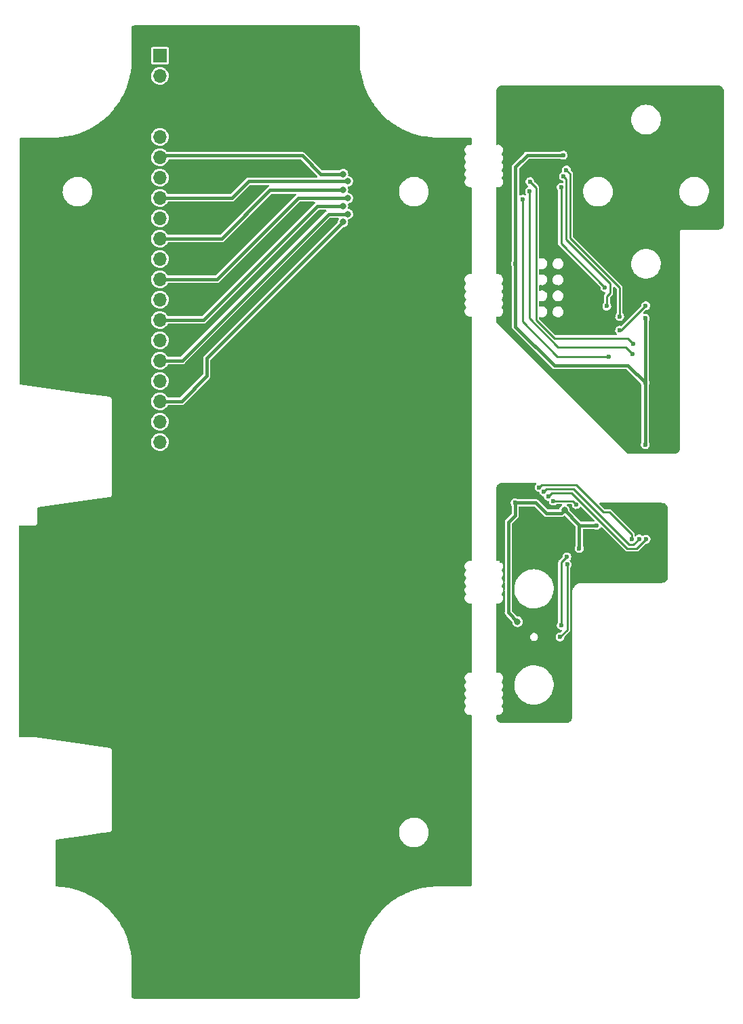
<source format=gbr>
%TF.GenerationSoftware,KiCad,Pcbnew,5.99.0-unknown-r24380-aab3c936*%
%TF.CreationDate,2021-01-25T13:27:41+00:00*%
%TF.ProjectId,safeproject-panel-r1,73616665-7072-46f6-9a65-63742d70616e,rev?*%
%TF.SameCoordinates,Original*%
%TF.FileFunction,Copper,L2,Bot*%
%TF.FilePolarity,Positive*%
%FSLAX46Y46*%
G04 Gerber Fmt 4.6, Leading zero omitted, Abs format (unit mm)*
G04 Created by KiCad (PCBNEW 5.99.0-unknown-r24380-aab3c936) date 2021-01-25 13:27:41*
%MOMM*%
%LPD*%
G01*
G04 APERTURE LIST*
%TA.AperFunction,ComponentPad*%
%ADD10C,0.500000*%
%TD*%
%TA.AperFunction,SMDPad,CuDef*%
%ADD11R,2.650000X2.650000*%
%TD*%
%TA.AperFunction,ComponentPad*%
%ADD12R,1.700000X1.700000*%
%TD*%
%TA.AperFunction,ComponentPad*%
%ADD13O,1.700000X1.700000*%
%TD*%
%TA.AperFunction,ViaPad*%
%ADD14C,0.800000*%
%TD*%
%TA.AperFunction,ViaPad*%
%ADD15C,0.600000*%
%TD*%
%TA.AperFunction,Conductor*%
%ADD16C,0.400000*%
%TD*%
%TA.AperFunction,Conductor*%
%ADD17C,0.250000*%
%TD*%
G04 APERTURE END LIST*
D10*
%TO.P,U1,25,VSS_THERMAL*%
%TO.N,GND*%
X37475000Y-2000000D03*
X36400000Y-3075000D03*
D11*
X36400000Y-2000000D03*
D10*
X36400000Y-2000000D03*
X35325000Y-925000D03*
X37475000Y-3075000D03*
X35325000Y-2000000D03*
X36400000Y-925000D03*
X37475000Y-925000D03*
X35325000Y-3075000D03*
%TD*%
D12*
%TO.P,J5,1,Pin_1*%
%TO.N,/+3V3*%
X-11713803Y57000000D03*
D13*
%TO.P,J5,2,Pin_2*%
X-11713803Y54460000D03*
%TO.P,J5,3,Pin_3*%
%TO.N,/GND*%
X-11713803Y51920000D03*
%TO.P,J5,4,Pin_4*%
X-11713803Y49380000D03*
%TO.P,J5,5,Pin_5*%
%TO.N,/LED1_R*%
X-11713803Y46840000D03*
%TO.P,J5,6,Pin_6*%
%TO.N,/LED1_G*%
X-11713803Y44300000D03*
%TO.P,J5,7,Pin_7*%
%TO.N,/LED1_B*%
X-11713803Y41760000D03*
%TO.P,J5,8,Pin_8*%
%TO.N,/LED2_R*%
X-11713803Y39220000D03*
%TO.P,J5,9,Pin_9*%
%TO.N,/LED2_G*%
X-11713803Y36680000D03*
%TO.P,J5,10,Pin_10*%
%TO.N,/LED2_B*%
X-11713803Y34140000D03*
%TO.P,J5,11,Pin_11*%
%TO.N,/LED3_R*%
X-11713803Y31600000D03*
%TO.P,J5,12,Pin_12*%
%TO.N,/LED3_G*%
X-11713803Y29060000D03*
%TO.P,J5,13,Pin_13*%
%TO.N,/LED3_B*%
X-11713803Y26520000D03*
%TO.P,J5,14,Pin_14*%
%TO.N,/SDOUT*%
X-11713803Y23980000D03*
%TO.P,J5,15,Pin_15*%
%TO.N,/BCLK*%
X-11713803Y21440000D03*
%TO.P,J5,16,Pin_16*%
%TO.N,/FSYNC*%
X-11713803Y18900000D03*
%TO.P,J5,17,Pin_17*%
%TO.N,/SDA*%
X-11713803Y16360000D03*
%TO.P,J5,18,Pin_18*%
%TO.N,/SCL*%
X-11713803Y13820000D03*
%TO.P,J5,19,Pin_19*%
%TO.N,/SHDNZ*%
X-11713803Y11280000D03*
%TO.P,J5,20,Pin_20*%
%TO.N,/+3V3*%
X-11713803Y8740000D03*
%TD*%
D14*
%TO.N,/SCL*%
X11148600Y36200000D03*
D15*
%TO.N,/FSYNC*%
X47200000Y-3400000D03*
X35663564Y3074709D03*
D14*
X11748600Y37200000D03*
D15*
%TO.N,/BCLK*%
X48158051Y-3358051D03*
X36252932Y2533725D03*
D14*
%TO.N,/SDOUT*%
X11148600Y38200000D03*
D15*
X36800000Y1950000D03*
X49000000Y-3400000D03*
D14*
%TO.N,/LED3_G*%
X11748600Y39200000D03*
%TO.N,/LED2_B*%
X11148600Y40200000D03*
D15*
X44350000Y19400000D03*
X33574990Y39050000D03*
%TO.N,/LED2_G*%
X34450000Y40050000D03*
X47350000Y19750000D03*
D14*
%TO.N,/LED2_R*%
X11748600Y41300000D03*
D15*
X34500000Y41250000D03*
X47400000Y21000000D03*
%TO.N,/LED1_B*%
X43874990Y28025602D03*
X38400000Y40550000D03*
%TO.N,/LED1_G*%
X38700000Y41900000D03*
D14*
X11148600Y42200000D03*
D15*
X44100000Y25700000D03*
%TO.N,/LED1_R*%
X45700000Y24400000D03*
X39050000Y42700000D03*
D14*
%TO.N,/GND*%
X-2651400Y49600000D03*
X-12151400Y-25800000D03*
X-12151400Y-19300000D03*
X-2651400Y53500000D03*
D15*
%TO.N,GND*%
X50300000Y-3850000D03*
X49700000Y-3850000D03*
X30950000Y-4650000D03*
X33000000Y-2650000D03*
X39400000Y-1950000D03*
X31400000Y-16900000D03*
X36850000Y-15600000D03*
D14*
X35100000Y43525000D03*
D15*
X31000000Y2950000D03*
X30650000Y400000D03*
X42673746Y-4144056D03*
X34350000Y449990D03*
X31000000Y-6100000D03*
D14*
X40075000Y23825000D03*
X40350000Y0D03*
X39475000Y43775000D03*
D15*
X37450000Y-15600000D03*
X38550000Y-4150000D03*
X32650000Y-5250000D03*
D14*
%TO.N,+3V3*%
X38800000Y250000D03*
D15*
X48900000Y8400000D03*
D14*
X32950000Y-13700000D03*
D15*
X32650000Y1150000D03*
X40650000Y-4550000D03*
X38650000Y44550000D03*
X48900000Y24200000D03*
X42850000Y-1650000D03*
X48900000Y16150000D03*
X32700000Y31000000D03*
%TO.N,Net-(LED1-Pad4)*%
X45700000Y22700000D03*
X48950000Y25750000D03*
%TO.N,Net-(TP1-Pad1)*%
X40283051Y933051D03*
X37425373Y1374627D03*
%TO.N,Net-(R2-Pad2)*%
X39100000Y-5600000D03*
X38404988Y-14150000D03*
%TO.N,Net-(R1-Pad2)*%
X38250000Y-15600000D03*
X39150000Y-6550000D03*
%TD*%
D16*
%TO.N,/SCL*%
X-5851400Y19200000D02*
X-5851400Y17000000D01*
X11148600Y36200000D02*
X-5851400Y19200000D01*
X-9031400Y13820000D02*
X-11713803Y13820000D01*
X-5851400Y17000000D02*
X-9031400Y13820000D01*
%TO.N,/FSYNC*%
X9348600Y37200000D02*
X-8951400Y18900000D01*
D17*
X44400000Y0D02*
X47200000Y-2800000D01*
D16*
X11748600Y37200000D02*
X9348600Y37200000D01*
D17*
X35663564Y3074709D02*
X35963563Y3374708D01*
X47200000Y-2800000D02*
X47200000Y-3400000D01*
X35963563Y3374708D02*
X40275292Y3374708D01*
X43650000Y0D02*
X44400000Y0D01*
D16*
X-8951400Y18900000D02*
X-11713803Y18900000D01*
D17*
X40275292Y3374708D02*
X40300000Y3350000D01*
X40300000Y3350000D02*
X43650000Y0D01*
%TO.N,/BCLK*%
X36252932Y2533725D02*
X36569218Y2850011D01*
X47416102Y-4100000D02*
X48158051Y-3358051D01*
X46913590Y-4100000D02*
X47416102Y-4100000D01*
X39963579Y2850011D02*
X46913590Y-4100000D01*
X36569218Y2850011D02*
X39963579Y2850011D01*
%TO.N,/SDOUT*%
X46650000Y-4550000D02*
X47850000Y-4550000D01*
D16*
X7948600Y38200000D02*
X-6271400Y23980000D01*
X-6271400Y23980000D02*
X-11713803Y23980000D01*
X11148600Y38200000D02*
X7948600Y38200000D01*
D17*
X36800000Y1950000D02*
X37250000Y2400000D01*
X37250000Y2400000D02*
X39700000Y2400000D01*
X39700000Y2400000D02*
X46650000Y-4550000D01*
X47850000Y-4550000D02*
X49000000Y-3400000D01*
D16*
%TO.N,/LED3_G*%
X11748600Y39200000D02*
X5548600Y39200000D01*
X-4591400Y29060000D02*
X-11713803Y29060000D01*
X5548600Y39200000D02*
X-4591400Y29060000D01*
%TO.N,/LED2_B*%
X2048600Y40200000D02*
X-4011400Y34140000D01*
D17*
X44350000Y19400000D02*
X37950000Y19400000D01*
X37950000Y19400000D02*
X33574990Y23775010D01*
D16*
X11148600Y40200000D02*
X2048600Y40200000D01*
X-4011400Y34140000D02*
X-11713803Y34140000D01*
D17*
X33574990Y23775010D02*
X33574990Y39050000D01*
%TO.N,/LED2_G*%
X34399991Y39999991D02*
X34450000Y40050000D01*
X38013590Y20600000D02*
X34399991Y24213599D01*
X34399991Y24213599D02*
X34399991Y39999991D01*
X47350000Y19750000D02*
X46500000Y20600000D01*
X46500000Y20600000D02*
X38013590Y20600000D01*
%TO.N,/LED2_R*%
X47400000Y21000000D02*
X46700000Y21700000D01*
D16*
X-2731400Y39220000D02*
X-11713803Y39220000D01*
D17*
X35249999Y40500001D02*
X34500000Y41250000D01*
X37249999Y22000001D02*
X35249999Y24000001D01*
D16*
X11748600Y41300000D02*
X-651400Y41300000D01*
D17*
X46700000Y21700000D02*
X37550000Y21700000D01*
X35249999Y24000001D02*
X35249999Y40500001D01*
X37550000Y21700000D02*
X37249999Y22000001D01*
D16*
X-651400Y41300000D02*
X-2731400Y39220000D01*
D17*
%TO.N,/LED1_B*%
X38400000Y33500592D02*
X43874990Y28025602D01*
X38400000Y40550000D02*
X38400000Y33500592D01*
D16*
%TO.N,/LED1_G*%
X6048600Y44500000D02*
X-11513803Y44500000D01*
D17*
X44500000Y27350000D02*
X44500000Y28563589D01*
X39049989Y34013600D02*
X39049989Y41550011D01*
X44500000Y28563589D02*
X39049989Y34013600D01*
X44100000Y25700000D02*
X44100000Y26950000D01*
D16*
X-11513803Y44500000D02*
X-11713803Y44300000D01*
X8348600Y42200000D02*
X6048600Y44500000D01*
D17*
X39049989Y41550011D02*
X38700000Y41900000D01*
X44100000Y26950000D02*
X44500000Y27350000D01*
D16*
X11148600Y42200000D02*
X8348600Y42200000D01*
D17*
%TO.N,/LED1_R*%
X39050000Y42700000D02*
X39500000Y42250000D01*
X39500000Y42250000D02*
X39500000Y34200000D01*
X45700000Y28000000D02*
X45700000Y24400000D01*
X39500000Y34200000D02*
X45700000Y28000000D01*
D16*
%TO.N,+3V3*%
X32700000Y43100000D02*
X34150000Y44550000D01*
X46750000Y18300000D02*
X48900000Y16150000D01*
X32650000Y-400000D02*
X31800000Y-1250000D01*
X48900000Y8400000D02*
X48900000Y16150000D01*
X35234300Y1150000D02*
X32650000Y1150000D01*
X32700000Y31000000D02*
X32700000Y43100000D01*
X34150000Y44550000D02*
X38650000Y44550000D01*
X31800000Y-1250000D02*
X31800000Y-12550000D01*
X38400000Y-150000D02*
X36534300Y-150000D01*
X40650000Y-4550000D02*
X40650000Y-1600000D01*
X32700000Y23150000D02*
X37550000Y18300000D01*
X42850000Y-1650000D02*
X40700000Y-1650000D01*
X36534300Y-150000D02*
X35234300Y1150000D01*
X48900000Y16150000D02*
X48900000Y24200000D01*
X40650000Y-1600000D02*
X38800000Y250000D01*
X31800000Y-12550000D02*
X32950000Y-13700000D01*
X37550000Y18300000D02*
X46750000Y18300000D01*
X40700000Y-1650000D02*
X40650000Y-1600000D01*
X38800000Y250000D02*
X38400000Y-150000D01*
X32650000Y1150000D02*
X32650000Y-400000D01*
X32700000Y31000000D02*
X32700000Y23150000D01*
D17*
%TO.N,Net-(LED1-Pad4)*%
X48950000Y25750000D02*
X45900000Y22700000D01*
X45900000Y22700000D02*
X45700000Y22700000D01*
%TO.N,Net-(TP1-Pad1)*%
X39841475Y1374627D02*
X40283051Y933051D01*
X37425373Y1374627D02*
X39841475Y1374627D01*
%TO.N,Net-(R2-Pad2)*%
X39100000Y-5600000D02*
X38404988Y-6295012D01*
X38404988Y-6295012D02*
X38404988Y-14150000D01*
%TO.N,Net-(R1-Pad2)*%
X39150000Y-14700000D02*
X38250000Y-15600000D01*
X39150000Y-6550000D02*
X39150000Y-14700000D01*
%TD*%
%TA.AperFunction,NonConductor*%
G36*
X12955675Y60749102D02*
G01*
X12955705Y60749337D01*
X12961849Y60748561D01*
X12967883Y60747188D01*
X12974068Y60747018D01*
X12974071Y60747018D01*
X12993748Y60746479D01*
X13013763Y60745930D01*
X13042920Y60741683D01*
X13077850Y60732323D01*
X13108237Y60719736D01*
X13134968Y60704303D01*
X13161063Y60684279D01*
X13182878Y60662464D01*
X13202902Y60636369D01*
X13218333Y60609642D01*
X13230921Y60579253D01*
X13240282Y60544317D01*
X13244528Y60515162D01*
X13245786Y60469281D01*
X13247159Y60463246D01*
X13247935Y60457104D01*
X13247701Y60457074D01*
X13250000Y60436606D01*
X13250000Y56563621D01*
X13247779Y56540070D01*
X13244800Y56524413D01*
X13244851Y56518235D01*
X13244851Y56518230D01*
X13247404Y56211530D01*
X13247341Y56206366D01*
X13247297Y56205027D01*
X13246490Y56198892D01*
X13246895Y56192718D01*
X13247423Y56184668D01*
X13247689Y56177471D01*
X13247807Y56163229D01*
X13249063Y56157174D01*
X13249204Y56155859D01*
X13249646Y56150729D01*
X13287168Y55578263D01*
X13287167Y55573985D01*
X13287361Y55573991D01*
X13287563Y55567814D01*
X13287158Y55561630D01*
X13287967Y55555487D01*
X13287967Y55555484D01*
X13288811Y55549073D01*
X13289618Y55540889D01*
X13290447Y55528232D01*
X13292050Y55522248D01*
X13293058Y55516144D01*
X13292865Y55516112D01*
X13293702Y55511921D01*
X13306477Y55414887D01*
X13368339Y54944994D01*
X13368619Y54940728D01*
X13368810Y54940747D01*
X13369417Y54934586D01*
X13369417Y54928393D01*
X13371888Y54915974D01*
X13371889Y54915969D01*
X13373230Y54907844D01*
X13374884Y54895280D01*
X13376874Y54889417D01*
X13378280Y54883386D01*
X13378088Y54883341D01*
X13379198Y54879218D01*
X13422193Y54663068D01*
X13490756Y54318379D01*
X13491317Y54314140D01*
X13491505Y54314171D01*
X13492512Y54308072D01*
X13492917Y54301890D01*
X13494519Y54295910D01*
X13494521Y54295900D01*
X13496194Y54289656D01*
X13498065Y54281631D01*
X13499327Y54275287D01*
X13499329Y54275281D01*
X13500537Y54269207D01*
X13502908Y54263483D01*
X13504703Y54257566D01*
X13504524Y54257512D01*
X13505894Y54253458D01*
X13653892Y53701122D01*
X13654724Y53696931D01*
X13654912Y53696975D01*
X13656319Y53690941D01*
X13657127Y53684807D01*
X13659117Y53678946D01*
X13661197Y53672818D01*
X13663590Y53664930D01*
X13666869Y53652691D01*
X13669609Y53647136D01*
X13671790Y53641340D01*
X13671605Y53641270D01*
X13673246Y53637324D01*
X13764738Y53367795D01*
X13857049Y53095853D01*
X13858159Y53091719D01*
X13858341Y53091774D01*
X13860139Y53085848D01*
X13861345Y53079784D01*
X13863709Y53074076D01*
X13863711Y53074070D01*
X13866192Y53068082D01*
X13869093Y53060373D01*
X13873166Y53048375D01*
X13876263Y53043011D01*
X13878816Y53037377D01*
X13878647Y53037300D01*
X13880533Y53033459D01*
X14099360Y52505159D01*
X14100736Y52501122D01*
X14100912Y52501188D01*
X14103093Y52495394D01*
X14104695Y52489412D01*
X14107432Y52483861D01*
X14107433Y52483860D01*
X14110283Y52478082D01*
X14113691Y52470560D01*
X14116174Y52464565D01*
X14116176Y52464561D01*
X14118544Y52458844D01*
X14121981Y52453701D01*
X14124902Y52448235D01*
X14124735Y52448146D01*
X14126875Y52444436D01*
X14379787Y51931582D01*
X14381416Y51927642D01*
X14381594Y51927723D01*
X14384148Y51922086D01*
X14386138Y51916222D01*
X14389233Y51910862D01*
X14389234Y51910859D01*
X14392467Y51905260D01*
X14396354Y51897986D01*
X14401957Y51886624D01*
X14405726Y51881712D01*
X14408995Y51876454D01*
X14408831Y51876352D01*
X14411207Y51872800D01*
X14558215Y51618176D01*
X14697117Y51377590D01*
X14699005Y51373751D01*
X14699179Y51373844D01*
X14702096Y51368386D01*
X14704465Y51362666D01*
X14707903Y51357521D01*
X14707906Y51357515D01*
X14711502Y51352133D01*
X14715854Y51345134D01*
X14719092Y51339525D01*
X14719097Y51339518D01*
X14722187Y51334166D01*
X14726262Y51329519D01*
X14729872Y51324481D01*
X14729716Y51324370D01*
X14732323Y51320973D01*
X15050008Y50845523D01*
X15052146Y50841818D01*
X15052310Y50841920D01*
X15055580Y50836661D01*
X15058316Y50831114D01*
X15062082Y50826206D01*
X15062084Y50826203D01*
X15066024Y50821067D01*
X15070820Y50814375D01*
X15077863Y50803835D01*
X15082241Y50799457D01*
X15086164Y50794677D01*
X15086015Y50794555D01*
X15088838Y50791337D01*
X15436938Y50337683D01*
X15439312Y50334128D01*
X15439469Y50334241D01*
X15443079Y50329204D01*
X15446173Y50323843D01*
X15450252Y50319192D01*
X15450260Y50319181D01*
X15454525Y50314319D01*
X15459747Y50307958D01*
X15467463Y50297901D01*
X15472114Y50293822D01*
X15476351Y50289298D01*
X15476214Y50289170D01*
X15479232Y50286146D01*
X15856268Y49856219D01*
X15858866Y49852836D01*
X15859014Y49852957D01*
X15862936Y49848178D01*
X15866379Y49843026D01*
X15875322Y49834083D01*
X15880959Y49828065D01*
X15889320Y49818531D01*
X15894232Y49814761D01*
X15898746Y49810533D01*
X15898615Y49810393D01*
X15901834Y49807570D01*
X16306176Y49403227D01*
X16308992Y49400016D01*
X16309132Y49400148D01*
X16313366Y49395627D01*
X16317130Y49390722D01*
X16321774Y49386649D01*
X16321778Y49386645D01*
X16326649Y49382374D01*
X16332666Y49376737D01*
X16341623Y49367780D01*
X16346775Y49364337D01*
X16351554Y49360415D01*
X16351433Y49360268D01*
X16354828Y49357661D01*
X16784751Y48980627D01*
X16787771Y48977607D01*
X16787902Y48977747D01*
X16792420Y48973516D01*
X16796499Y48968865D01*
X16801406Y48965100D01*
X16801409Y48965097D01*
X16806535Y48961164D01*
X16812911Y48955932D01*
X16822440Y48947575D01*
X16827807Y48944476D01*
X16832830Y48940877D01*
X16832717Y48940719D01*
X16836280Y48938340D01*
X17289938Y48590235D01*
X17293150Y48587418D01*
X17293273Y48587567D01*
X17298053Y48583644D01*
X17302433Y48579264D01*
X17312962Y48572229D01*
X17319638Y48567445D01*
X17329711Y48559716D01*
X17335262Y48556978D01*
X17340519Y48553709D01*
X17340418Y48553546D01*
X17344128Y48551404D01*
X17819577Y48233719D01*
X17822967Y48231118D01*
X17823079Y48231274D01*
X17828112Y48227668D01*
X17832764Y48223588D01*
X17838123Y48220494D01*
X17838126Y48220492D01*
X17843724Y48217260D01*
X17850726Y48212906D01*
X17853413Y48211111D01*
X17861262Y48205866D01*
X17866981Y48203497D01*
X17872446Y48200576D01*
X17872357Y48200410D01*
X17876197Y48198512D01*
X18084392Y48078310D01*
X18368901Y47914048D01*
X18371400Y47912605D01*
X18374954Y47910228D01*
X18375057Y47910393D01*
X18380311Y47907126D01*
X18385222Y47903358D01*
X18394733Y47898667D01*
X18396577Y47897758D01*
X18403844Y47893873D01*
X18409450Y47890636D01*
X18409456Y47890633D01*
X18414819Y47887537D01*
X18420686Y47885546D01*
X18426321Y47882993D01*
X18426240Y47882815D01*
X18430195Y47881180D01*
X18943055Y47628264D01*
X18946740Y47626125D01*
X18946836Y47626304D01*
X18952288Y47623390D01*
X18957441Y47619946D01*
X18969145Y47615098D01*
X18976636Y47611703D01*
X18982454Y47608834D01*
X18982457Y47608833D01*
X18988009Y47606095D01*
X18993988Y47604493D01*
X18999779Y47602313D01*
X18999711Y47602133D01*
X19003768Y47600756D01*
X19532059Y47381931D01*
X19535892Y47380036D01*
X19535972Y47380214D01*
X19541612Y47377659D01*
X19546971Y47374565D01*
X19558958Y47370496D01*
X19558964Y47370494D01*
X19566682Y47367589D01*
X19572657Y47365114D01*
X19572662Y47365112D01*
X19578380Y47362744D01*
X19584452Y47361536D01*
X19590368Y47359741D01*
X19590311Y47359552D01*
X19594437Y47358452D01*
X20135925Y47174642D01*
X20139872Y47173001D01*
X20139942Y47173186D01*
X20145735Y47171006D01*
X20151288Y47168267D01*
X20157267Y47166665D01*
X20157270Y47166664D01*
X20163528Y47164987D01*
X20171411Y47162595D01*
X20177530Y47160518D01*
X20177533Y47160517D01*
X20183402Y47158525D01*
X20189545Y47157717D01*
X20195573Y47156311D01*
X20195529Y47156123D01*
X20199724Y47155289D01*
X20752058Y47007291D01*
X20756102Y47005921D01*
X20756157Y47006103D01*
X20762079Y47004307D01*
X20767803Y47001936D01*
X20780237Y46999463D01*
X20788238Y46997597D01*
X20800486Y46994315D01*
X20806665Y46993910D01*
X20812777Y46992901D01*
X20812745Y46992709D01*
X20816985Y46992153D01*
X21090248Y46937797D01*
X21377818Y46880595D01*
X21381950Y46879491D01*
X21381993Y46879675D01*
X21388022Y46878269D01*
X21393877Y46876282D01*
X21400003Y46875475D01*
X21400009Y46875474D01*
X21406437Y46874628D01*
X21414547Y46873289D01*
X21426988Y46870815D01*
X21433177Y46870815D01*
X21439339Y46870208D01*
X21439320Y46870017D01*
X21443591Y46869737D01*
X22010513Y46795100D01*
X22014708Y46794265D01*
X22014739Y46794455D01*
X22020849Y46793446D01*
X22026829Y46791844D01*
X22039489Y46791014D01*
X22047672Y46790208D01*
X22060226Y46788555D01*
X22066411Y46788960D01*
X22072587Y46788758D01*
X22072581Y46788564D01*
X22076858Y46788565D01*
X22649326Y46751043D01*
X22654456Y46750601D01*
X22655771Y46750460D01*
X22661826Y46749204D01*
X22676068Y46749086D01*
X22683254Y46748820D01*
X22697489Y46747887D01*
X22703624Y46748694D01*
X22704963Y46748738D01*
X22710127Y46748801D01*
X23016827Y46746248D01*
X23016832Y46746248D01*
X23023010Y46746197D01*
X23038668Y46749176D01*
X23062218Y46751397D01*
X25146651Y46751399D01*
X26929076Y46751400D01*
X26957036Y46748259D01*
X26967885Y46745790D01*
X26974069Y46745620D01*
X26974072Y46745620D01*
X26994014Y46745073D01*
X27013765Y46744532D01*
X27042917Y46740286D01*
X27077855Y46730924D01*
X27108237Y46718338D01*
X27134970Y46702904D01*
X27161064Y46682880D01*
X27182880Y46661063D01*
X27202903Y46634969D01*
X27218334Y46608241D01*
X27230921Y46577851D01*
X27240281Y46542917D01*
X27244527Y46513762D01*
X27245785Y46467885D01*
X27247158Y46461852D01*
X27247933Y46455712D01*
X27247700Y46455683D01*
X27250000Y46435208D01*
X27250000Y45966676D01*
X27229998Y45898555D01*
X27176342Y45852062D01*
X27100390Y45842908D01*
X27041159Y45854207D01*
X26959166Y45849048D01*
X26885083Y45844387D01*
X26885081Y45844387D01*
X26877172Y45843889D01*
X26869636Y45841440D01*
X26869634Y45841440D01*
X26728444Y45795565D01*
X26728441Y45795563D01*
X26720902Y45793114D01*
X26582169Y45705071D01*
X26469689Y45585293D01*
X26390532Y45441306D01*
X26349669Y45282156D01*
X26349669Y45117844D01*
X26390532Y44958694D01*
X26445718Y44858310D01*
X26463933Y44825178D01*
X26469689Y44814707D01*
X26475114Y44808930D01*
X26496409Y44786253D01*
X26528460Y44722903D01*
X26521173Y44652281D01*
X26496409Y44613747D01*
X26479521Y44595763D01*
X26469689Y44585293D01*
X26390532Y44441306D01*
X26349669Y44282156D01*
X26349669Y44117844D01*
X26390532Y43958694D01*
X26469689Y43814707D01*
X26475114Y43808930D01*
X26496409Y43786253D01*
X26528460Y43722903D01*
X26521173Y43652281D01*
X26496409Y43613747D01*
X26469689Y43585293D01*
X26390532Y43441306D01*
X26349669Y43282156D01*
X26349669Y43117844D01*
X26390532Y42958694D01*
X26469689Y42814707D01*
X26475114Y42808930D01*
X26496409Y42786253D01*
X26528460Y42722903D01*
X26521173Y42652281D01*
X26496409Y42613747D01*
X26469689Y42585293D01*
X26390532Y42441306D01*
X26349669Y42282156D01*
X26349669Y42117844D01*
X26390532Y41958694D01*
X26469689Y41814707D01*
X26475114Y41808930D01*
X26496409Y41786253D01*
X26528460Y41722903D01*
X26521173Y41652281D01*
X26496409Y41613747D01*
X26469689Y41585293D01*
X26390532Y41441306D01*
X26349669Y41282156D01*
X26349669Y41117844D01*
X26390532Y40958694D01*
X26469689Y40814707D01*
X26475113Y40808931D01*
X26573575Y40704081D01*
X26582169Y40694929D01*
X26720902Y40606886D01*
X26728441Y40604437D01*
X26728444Y40604435D01*
X26869634Y40558560D01*
X26869636Y40558560D01*
X26877172Y40556111D01*
X26885081Y40555613D01*
X26885083Y40555613D01*
X26959165Y40550952D01*
X27041159Y40545793D01*
X27100390Y40557092D01*
X27171052Y40550209D01*
X27226775Y40506216D01*
X27250000Y40433324D01*
X27250000Y29816676D01*
X27229998Y29748555D01*
X27176342Y29702062D01*
X27100390Y29692908D01*
X27041159Y29704207D01*
X26959165Y29699048D01*
X26885083Y29694387D01*
X26885081Y29694387D01*
X26877172Y29693889D01*
X26869636Y29691440D01*
X26869634Y29691440D01*
X26728444Y29645565D01*
X26728441Y29645563D01*
X26720902Y29643114D01*
X26582169Y29555071D01*
X26469689Y29435293D01*
X26390532Y29291306D01*
X26349669Y29132156D01*
X26349669Y28967844D01*
X26390532Y28808694D01*
X26469689Y28664707D01*
X26475114Y28658930D01*
X26496409Y28636253D01*
X26528460Y28572903D01*
X26521173Y28502281D01*
X26496409Y28463747D01*
X26469689Y28435293D01*
X26390532Y28291306D01*
X26349669Y28132156D01*
X26349669Y27967844D01*
X26390532Y27808694D01*
X26469689Y27664707D01*
X26475114Y27658930D01*
X26496409Y27636253D01*
X26528460Y27572903D01*
X26521173Y27502281D01*
X26496409Y27463747D01*
X26469689Y27435293D01*
X26390532Y27291306D01*
X26349669Y27132156D01*
X26349669Y26967844D01*
X26390532Y26808694D01*
X26431154Y26734802D01*
X26465198Y26672877D01*
X26469689Y26664707D01*
X26475114Y26658930D01*
X26496409Y26636253D01*
X26528460Y26572903D01*
X26521173Y26502281D01*
X26496409Y26463747D01*
X26475114Y26441070D01*
X26469689Y26435293D01*
X26390532Y26291306D01*
X26349669Y26132156D01*
X26349669Y25967844D01*
X26390532Y25808694D01*
X26469689Y25664707D01*
X26475114Y25658930D01*
X26496409Y25636253D01*
X26528460Y25572903D01*
X26521173Y25502281D01*
X26496409Y25463747D01*
X26469689Y25435293D01*
X26465872Y25428350D01*
X26464608Y25426050D01*
X26390532Y25291306D01*
X26349669Y25132156D01*
X26349669Y24967844D01*
X26390532Y24808694D01*
X26469689Y24664707D01*
X26475113Y24658931D01*
X26556837Y24571905D01*
X26582169Y24544929D01*
X26720902Y24456886D01*
X26728441Y24454437D01*
X26728444Y24454435D01*
X26869634Y24408560D01*
X26869636Y24408560D01*
X26877172Y24406111D01*
X26885081Y24405613D01*
X26885083Y24405613D01*
X26959166Y24400952D01*
X27041159Y24395793D01*
X27100390Y24407092D01*
X27171052Y24400209D01*
X27226775Y24356216D01*
X27250000Y24283324D01*
X27250000Y-5983324D01*
X27229998Y-6051445D01*
X27176342Y-6097938D01*
X27100390Y-6107092D01*
X27041159Y-6095793D01*
X26959165Y-6100952D01*
X26885083Y-6105613D01*
X26885081Y-6105613D01*
X26877172Y-6106111D01*
X26869636Y-6108560D01*
X26869634Y-6108560D01*
X26728444Y-6154435D01*
X26728441Y-6154437D01*
X26720902Y-6156886D01*
X26582169Y-6244929D01*
X26469689Y-6364707D01*
X26390532Y-6508694D01*
X26349669Y-6667844D01*
X26349669Y-6832156D01*
X26390532Y-6991306D01*
X26469689Y-7135293D01*
X26475114Y-7141070D01*
X26496409Y-7163747D01*
X26528460Y-7227097D01*
X26521173Y-7297719D01*
X26496409Y-7336253D01*
X26469689Y-7364707D01*
X26390532Y-7508694D01*
X26349669Y-7667844D01*
X26349669Y-7832156D01*
X26390532Y-7991306D01*
X26469689Y-8135293D01*
X26475114Y-8141070D01*
X26496409Y-8163747D01*
X26528460Y-8227097D01*
X26521173Y-8297719D01*
X26496409Y-8336253D01*
X26469689Y-8364707D01*
X26390532Y-8508694D01*
X26349669Y-8667844D01*
X26349669Y-8832156D01*
X26390532Y-8991306D01*
X26469689Y-9135293D01*
X26475114Y-9141070D01*
X26496409Y-9163747D01*
X26528460Y-9227097D01*
X26521173Y-9297719D01*
X26496409Y-9336253D01*
X26469689Y-9364707D01*
X26390532Y-9508694D01*
X26349669Y-9667844D01*
X26349669Y-9832156D01*
X26390532Y-9991306D01*
X26469689Y-10135293D01*
X26475114Y-10141070D01*
X26496409Y-10163747D01*
X26528460Y-10227097D01*
X26521173Y-10297719D01*
X26496409Y-10336253D01*
X26469689Y-10364707D01*
X26390532Y-10508694D01*
X26349669Y-10667844D01*
X26349669Y-10832156D01*
X26390532Y-10991306D01*
X26469689Y-11135293D01*
X26475113Y-11141069D01*
X26535169Y-11205021D01*
X26582169Y-11255071D01*
X26720902Y-11343114D01*
X26728441Y-11345563D01*
X26728444Y-11345565D01*
X26869634Y-11391440D01*
X26869636Y-11391440D01*
X26877172Y-11393889D01*
X26885081Y-11394387D01*
X26885083Y-11394387D01*
X26959166Y-11399048D01*
X27041159Y-11404207D01*
X27100390Y-11392908D01*
X27171052Y-11399791D01*
X27226775Y-11443784D01*
X27250000Y-11516676D01*
X27250000Y-19933324D01*
X27229998Y-20001445D01*
X27176342Y-20047938D01*
X27100390Y-20057092D01*
X27041159Y-20045793D01*
X26959166Y-20050952D01*
X26885083Y-20055613D01*
X26885081Y-20055613D01*
X26877172Y-20056111D01*
X26869636Y-20058560D01*
X26869634Y-20058560D01*
X26728444Y-20104435D01*
X26728441Y-20104437D01*
X26720902Y-20106886D01*
X26582169Y-20194929D01*
X26469689Y-20314707D01*
X26390532Y-20458694D01*
X26349669Y-20617844D01*
X26349669Y-20782156D01*
X26390532Y-20941306D01*
X26469689Y-21085293D01*
X26475114Y-21091070D01*
X26496409Y-21113747D01*
X26528460Y-21177097D01*
X26521173Y-21247719D01*
X26496409Y-21286253D01*
X26469689Y-21314707D01*
X26390532Y-21458694D01*
X26349669Y-21617844D01*
X26349669Y-21782156D01*
X26390532Y-21941306D01*
X26469689Y-22085293D01*
X26475114Y-22091070D01*
X26496409Y-22113747D01*
X26528460Y-22177097D01*
X26521173Y-22247719D01*
X26496409Y-22286253D01*
X26469689Y-22314707D01*
X26390532Y-22458694D01*
X26349669Y-22617844D01*
X26349669Y-22782156D01*
X26390532Y-22941306D01*
X26469689Y-23085293D01*
X26475114Y-23091070D01*
X26496409Y-23113747D01*
X26528460Y-23177097D01*
X26521173Y-23247719D01*
X26496409Y-23286253D01*
X26469689Y-23314707D01*
X26390532Y-23458694D01*
X26349669Y-23617844D01*
X26349669Y-23782156D01*
X26390532Y-23941306D01*
X26469689Y-24085293D01*
X26475114Y-24091070D01*
X26496409Y-24113747D01*
X26528460Y-24177097D01*
X26521173Y-24247719D01*
X26496409Y-24286253D01*
X26469689Y-24314707D01*
X26390532Y-24458694D01*
X26349669Y-24617844D01*
X26349669Y-24782156D01*
X26390532Y-24941306D01*
X26469689Y-25085293D01*
X26475113Y-25091069D01*
X26535169Y-25155021D01*
X26582169Y-25205071D01*
X26720902Y-25293114D01*
X26728441Y-25295563D01*
X26728444Y-25295565D01*
X26869634Y-25341440D01*
X26869636Y-25341440D01*
X26877172Y-25343889D01*
X26885081Y-25344387D01*
X26885083Y-25344387D01*
X26959166Y-25349048D01*
X27041159Y-25354207D01*
X27100390Y-25342908D01*
X27171052Y-25349791D01*
X27226775Y-25393784D01*
X27250000Y-25466676D01*
X27250000Y-46436617D01*
X27247702Y-46457075D01*
X27247937Y-46457105D01*
X27247161Y-46463249D01*
X27245788Y-46469283D01*
X27245618Y-46475467D01*
X27245618Y-46475470D01*
X27244530Y-46515163D01*
X27240284Y-46544318D01*
X27231003Y-46578952D01*
X27230923Y-46579252D01*
X27218336Y-46609637D01*
X27202904Y-46636366D01*
X27182880Y-46662461D01*
X27161062Y-46684279D01*
X27134975Y-46704299D01*
X27108238Y-46719735D01*
X27077855Y-46732320D01*
X27042920Y-46741681D01*
X27013764Y-46745928D01*
X26992733Y-46746504D01*
X26974069Y-46747016D01*
X26974066Y-46747016D01*
X26967881Y-46747186D01*
X26961846Y-46748559D01*
X26955704Y-46749335D01*
X26955674Y-46749101D01*
X26935206Y-46751400D01*
X23062221Y-46751400D01*
X23038671Y-46749179D01*
X23023013Y-46746200D01*
X23016835Y-46746251D01*
X23016830Y-46746251D01*
X22710130Y-46748804D01*
X22704966Y-46748741D01*
X22703627Y-46748697D01*
X22697492Y-46747890D01*
X22683257Y-46748823D01*
X22676071Y-46749089D01*
X22661829Y-46749207D01*
X22655774Y-46750463D01*
X22654459Y-46750604D01*
X22649329Y-46751046D01*
X22076861Y-46788568D01*
X22072585Y-46788567D01*
X22072591Y-46788761D01*
X22066414Y-46788963D01*
X22060230Y-46788558D01*
X22054087Y-46789367D01*
X22054084Y-46789367D01*
X22047673Y-46790211D01*
X22039489Y-46791018D01*
X22026832Y-46791847D01*
X22020848Y-46793450D01*
X22014744Y-46794458D01*
X22014712Y-46794265D01*
X22010521Y-46795102D01*
X21578504Y-46851978D01*
X21443595Y-46869739D01*
X21439326Y-46870019D01*
X21439345Y-46870210D01*
X21433184Y-46870817D01*
X21426991Y-46870817D01*
X21420915Y-46872026D01*
X21420912Y-46872026D01*
X21414562Y-46873289D01*
X21406436Y-46874631D01*
X21393881Y-46876284D01*
X21388018Y-46878274D01*
X21381986Y-46879681D01*
X21381941Y-46879487D01*
X21377823Y-46880597D01*
X21068719Y-46942082D01*
X20816979Y-46992156D01*
X20812743Y-46992717D01*
X20812774Y-46992904D01*
X20806669Y-46993912D01*
X20800489Y-46994317D01*
X20794507Y-46995920D01*
X20788264Y-46997593D01*
X20780251Y-46999462D01*
X20767807Y-47001937D01*
X20762093Y-47004303D01*
X20756162Y-47006102D01*
X20756107Y-47005921D01*
X20752056Y-47007294D01*
X20199721Y-47155292D01*
X20195532Y-47156131D01*
X20195574Y-47156313D01*
X20189546Y-47157719D01*
X20183406Y-47158527D01*
X20171423Y-47162595D01*
X20171417Y-47162597D01*
X20163529Y-47164990D01*
X20151291Y-47168269D01*
X20145734Y-47171010D01*
X20139939Y-47173191D01*
X20139869Y-47173005D01*
X20135924Y-47174646D01*
X19594452Y-47358450D01*
X19590320Y-47359554D01*
X19590377Y-47359741D01*
X19584455Y-47361537D01*
X19578383Y-47362745D01*
X19572666Y-47365113D01*
X19572663Y-47365114D01*
X19572661Y-47365115D01*
X19566689Y-47367589D01*
X19566679Y-47367593D01*
X19558963Y-47370496D01*
X19546975Y-47374566D01*
X19541610Y-47377664D01*
X19535973Y-47380218D01*
X19535896Y-47380047D01*
X19532059Y-47381933D01*
X19003772Y-47600756D01*
X18999710Y-47602133D01*
X18999778Y-47602313D01*
X18993980Y-47604495D01*
X18988011Y-47606095D01*
X18982472Y-47608827D01*
X18982468Y-47608828D01*
X18976624Y-47611710D01*
X18969121Y-47615109D01*
X18957444Y-47619946D01*
X18952301Y-47623382D01*
X18946838Y-47626302D01*
X18946747Y-47626131D01*
X18943056Y-47628265D01*
X18430197Y-47881180D01*
X18426242Y-47882815D01*
X18426323Y-47882993D01*
X18420688Y-47885546D01*
X18414821Y-47887537D01*
X18409458Y-47890633D01*
X18409452Y-47890636D01*
X18403846Y-47893873D01*
X18396579Y-47897758D01*
X18385224Y-47903358D01*
X18380313Y-47907126D01*
X18375059Y-47910393D01*
X18374956Y-47910228D01*
X18371402Y-47912605D01*
X17876199Y-48198512D01*
X17872359Y-48200410D01*
X17872448Y-48200576D01*
X17866983Y-48203497D01*
X17861264Y-48205866D01*
X17853415Y-48211111D01*
X17850728Y-48212906D01*
X17843726Y-48217260D01*
X17838128Y-48220492D01*
X17838125Y-48220494D01*
X17832766Y-48223588D01*
X17828114Y-48227668D01*
X17823081Y-48231274D01*
X17822969Y-48231118D01*
X17819579Y-48233719D01*
X17344128Y-48551406D01*
X17340420Y-48553546D01*
X17340522Y-48553710D01*
X17335270Y-48556976D01*
X17329713Y-48559716D01*
X17324798Y-48563487D01*
X17324797Y-48563488D01*
X17319656Y-48567433D01*
X17312961Y-48572231D01*
X17302435Y-48579264D01*
X17298058Y-48583641D01*
X17293273Y-48587568D01*
X17293151Y-48587419D01*
X17289944Y-48590232D01*
X16836288Y-48938334D01*
X16832722Y-48940720D01*
X16832832Y-48940873D01*
X16827798Y-48944481D01*
X16822442Y-48947573D01*
X16817790Y-48951652D01*
X16817788Y-48951654D01*
X16812900Y-48955940D01*
X16806529Y-48961168D01*
X16801413Y-48965094D01*
X16801408Y-48965098D01*
X16796501Y-48968864D01*
X16792424Y-48973513D01*
X16787902Y-48977748D01*
X16787772Y-48977610D01*
X16784753Y-48980625D01*
X16510744Y-49220925D01*
X16360047Y-49353084D01*
X16354831Y-49357658D01*
X16351436Y-49360260D01*
X16351559Y-49360409D01*
X16346765Y-49364344D01*
X16341624Y-49367779D01*
X16332675Y-49376728D01*
X16326658Y-49382365D01*
X16317131Y-49390720D01*
X16313358Y-49395637D01*
X16309136Y-49400145D01*
X16308995Y-49400013D01*
X16306177Y-49403226D01*
X15901835Y-49807569D01*
X15898616Y-49810392D01*
X15898747Y-49810532D01*
X15894233Y-49814760D01*
X15889321Y-49818530D01*
X15885239Y-49823185D01*
X15880960Y-49828064D01*
X15875330Y-49834075D01*
X15866380Y-49843025D01*
X15862937Y-49848177D01*
X15859015Y-49852956D01*
X15858870Y-49852837D01*
X15856266Y-49856222D01*
X15479241Y-50286137D01*
X15476217Y-50289172D01*
X15476352Y-50289298D01*
X15472123Y-50293814D01*
X15467464Y-50297899D01*
X15459768Y-50307929D01*
X15459751Y-50307951D01*
X15454522Y-50314323D01*
X15446175Y-50323841D01*
X15443082Y-50329198D01*
X15439475Y-50334231D01*
X15439324Y-50334123D01*
X15436946Y-50337670D01*
X15088838Y-50791335D01*
X15086016Y-50794552D01*
X15086165Y-50794674D01*
X15082242Y-50799454D01*
X15077863Y-50803833D01*
X15074424Y-50808979D01*
X15074423Y-50808981D01*
X15070816Y-50814379D01*
X15066032Y-50821056D01*
X15058316Y-50831112D01*
X15055578Y-50836664D01*
X15052308Y-50841922D01*
X15052144Y-50841820D01*
X15050008Y-50845521D01*
X14732323Y-51320971D01*
X14729716Y-51324368D01*
X14729872Y-51324479D01*
X14726262Y-51329517D01*
X14722187Y-51334164D01*
X14719097Y-51339516D01*
X14719092Y-51339523D01*
X14715854Y-51345132D01*
X14711502Y-51352131D01*
X14707906Y-51357513D01*
X14707905Y-51357515D01*
X14704465Y-51362664D01*
X14702096Y-51368384D01*
X14699179Y-51373842D01*
X14699005Y-51373749D01*
X14697119Y-51377584D01*
X14558229Y-51618149D01*
X14411214Y-51872787D01*
X14408831Y-51876350D01*
X14408995Y-51876452D01*
X14405726Y-51881710D01*
X14401957Y-51886622D01*
X14399219Y-51892175D01*
X14399218Y-51892177D01*
X14396354Y-51897984D01*
X14392467Y-51905258D01*
X14386138Y-51916220D01*
X14384148Y-51922084D01*
X14381594Y-51927721D01*
X14381416Y-51927640D01*
X14379787Y-51931580D01*
X14126876Y-52444432D01*
X14124737Y-52448142D01*
X14124904Y-52448231D01*
X14121985Y-52453693D01*
X14118545Y-52458841D01*
X14113687Y-52470570D01*
X14110297Y-52478050D01*
X14104695Y-52489410D01*
X14103094Y-52495387D01*
X14100910Y-52501189D01*
X14100726Y-52501120D01*
X14099359Y-52505160D01*
X14031967Y-52667860D01*
X13880532Y-53033455D01*
X13878646Y-53037297D01*
X13878814Y-53037373D01*
X13876259Y-53043013D01*
X13873165Y-53048372D01*
X13871176Y-53054232D01*
X13869094Y-53060365D01*
X13866191Y-53068079D01*
X13861344Y-53079781D01*
X13860136Y-53085854D01*
X13858340Y-53091773D01*
X13858158Y-53091718D01*
X13857048Y-53095850D01*
X13673243Y-53637323D01*
X13671602Y-53641268D01*
X13671787Y-53641338D01*
X13669605Y-53647137D01*
X13666867Y-53652688D01*
X13665265Y-53658668D01*
X13663590Y-53664919D01*
X13661195Y-53672814D01*
X13657125Y-53684803D01*
X13656317Y-53690943D01*
X13654911Y-53696971D01*
X13654729Y-53696929D01*
X13653890Y-53701118D01*
X13505890Y-54253464D01*
X13504512Y-54257506D01*
X13504701Y-54257563D01*
X13502905Y-54263484D01*
X13500536Y-54269204D01*
X13498066Y-54281625D01*
X13496197Y-54289639D01*
X13492915Y-54301887D01*
X13492510Y-54308066D01*
X13491501Y-54314178D01*
X13491309Y-54314146D01*
X13490753Y-54318389D01*
X13379197Y-54879212D01*
X13378093Y-54883342D01*
X13378278Y-54883385D01*
X13376872Y-54889416D01*
X13374882Y-54895277D01*
X13374074Y-54901415D01*
X13373230Y-54907825D01*
X13371887Y-54915961D01*
X13369415Y-54928389D01*
X13369415Y-54934576D01*
X13368808Y-54940739D01*
X13368617Y-54940720D01*
X13368337Y-54944991D01*
X13293700Y-55511914D01*
X13292862Y-55516109D01*
X13293055Y-55516141D01*
X13292047Y-55522245D01*
X13290444Y-55528229D01*
X13289615Y-55540886D01*
X13288808Y-55549070D01*
X13287155Y-55561627D01*
X13287560Y-55567811D01*
X13287358Y-55573988D01*
X13287164Y-55573982D01*
X13287165Y-55578258D01*
X13249643Y-56150726D01*
X13249201Y-56155856D01*
X13249060Y-56157171D01*
X13247804Y-56163226D01*
X13247753Y-56169406D01*
X13247686Y-56177463D01*
X13247420Y-56184654D01*
X13246487Y-56198889D01*
X13247294Y-56205024D01*
X13247338Y-56206363D01*
X13247401Y-56211527D01*
X13244797Y-56524410D01*
X13245954Y-56530488D01*
X13247776Y-56540065D01*
X13249997Y-56563618D01*
X13250000Y-60436621D01*
X13247701Y-60457079D01*
X13247937Y-60457109D01*
X13247162Y-60463247D01*
X13245788Y-60469283D01*
X13245618Y-60475466D01*
X13245618Y-60475469D01*
X13244530Y-60515163D01*
X13240284Y-60544318D01*
X13231004Y-60578950D01*
X13230923Y-60579252D01*
X13218336Y-60609637D01*
X13202904Y-60636366D01*
X13182880Y-60662461D01*
X13161062Y-60684279D01*
X13134975Y-60704299D01*
X13108238Y-60719735D01*
X13077855Y-60732320D01*
X13042920Y-60741681D01*
X13013764Y-60745928D01*
X12992733Y-60746504D01*
X12974069Y-60747016D01*
X12974066Y-60747016D01*
X12967881Y-60747186D01*
X12961846Y-60748559D01*
X12955704Y-60749335D01*
X12955674Y-60749101D01*
X12935206Y-60751400D01*
X-14938017Y-60751400D01*
X-14958475Y-60749102D01*
X-14958505Y-60749337D01*
X-14964649Y-60748561D01*
X-14970683Y-60747188D01*
X-14976867Y-60747018D01*
X-14976870Y-60747018D01*
X-14996443Y-60746481D01*
X-15016566Y-60745930D01*
X-15045718Y-60741684D01*
X-15080653Y-60732322D01*
X-15111037Y-60719736D01*
X-15137766Y-60704304D01*
X-15163861Y-60684280D01*
X-15185679Y-60662462D01*
X-15205699Y-60636375D01*
X-15221136Y-60609637D01*
X-15233720Y-60579255D01*
X-15243081Y-60544320D01*
X-15247328Y-60515161D01*
X-15248416Y-60475469D01*
X-15248416Y-60475466D01*
X-15248586Y-60469281D01*
X-15249959Y-60463246D01*
X-15250735Y-60457104D01*
X-15250501Y-60457074D01*
X-15252800Y-60436606D01*
X-15252800Y-56563621D01*
X-15250579Y-56540068D01*
X-15248756Y-56530488D01*
X-15247600Y-56524413D01*
X-15250204Y-56211527D01*
X-15250141Y-56206366D01*
X-15250097Y-56205027D01*
X-15249290Y-56198892D01*
X-15250223Y-56184657D01*
X-15250489Y-56177466D01*
X-15250556Y-56169409D01*
X-15250556Y-56169406D01*
X-15250607Y-56163229D01*
X-15251863Y-56157174D01*
X-15252004Y-56155859D01*
X-15252448Y-56150710D01*
X-15289968Y-55578260D01*
X-15289965Y-55573985D01*
X-15290161Y-55573991D01*
X-15290363Y-55567814D01*
X-15289958Y-55561630D01*
X-15290767Y-55555484D01*
X-15291611Y-55549073D01*
X-15292418Y-55540889D01*
X-15293247Y-55528232D01*
X-15294850Y-55522248D01*
X-15295858Y-55516144D01*
X-15295665Y-55516112D01*
X-15296503Y-55511917D01*
X-15371139Y-54944995D01*
X-15371419Y-54940726D01*
X-15371610Y-54940745D01*
X-15372217Y-54934584D01*
X-15372217Y-54928391D01*
X-15373426Y-54922312D01*
X-15374689Y-54915962D01*
X-15376032Y-54907832D01*
X-15376876Y-54901419D01*
X-15376877Y-54901415D01*
X-15377684Y-54895281D01*
X-15379674Y-54889418D01*
X-15381081Y-54883386D01*
X-15380887Y-54883341D01*
X-15381999Y-54879217D01*
X-15493556Y-54318379D01*
X-15494117Y-54314143D01*
X-15494304Y-54314174D01*
X-15495312Y-54308069D01*
X-15495717Y-54301889D01*
X-15498997Y-54289648D01*
X-15500862Y-54281651D01*
X-15503337Y-54269207D01*
X-15505703Y-54263493D01*
X-15507502Y-54257562D01*
X-15507321Y-54257507D01*
X-15508694Y-54253456D01*
X-15656692Y-53701121D01*
X-15657531Y-53696932D01*
X-15657713Y-53696974D01*
X-15659119Y-53690946D01*
X-15659927Y-53684806D01*
X-15663998Y-53672814D01*
X-15666392Y-53664922D01*
X-15668065Y-53658678D01*
X-15669669Y-53652691D01*
X-15672410Y-53647134D01*
X-15674591Y-53641339D01*
X-15674405Y-53641269D01*
X-15676048Y-53637318D01*
X-15809549Y-53244033D01*
X-15859850Y-53095850D01*
X-15860954Y-53091720D01*
X-15861141Y-53091777D01*
X-15862937Y-53085855D01*
X-15864145Y-53079783D01*
X-15868994Y-53068077D01*
X-15871897Y-53060362D01*
X-15873975Y-53054241D01*
X-15875966Y-53048375D01*
X-15879064Y-53043010D01*
X-15881618Y-53037373D01*
X-15881447Y-53037296D01*
X-15883333Y-53033459D01*
X-16102156Y-52505172D01*
X-16103533Y-52501110D01*
X-16103713Y-52501178D01*
X-16105895Y-52495380D01*
X-16107495Y-52489411D01*
X-16113089Y-52478066D01*
X-16113110Y-52478024D01*
X-16116509Y-52470521D01*
X-16118979Y-52464559D01*
X-16121346Y-52458844D01*
X-16124782Y-52453701D01*
X-16127702Y-52448238D01*
X-16127531Y-52448147D01*
X-16129666Y-52444453D01*
X-16382579Y-51931600D01*
X-16384215Y-51927642D01*
X-16384393Y-51927723D01*
X-16386946Y-51922088D01*
X-16388937Y-51916221D01*
X-16392034Y-51910857D01*
X-16392036Y-51910852D01*
X-16395273Y-51905246D01*
X-16399158Y-51897979D01*
X-16402021Y-51892175D01*
X-16404758Y-51886624D01*
X-16408526Y-51881713D01*
X-16411793Y-51876459D01*
X-16411628Y-51876356D01*
X-16414005Y-51872802D01*
X-16414013Y-51872787D01*
X-16699912Y-51377599D01*
X-16701810Y-51373759D01*
X-16701976Y-51373848D01*
X-16704897Y-51368383D01*
X-16707266Y-51362664D01*
X-16714306Y-51352128D01*
X-16718660Y-51345126D01*
X-16721892Y-51339528D01*
X-16721894Y-51339525D01*
X-16724988Y-51334166D01*
X-16729068Y-51329514D01*
X-16732674Y-51324481D01*
X-16732518Y-51324369D01*
X-16735119Y-51320979D01*
X-17052806Y-50845528D01*
X-17054946Y-50841820D01*
X-17055110Y-50841922D01*
X-17058376Y-50836670D01*
X-17061116Y-50831113D01*
X-17068833Y-50821056D01*
X-17073638Y-50814351D01*
X-17077227Y-50808979D01*
X-17080664Y-50803835D01*
X-17085041Y-50799458D01*
X-17088968Y-50794673D01*
X-17088819Y-50794551D01*
X-17091632Y-50791344D01*
X-17439734Y-50337688D01*
X-17442120Y-50334122D01*
X-17442273Y-50334232D01*
X-17445881Y-50329198D01*
X-17448973Y-50323842D01*
X-17453054Y-50319188D01*
X-17457340Y-50314300D01*
X-17462568Y-50307929D01*
X-17466494Y-50302813D01*
X-17466498Y-50302808D01*
X-17470264Y-50297901D01*
X-17474913Y-50293824D01*
X-17479148Y-50289302D01*
X-17479010Y-50289172D01*
X-17482025Y-50286153D01*
X-17859058Y-49856231D01*
X-17861660Y-49852836D01*
X-17861809Y-49852959D01*
X-17865744Y-49848165D01*
X-17869179Y-49843024D01*
X-17878128Y-49834075D01*
X-17883765Y-49828058D01*
X-17888037Y-49823187D01*
X-17888039Y-49823185D01*
X-17892120Y-49818531D01*
X-17897037Y-49814758D01*
X-17901545Y-49810536D01*
X-17901413Y-49810395D01*
X-17904626Y-49807577D01*
X-18308969Y-49403235D01*
X-18311792Y-49400016D01*
X-18311932Y-49400147D01*
X-18316160Y-49395633D01*
X-18319930Y-49390721D01*
X-18329464Y-49382360D01*
X-18335482Y-49376723D01*
X-18344425Y-49367780D01*
X-18349577Y-49364337D01*
X-18354356Y-49360415D01*
X-18354237Y-49360270D01*
X-18357622Y-49357666D01*
X-18362846Y-49353084D01*
X-18787538Y-48980640D01*
X-18790572Y-48977617D01*
X-18790698Y-48977752D01*
X-18795214Y-48973523D01*
X-18799299Y-48968864D01*
X-18809358Y-48961145D01*
X-18815724Y-48955921D01*
X-18820590Y-48951654D01*
X-18825241Y-48947575D01*
X-18830598Y-48944482D01*
X-18835631Y-48940875D01*
X-18835523Y-48940724D01*
X-18839070Y-48938346D01*
X-19292735Y-48590238D01*
X-19295952Y-48587416D01*
X-19296074Y-48587565D01*
X-19300854Y-48583642D01*
X-19305233Y-48579263D01*
X-19310381Y-48575823D01*
X-19315779Y-48572216D01*
X-19322464Y-48567426D01*
X-19332512Y-48559716D01*
X-19338064Y-48556978D01*
X-19343322Y-48553708D01*
X-19343220Y-48553544D01*
X-19346921Y-48551408D01*
X-19822371Y-48233723D01*
X-19825768Y-48231116D01*
X-19825879Y-48231272D01*
X-19830917Y-48227662D01*
X-19835564Y-48223587D01*
X-19840916Y-48220497D01*
X-19840923Y-48220492D01*
X-19846532Y-48217254D01*
X-19853531Y-48212902D01*
X-19858913Y-48209306D01*
X-19858919Y-48209303D01*
X-19864064Y-48205865D01*
X-19869784Y-48203496D01*
X-19875242Y-48200579D01*
X-19875149Y-48200405D01*
X-19878984Y-48198519D01*
X-20374189Y-47912612D01*
X-20377750Y-47910231D01*
X-20377852Y-47910395D01*
X-20383110Y-47907126D01*
X-20388022Y-47903357D01*
X-20399384Y-47897754D01*
X-20406658Y-47893867D01*
X-20412257Y-47890634D01*
X-20412260Y-47890633D01*
X-20417620Y-47887538D01*
X-20423484Y-47885548D01*
X-20429121Y-47882994D01*
X-20429040Y-47882816D01*
X-20432980Y-47881187D01*
X-20945836Y-47628274D01*
X-20949542Y-47626137D01*
X-20949631Y-47626304D01*
X-20955093Y-47623385D01*
X-20960241Y-47619945D01*
X-20971970Y-47615087D01*
X-20979450Y-47611697D01*
X-20990810Y-47606095D01*
X-20996787Y-47604494D01*
X-21002589Y-47602310D01*
X-21002520Y-47602126D01*
X-21006560Y-47600759D01*
X-21169260Y-47533367D01*
X-21534855Y-47381932D01*
X-21538697Y-47380046D01*
X-21538773Y-47380214D01*
X-21544413Y-47377659D01*
X-21549772Y-47374565D01*
X-21561767Y-47370493D01*
X-21569483Y-47367589D01*
X-21575456Y-47365115D01*
X-21575459Y-47365114D01*
X-21581181Y-47362744D01*
X-21587254Y-47361536D01*
X-21593173Y-47359740D01*
X-21593118Y-47359558D01*
X-21597250Y-47358448D01*
X-21890465Y-47258915D01*
X-22138723Y-47174643D01*
X-22142668Y-47173002D01*
X-22142738Y-47173187D01*
X-22148537Y-47171005D01*
X-22154088Y-47168267D01*
X-22166320Y-47164990D01*
X-22174214Y-47162595D01*
X-22186203Y-47158525D01*
X-22192343Y-47157717D01*
X-22198371Y-47156311D01*
X-22198329Y-47156129D01*
X-22202518Y-47155290D01*
X-22459904Y-47086324D01*
X-22754870Y-47007288D01*
X-22758906Y-47005912D01*
X-22758963Y-47006101D01*
X-22764884Y-47004305D01*
X-22770604Y-47001936D01*
X-22783038Y-46999463D01*
X-22791039Y-46997597D01*
X-22803287Y-46994315D01*
X-22809466Y-46993910D01*
X-22815578Y-46992901D01*
X-22815546Y-46992709D01*
X-22819786Y-46992153D01*
X-23096421Y-46937127D01*
X-23380612Y-46880597D01*
X-23384742Y-46879493D01*
X-23384785Y-46879678D01*
X-23390816Y-46878272D01*
X-23396677Y-46876282D01*
X-23405005Y-46875186D01*
X-23409225Y-46874630D01*
X-23417362Y-46873287D01*
X-23429789Y-46870815D01*
X-23435976Y-46870815D01*
X-23442139Y-46870208D01*
X-23442120Y-46870017D01*
X-23446391Y-46869737D01*
X-23538041Y-46857671D01*
X-24013318Y-46795099D01*
X-24017509Y-46794262D01*
X-24017541Y-46794455D01*
X-24023645Y-46793447D01*
X-24029629Y-46791844D01*
X-24042286Y-46791015D01*
X-24050470Y-46790208D01*
X-24056881Y-46789364D01*
X-24056884Y-46789364D01*
X-24063027Y-46788555D01*
X-24069211Y-46788960D01*
X-24075388Y-46788758D01*
X-24075382Y-46788564D01*
X-24079658Y-46788565D01*
X-24176987Y-46782186D01*
X-24635038Y-46752163D01*
X-24701705Y-46727749D01*
X-24744589Y-46671167D01*
X-24752797Y-46626433D01*
X-24752800Y-41012251D01*
X-24732798Y-40944130D01*
X-24679142Y-40897637D01*
X-24644339Y-40887477D01*
X-20970569Y-40371154D01*
X-18928613Y-40084171D01*
X18145010Y-40084171D01*
X18145545Y-40088689D01*
X18145545Y-40088695D01*
X18167844Y-40277091D01*
X18176576Y-40350867D01*
X18177760Y-40355269D01*
X18177761Y-40355276D01*
X18205859Y-40459774D01*
X18246310Y-40610212D01*
X18352751Y-40856775D01*
X18493671Y-41085389D01*
X18666117Y-41291266D01*
X18866476Y-41470093D01*
X19090551Y-41618125D01*
X19094679Y-41620063D01*
X19094686Y-41620067D01*
X19256301Y-41695944D01*
X19333648Y-41732258D01*
X19590675Y-41810104D01*
X19856248Y-41850031D01*
X19860813Y-41850051D01*
X19860814Y-41850051D01*
X19986784Y-41850601D01*
X20124802Y-41851203D01*
X20390713Y-41813595D01*
X20395091Y-41812311D01*
X20395094Y-41812310D01*
X20644038Y-41739278D01*
X20644043Y-41739276D01*
X20648410Y-41737995D01*
X20892494Y-41625987D01*
X21117852Y-41479917D01*
X21319764Y-41302845D01*
X21494000Y-41098480D01*
X21591011Y-40944130D01*
X21634477Y-40874974D01*
X21634479Y-40874970D01*
X21636909Y-40871104D01*
X21745499Y-40625480D01*
X21817493Y-40366753D01*
X21851385Y-40100343D01*
X21854100Y-40000000D01*
X21834665Y-39732147D01*
X21818450Y-39658701D01*
X21777753Y-39474365D01*
X21777752Y-39474361D01*
X21776768Y-39469905D01*
X21681620Y-39218768D01*
X21551216Y-38983996D01*
X21388287Y-38770509D01*
X21196247Y-38582776D01*
X20979117Y-38424733D01*
X20741448Y-38299689D01*
X20488216Y-38210264D01*
X20391159Y-38191134D01*
X20229201Y-38159212D01*
X20229195Y-38159211D01*
X20224729Y-38158331D01*
X20220176Y-38158104D01*
X20220173Y-38158104D01*
X19961073Y-38145205D01*
X19961067Y-38145205D01*
X19956504Y-38144978D01*
X19689161Y-38170484D01*
X19684732Y-38171568D01*
X19684725Y-38171569D01*
X19555973Y-38203075D01*
X19428300Y-38234317D01*
X19424065Y-38236032D01*
X19424063Y-38236033D01*
X19183614Y-38333424D01*
X19183608Y-38333427D01*
X19179386Y-38335137D01*
X18947633Y-38470834D01*
X18737897Y-38638564D01*
X18554570Y-38834815D01*
X18401493Y-39055474D01*
X18281873Y-39295919D01*
X18198216Y-39551114D01*
X18152274Y-39815712D01*
X18148927Y-39939410D01*
X18147288Y-40000000D01*
X18145010Y-40084171D01*
X-18928613Y-40084171D01*
X-18010987Y-39955205D01*
X-18008338Y-39955020D01*
X-18001400Y-39956400D01*
X-17989230Y-39953979D01*
X-17961340Y-39948431D01*
X-17954290Y-39947236D01*
X-17947848Y-39946331D01*
X-17947846Y-39946331D01*
X-17941715Y-39945469D01*
X-17936054Y-39943492D01*
X-17931869Y-39942569D01*
X-17903816Y-39936989D01*
X-17893498Y-39930095D01*
X-17888421Y-39927992D01*
X-17883690Y-39925205D01*
X-17871978Y-39921115D01*
X-17854483Y-39905500D01*
X-17840582Y-39894737D01*
X-17831406Y-39888606D01*
X-17821088Y-39881712D01*
X-17814192Y-39871392D01*
X-17810311Y-39867511D01*
X-17807007Y-39863126D01*
X-17797749Y-39854863D01*
X-17787562Y-39833744D01*
X-17778845Y-39818490D01*
X-17765811Y-39798984D01*
X-17763390Y-39786812D01*
X-17761291Y-39781744D01*
X-17759915Y-39776426D01*
X-17754523Y-39765247D01*
X-17752901Y-39736684D01*
X-17752570Y-39732420D01*
X-17751400Y-39726536D01*
X-17751400Y-39713821D01*
X-17751197Y-39706677D01*
X-17749586Y-39678306D01*
X-17748882Y-39665911D01*
X-17751215Y-39659231D01*
X-17751400Y-39656584D01*
X-17751400Y-29746214D01*
X-17751215Y-29743568D01*
X-17748882Y-29736888D01*
X-17751197Y-29696129D01*
X-17751400Y-29688984D01*
X-17751400Y-29676264D01*
X-17752569Y-29670385D01*
X-17752903Y-29666087D01*
X-17753820Y-29649943D01*
X-17753820Y-29649942D01*
X-17754524Y-29637552D01*
X-17759916Y-29626373D01*
X-17761293Y-29621048D01*
X-17763390Y-29615985D01*
X-17765811Y-29603816D01*
X-17772704Y-29593500D01*
X-17772705Y-29593497D01*
X-17778840Y-29584315D01*
X-17787561Y-29569057D01*
X-17792356Y-29559116D01*
X-17792357Y-29559115D01*
X-17797749Y-29547936D01*
X-17807008Y-29539672D01*
X-17810315Y-29535284D01*
X-17814196Y-29531403D01*
X-17821088Y-29521088D01*
X-17831404Y-29514195D01*
X-17831405Y-29514194D01*
X-17840584Y-29508061D01*
X-17854485Y-29497298D01*
X-17862721Y-29489947D01*
X-17871979Y-29481684D01*
X-17883691Y-29477594D01*
X-17888419Y-29474809D01*
X-17893500Y-29472705D01*
X-17903817Y-29465811D01*
X-17915988Y-29463390D01*
X-17915991Y-29463389D01*
X-17931866Y-29460232D01*
X-17936054Y-29459309D01*
X-17941717Y-29457331D01*
X-17947852Y-29456469D01*
X-17947856Y-29456468D01*
X-17954285Y-29455565D01*
X-17961335Y-29454370D01*
X-17989230Y-29448821D01*
X-18001400Y-29446400D01*
X-18008341Y-29447780D01*
X-18010989Y-29447595D01*
X-23726155Y-28644400D01*
X-27254294Y-28148563D01*
X-27261339Y-28147368D01*
X-27270191Y-28145607D01*
X-27270202Y-28145606D01*
X-27276264Y-28144400D01*
X-27282452Y-28144400D01*
X-27283895Y-28144258D01*
X-27285366Y-28144197D01*
X-27291499Y-28143335D01*
X-27297681Y-28143686D01*
X-27297682Y-28143686D01*
X-27306678Y-28144197D01*
X-27313822Y-28144400D01*
X-29225400Y-28144400D01*
X-29293521Y-28124398D01*
X-29340014Y-28070742D01*
X-29351400Y-28018400D01*
X-29351400Y-1777410D01*
X-29331398Y-1709289D01*
X-29277742Y-1662796D01*
X-29225400Y-1651410D01*
X-27338947Y-1651410D01*
X-27314365Y-1653831D01*
X-27301400Y-1656410D01*
X-27276264Y-1651410D01*
X-27215985Y-1639420D01*
X-27215983Y-1639419D01*
X-27203816Y-1636999D01*
X-27193501Y-1630107D01*
X-27193499Y-1630106D01*
X-27131404Y-1588615D01*
X-27121088Y-1581722D01*
X-27114195Y-1571406D01*
X-27072704Y-1509311D01*
X-27072703Y-1509309D01*
X-27065811Y-1498994D01*
X-27046400Y-1401410D01*
X-27048979Y-1388445D01*
X-27051400Y-1363863D01*
X-27051400Y471742D01*
X-27031398Y539863D01*
X-26977742Y586356D01*
X-26942939Y596515D01*
X-19917531Y1583869D01*
X-18010990Y1851815D01*
X-18008340Y1852000D01*
X-18001400Y1850620D01*
X-17989229Y1853041D01*
X-17989227Y1853041D01*
X-17961333Y1858589D01*
X-17954305Y1859781D01*
X-17941716Y1861551D01*
X-17936053Y1863529D01*
X-17931864Y1864452D01*
X-17915987Y1867610D01*
X-17915986Y1867610D01*
X-17903816Y1870031D01*
X-17893501Y1876923D01*
X-17888424Y1879026D01*
X-17883692Y1881814D01*
X-17871979Y1885904D01*
X-17854481Y1901521D01*
X-17840590Y1912277D01*
X-17821088Y1925308D01*
X-17814192Y1935628D01*
X-17810311Y1939509D01*
X-17807007Y1943894D01*
X-17797749Y1952157D01*
X-17787562Y1973276D01*
X-17778845Y1988530D01*
X-17765811Y2008036D01*
X-17763390Y2020208D01*
X-17761291Y2025276D01*
X-17759915Y2030594D01*
X-17754523Y2041773D01*
X-17752901Y2070336D01*
X-17752570Y2074600D01*
X-17751400Y2080484D01*
X-17751400Y2093199D01*
X-17751197Y2100343D01*
X-17749586Y2128714D01*
X-17748882Y2141109D01*
X-17751215Y2147789D01*
X-17751400Y2150436D01*
X-17751400Y8637884D01*
X-12814577Y8637884D01*
X-12775408Y8431575D01*
X-12773196Y8426003D01*
X-12700145Y8241966D01*
X-12700142Y8241960D01*
X-12697933Y8236395D01*
X-12584949Y8059386D01*
X-12440531Y7906936D01*
X-12269892Y7784544D01*
X-12264446Y7782034D01*
X-12264442Y7782031D01*
X-12084632Y7699138D01*
X-12079187Y7696628D01*
X-12073371Y7695194D01*
X-12073368Y7695193D01*
X-11979268Y7671993D01*
X-11875298Y7646359D01*
X-11869308Y7646050D01*
X-11869306Y7646050D01*
X-11795914Y7642268D01*
X-11665582Y7635552D01*
X-11659647Y7636381D01*
X-11659643Y7636381D01*
X-11498597Y7658872D01*
X-11457606Y7664596D01*
X-11258874Y7732444D01*
X-11253666Y7735421D01*
X-11253663Y7735422D01*
X-11167717Y7784544D01*
X-11076557Y7836646D01*
X-10917234Y7973444D01*
X-10786653Y8137902D01*
X-10689526Y8324084D01*
X-10629357Y8525274D01*
X-10608318Y8734212D01*
X-10608303Y8740000D01*
X-10628248Y8949045D01*
X-10687362Y9150547D01*
X-10690106Y9155875D01*
X-10780767Y9331905D01*
X-10780769Y9331908D01*
X-10783513Y9337236D01*
X-10913231Y9502374D01*
X-10994079Y9572531D01*
X-11067305Y9636074D01*
X-11067310Y9636078D01*
X-11071836Y9640005D01*
X-11253605Y9745161D01*
X-11281475Y9754839D01*
X-11446304Y9812078D01*
X-11446307Y9812079D01*
X-11451978Y9814048D01*
X-11555889Y9829114D01*
X-11653859Y9843319D01*
X-11653863Y9843319D01*
X-11659800Y9844180D01*
X-11869569Y9834471D01*
X-11962486Y9812078D01*
X-12067894Y9786675D01*
X-12067896Y9786674D01*
X-12073719Y9785271D01*
X-12079174Y9782791D01*
X-12079176Y9782790D01*
X-12161935Y9745161D01*
X-12264881Y9698354D01*
X-12436159Y9576858D01*
X-12440297Y9572535D01*
X-12440302Y9572531D01*
X-12511979Y9497656D01*
X-12581373Y9425166D01*
X-12695283Y9248751D01*
X-12773778Y9053979D01*
X-12814027Y8847878D01*
X-12814043Y8841892D01*
X-12814043Y8841889D01*
X-12814304Y8742049D01*
X-12814577Y8637884D01*
X-17751400Y8637884D01*
X-17751400Y11177884D01*
X-12814577Y11177884D01*
X-12775408Y10971575D01*
X-12773196Y10966003D01*
X-12700145Y10781966D01*
X-12700142Y10781960D01*
X-12697933Y10776395D01*
X-12584949Y10599386D01*
X-12440531Y10446936D01*
X-12269892Y10324544D01*
X-12264446Y10322034D01*
X-12264442Y10322031D01*
X-12084632Y10239138D01*
X-12079187Y10236628D01*
X-12073371Y10235194D01*
X-12073368Y10235193D01*
X-11979268Y10211993D01*
X-11875298Y10186359D01*
X-11869308Y10186050D01*
X-11869306Y10186050D01*
X-11795914Y10182268D01*
X-11665582Y10175552D01*
X-11659647Y10176381D01*
X-11659643Y10176381D01*
X-11498597Y10198872D01*
X-11457606Y10204596D01*
X-11258874Y10272444D01*
X-11253666Y10275421D01*
X-11253663Y10275422D01*
X-11167717Y10324544D01*
X-11076557Y10376646D01*
X-10917234Y10513444D01*
X-10786653Y10677902D01*
X-10689526Y10864084D01*
X-10629357Y11065274D01*
X-10608318Y11274212D01*
X-10608303Y11280000D01*
X-10628248Y11489045D01*
X-10687362Y11690547D01*
X-10690106Y11695875D01*
X-10780767Y11871905D01*
X-10780769Y11871908D01*
X-10783513Y11877236D01*
X-10913231Y12042374D01*
X-10994079Y12112531D01*
X-11067305Y12176074D01*
X-11067310Y12176078D01*
X-11071836Y12180005D01*
X-11253605Y12285161D01*
X-11281475Y12294839D01*
X-11446304Y12352078D01*
X-11446307Y12352079D01*
X-11451978Y12354048D01*
X-11555889Y12369114D01*
X-11653859Y12383319D01*
X-11653863Y12383319D01*
X-11659800Y12384180D01*
X-11869569Y12374471D01*
X-11962486Y12352078D01*
X-12067894Y12326675D01*
X-12067896Y12326674D01*
X-12073719Y12325271D01*
X-12079174Y12322791D01*
X-12079176Y12322790D01*
X-12161935Y12285161D01*
X-12264881Y12238354D01*
X-12436159Y12116858D01*
X-12440297Y12112535D01*
X-12440302Y12112531D01*
X-12511979Y12037656D01*
X-12581373Y11965166D01*
X-12695283Y11788751D01*
X-12773778Y11593979D01*
X-12814027Y11387878D01*
X-12814043Y11381892D01*
X-12814043Y11381889D01*
X-12814304Y11282049D01*
X-12814577Y11177884D01*
X-17751400Y11177884D01*
X-17751400Y14060785D01*
X-17751215Y14063432D01*
X-17748882Y14070112D01*
X-17751197Y14110878D01*
X-17751400Y14118022D01*
X-17751400Y14130736D01*
X-17752570Y14136620D01*
X-17752902Y14140899D01*
X-17753819Y14157056D01*
X-17753819Y14157057D01*
X-17754523Y14169447D01*
X-17759914Y14180624D01*
X-17761289Y14185940D01*
X-17763390Y14191012D01*
X-17765811Y14203184D01*
X-17778839Y14222681D01*
X-17787561Y14237942D01*
X-17792357Y14247886D01*
X-17797748Y14259063D01*
X-17807009Y14267328D01*
X-17810310Y14271709D01*
X-17814192Y14275591D01*
X-17821088Y14285912D01*
X-17831406Y14292806D01*
X-17831409Y14292809D01*
X-17840577Y14298934D01*
X-17854479Y14309698D01*
X-17862716Y14317050D01*
X-17862719Y14317052D01*
X-17871978Y14325316D01*
X-17883694Y14329407D01*
X-17888423Y14332193D01*
X-17893502Y14334297D01*
X-17903817Y14341189D01*
X-17931868Y14346769D01*
X-17936058Y14347693D01*
X-17941716Y14349669D01*
X-17947844Y14350530D01*
X-17947851Y14350532D01*
X-17954304Y14351439D01*
X-17961345Y14352633D01*
X-17989227Y14358179D01*
X-17989229Y14358179D01*
X-18001400Y14360600D01*
X-18008341Y14359220D01*
X-18010989Y14359405D01*
X-22133765Y14938817D01*
X-29144336Y15924079D01*
X-29209010Y15953367D01*
X-29247583Y16012971D01*
X-29252800Y16048853D01*
X-29252800Y16257884D01*
X-12814577Y16257884D01*
X-12775408Y16051575D01*
X-12773196Y16046003D01*
X-12700145Y15861966D01*
X-12700142Y15861960D01*
X-12697933Y15856395D01*
X-12584949Y15679386D01*
X-12440531Y15526936D01*
X-12269892Y15404544D01*
X-12264446Y15402034D01*
X-12264442Y15402031D01*
X-12084632Y15319138D01*
X-12079187Y15316628D01*
X-12073371Y15315194D01*
X-12073368Y15315193D01*
X-11979268Y15291993D01*
X-11875298Y15266359D01*
X-11869308Y15266050D01*
X-11869306Y15266050D01*
X-11795914Y15262268D01*
X-11665582Y15255552D01*
X-11659647Y15256381D01*
X-11659643Y15256381D01*
X-11498597Y15278872D01*
X-11457606Y15284596D01*
X-11258874Y15352444D01*
X-11253666Y15355421D01*
X-11253663Y15355422D01*
X-11167717Y15404544D01*
X-11076557Y15456646D01*
X-10917234Y15593444D01*
X-10786653Y15757902D01*
X-10689526Y15944084D01*
X-10629357Y16145274D01*
X-10608318Y16354212D01*
X-10608303Y16360000D01*
X-10628248Y16569045D01*
X-10687362Y16770547D01*
X-10698430Y16792037D01*
X-10780767Y16951905D01*
X-10780769Y16951908D01*
X-10783513Y16957236D01*
X-10913231Y17122374D01*
X-10994079Y17192531D01*
X-11067305Y17256074D01*
X-11067310Y17256078D01*
X-11071836Y17260005D01*
X-11253605Y17365161D01*
X-11281475Y17374839D01*
X-11446304Y17432078D01*
X-11446307Y17432079D01*
X-11451978Y17434048D01*
X-11555889Y17449114D01*
X-11653859Y17463319D01*
X-11653863Y17463319D01*
X-11659800Y17464180D01*
X-11869569Y17454471D01*
X-11962486Y17432078D01*
X-12067894Y17406675D01*
X-12067896Y17406674D01*
X-12073719Y17405271D01*
X-12079174Y17402791D01*
X-12079176Y17402790D01*
X-12161935Y17365161D01*
X-12264881Y17318354D01*
X-12436159Y17196858D01*
X-12440297Y17192535D01*
X-12440302Y17192531D01*
X-12511979Y17117656D01*
X-12581373Y17045166D01*
X-12695283Y16868751D01*
X-12699841Y16857442D01*
X-12768051Y16688189D01*
X-12773778Y16673979D01*
X-12814027Y16467878D01*
X-12814043Y16461892D01*
X-12814043Y16461889D01*
X-12814304Y16362049D01*
X-12814577Y16257884D01*
X-29252800Y16257884D01*
X-29252800Y21337884D01*
X-12814577Y21337884D01*
X-12775408Y21131575D01*
X-12773196Y21126003D01*
X-12700145Y20941966D01*
X-12700142Y20941960D01*
X-12697933Y20936395D01*
X-12584949Y20759386D01*
X-12440531Y20606936D01*
X-12269892Y20484544D01*
X-12264446Y20482034D01*
X-12264442Y20482031D01*
X-12084632Y20399138D01*
X-12079187Y20396628D01*
X-12073371Y20395194D01*
X-12073368Y20395193D01*
X-11979268Y20371993D01*
X-11875298Y20346359D01*
X-11869308Y20346050D01*
X-11869306Y20346050D01*
X-11795914Y20342268D01*
X-11665582Y20335552D01*
X-11659647Y20336381D01*
X-11659643Y20336381D01*
X-11498597Y20358872D01*
X-11457606Y20364596D01*
X-11258874Y20432444D01*
X-11253666Y20435421D01*
X-11253663Y20435422D01*
X-11167717Y20484544D01*
X-11076557Y20536646D01*
X-10917234Y20673444D01*
X-10786653Y20837902D01*
X-10689526Y21024084D01*
X-10629357Y21225274D01*
X-10608318Y21434212D01*
X-10608303Y21440000D01*
X-10628248Y21649045D01*
X-10687362Y21850547D01*
X-10690106Y21855875D01*
X-10780767Y22031905D01*
X-10780769Y22031908D01*
X-10783513Y22037236D01*
X-10913231Y22202374D01*
X-10994079Y22272531D01*
X-11067305Y22336074D01*
X-11067310Y22336078D01*
X-11071836Y22340005D01*
X-11253605Y22445161D01*
X-11281475Y22454839D01*
X-11446304Y22512078D01*
X-11446307Y22512079D01*
X-11451978Y22514048D01*
X-11555889Y22529114D01*
X-11653859Y22543319D01*
X-11653863Y22543319D01*
X-11659800Y22544180D01*
X-11869569Y22534471D01*
X-11962486Y22512078D01*
X-12067894Y22486675D01*
X-12067896Y22486674D01*
X-12073719Y22485271D01*
X-12079174Y22482791D01*
X-12079176Y22482790D01*
X-12161935Y22445161D01*
X-12264881Y22398354D01*
X-12436159Y22276858D01*
X-12440297Y22272535D01*
X-12440302Y22272531D01*
X-12511979Y22197656D01*
X-12581373Y22125166D01*
X-12695283Y21948751D01*
X-12773778Y21753979D01*
X-12814027Y21547878D01*
X-12814043Y21541892D01*
X-12814043Y21541889D01*
X-12814304Y21442049D01*
X-12814577Y21337884D01*
X-29252800Y21337884D01*
X-29252800Y26417884D01*
X-12814577Y26417884D01*
X-12775408Y26211575D01*
X-12773196Y26206003D01*
X-12700145Y26021966D01*
X-12700142Y26021960D01*
X-12697933Y26016395D01*
X-12584949Y25839386D01*
X-12440531Y25686936D01*
X-12269892Y25564544D01*
X-12264446Y25562034D01*
X-12264442Y25562031D01*
X-12134833Y25502281D01*
X-12079187Y25476628D01*
X-12073371Y25475194D01*
X-12073368Y25475193D01*
X-11992588Y25455277D01*
X-11875298Y25426359D01*
X-11869308Y25426050D01*
X-11869306Y25426050D01*
X-11795914Y25422268D01*
X-11665582Y25415552D01*
X-11659647Y25416381D01*
X-11659643Y25416381D01*
X-11482855Y25441070D01*
X-11457606Y25444596D01*
X-11258874Y25512444D01*
X-11253666Y25515421D01*
X-11253663Y25515422D01*
X-11167717Y25564544D01*
X-11076557Y25616646D01*
X-10939635Y25734210D01*
X-10921785Y25749536D01*
X-10921783Y25749538D01*
X-10917234Y25753444D01*
X-10786653Y25917902D01*
X-10689526Y26104084D01*
X-10681130Y26132156D01*
X-10655619Y26217462D01*
X-10629357Y26305274D01*
X-10608318Y26514212D01*
X-10608303Y26520000D01*
X-10628248Y26729045D01*
X-10687362Y26930547D01*
X-10710654Y26975771D01*
X-10780767Y27111905D01*
X-10780769Y27111908D01*
X-10783513Y27117236D01*
X-10913231Y27282374D01*
X-10923524Y27291306D01*
X-11067305Y27416074D01*
X-11067310Y27416078D01*
X-11071836Y27420005D01*
X-11253605Y27525161D01*
X-11304417Y27542806D01*
X-11446304Y27592078D01*
X-11446307Y27592079D01*
X-11451978Y27594048D01*
X-11575504Y27611958D01*
X-11653859Y27623319D01*
X-11653863Y27623319D01*
X-11659800Y27624180D01*
X-11869569Y27614471D01*
X-11962486Y27592078D01*
X-12067894Y27566675D01*
X-12067896Y27566674D01*
X-12073719Y27565271D01*
X-12079174Y27562791D01*
X-12079176Y27562790D01*
X-12161935Y27525161D01*
X-12264881Y27478354D01*
X-12342903Y27423009D01*
X-12427617Y27362917D01*
X-12436159Y27356858D01*
X-12440297Y27352535D01*
X-12440302Y27352531D01*
X-12511979Y27277656D01*
X-12581373Y27205166D01*
X-12695283Y27028751D01*
X-12697526Y27023185D01*
X-12752416Y26886984D01*
X-12773778Y26833979D01*
X-12774928Y26828089D01*
X-12812391Y26636253D01*
X-12814027Y26627878D01*
X-12814043Y26621892D01*
X-12814043Y26621889D01*
X-12814304Y26522049D01*
X-12814577Y26417884D01*
X-29252800Y26417884D01*
X-29252800Y31497884D01*
X-12814577Y31497884D01*
X-12775408Y31291575D01*
X-12773196Y31286003D01*
X-12700145Y31101966D01*
X-12700142Y31101960D01*
X-12697933Y31096395D01*
X-12584949Y30919386D01*
X-12440531Y30766936D01*
X-12269892Y30644544D01*
X-12264446Y30642034D01*
X-12264442Y30642031D01*
X-12084632Y30559138D01*
X-12079187Y30556628D01*
X-12073371Y30555194D01*
X-12073368Y30555193D01*
X-11979268Y30531993D01*
X-11875298Y30506359D01*
X-11869308Y30506050D01*
X-11869306Y30506050D01*
X-11795914Y30502268D01*
X-11665582Y30495552D01*
X-11659647Y30496381D01*
X-11659643Y30496381D01*
X-11498597Y30518872D01*
X-11457606Y30524596D01*
X-11258874Y30592444D01*
X-11253666Y30595421D01*
X-11253663Y30595422D01*
X-11167717Y30644544D01*
X-11076557Y30696646D01*
X-10917234Y30833444D01*
X-10786653Y30997902D01*
X-10689526Y31184084D01*
X-10629357Y31385274D01*
X-10608318Y31594212D01*
X-10608303Y31600000D01*
X-10628248Y31809045D01*
X-10687362Y32010547D01*
X-10690106Y32015875D01*
X-10780767Y32191905D01*
X-10780769Y32191908D01*
X-10783513Y32197236D01*
X-10913231Y32362374D01*
X-10994079Y32432531D01*
X-11067305Y32496074D01*
X-11067310Y32496078D01*
X-11071836Y32500005D01*
X-11253605Y32605161D01*
X-11281475Y32614839D01*
X-11446304Y32672078D01*
X-11446307Y32672079D01*
X-11451978Y32674048D01*
X-11555889Y32689114D01*
X-11653859Y32703319D01*
X-11653863Y32703319D01*
X-11659800Y32704180D01*
X-11869569Y32694471D01*
X-11962486Y32672078D01*
X-12067894Y32646675D01*
X-12067896Y32646674D01*
X-12073719Y32645271D01*
X-12079174Y32642791D01*
X-12079176Y32642790D01*
X-12161935Y32605161D01*
X-12264881Y32558354D01*
X-12436159Y32436858D01*
X-12440297Y32432535D01*
X-12440302Y32432531D01*
X-12511979Y32357656D01*
X-12581373Y32285166D01*
X-12695283Y32108751D01*
X-12773778Y31913979D01*
X-12814027Y31707878D01*
X-12814043Y31701892D01*
X-12814043Y31701889D01*
X-12814304Y31602049D01*
X-12814577Y31497884D01*
X-29252800Y31497884D01*
X-29252800Y36577884D01*
X-12814577Y36577884D01*
X-12775408Y36371575D01*
X-12768887Y36355148D01*
X-12700145Y36181966D01*
X-12700142Y36181960D01*
X-12697933Y36176395D01*
X-12584949Y35999386D01*
X-12440531Y35846936D01*
X-12269892Y35724544D01*
X-12264446Y35722034D01*
X-12264442Y35722031D01*
X-12084632Y35639138D01*
X-12079187Y35636628D01*
X-12073371Y35635194D01*
X-12073368Y35635193D01*
X-11979268Y35611993D01*
X-11875298Y35586359D01*
X-11869308Y35586050D01*
X-11869306Y35586050D01*
X-11795914Y35582268D01*
X-11665582Y35575552D01*
X-11659647Y35576381D01*
X-11659643Y35576381D01*
X-11498597Y35598872D01*
X-11457606Y35604596D01*
X-11258874Y35672444D01*
X-11253666Y35675421D01*
X-11253663Y35675422D01*
X-11167717Y35724544D01*
X-11076557Y35776646D01*
X-10958754Y35877794D01*
X-10921785Y35909536D01*
X-10921783Y35909538D01*
X-10917234Y35913444D01*
X-10842510Y36007554D01*
X-10790378Y36073210D01*
X-10790376Y36073213D01*
X-10786653Y36077902D01*
X-10689526Y36264084D01*
X-10629357Y36465274D01*
X-10608318Y36674212D01*
X-10608303Y36680000D01*
X-10628248Y36889045D01*
X-10687362Y37090547D01*
X-10690106Y37095875D01*
X-10780767Y37271905D01*
X-10780769Y37271908D01*
X-10783513Y37277236D01*
X-10913231Y37442374D01*
X-10917762Y37446306D01*
X-11067305Y37576074D01*
X-11067310Y37576078D01*
X-11071836Y37580005D01*
X-11253605Y37685161D01*
X-11332606Y37712595D01*
X-11446304Y37752078D01*
X-11446307Y37752079D01*
X-11451978Y37754048D01*
X-11555889Y37769114D01*
X-11653859Y37783319D01*
X-11653863Y37783319D01*
X-11659800Y37784180D01*
X-11869569Y37774471D01*
X-12013594Y37739761D01*
X-12067894Y37726675D01*
X-12067896Y37726674D01*
X-12073719Y37725271D01*
X-12079174Y37722791D01*
X-12079176Y37722790D01*
X-12161935Y37685161D01*
X-12264881Y37638354D01*
X-12314742Y37602985D01*
X-12426530Y37523688D01*
X-12436159Y37516858D01*
X-12440297Y37512535D01*
X-12440302Y37512531D01*
X-12511979Y37437656D01*
X-12581373Y37365166D01*
X-12695283Y37188751D01*
X-12773778Y36993979D01*
X-12774928Y36988089D01*
X-12793774Y36891584D01*
X-12814027Y36787878D01*
X-12814043Y36781892D01*
X-12814043Y36781889D01*
X-12814304Y36682049D01*
X-12814577Y36577884D01*
X-29252800Y36577884D01*
X-29252800Y39915829D01*
X-23854990Y39915829D01*
X-23854455Y39911311D01*
X-23854455Y39911305D01*
X-23843879Y39821951D01*
X-23823424Y39649133D01*
X-23822240Y39644731D01*
X-23822239Y39644724D01*
X-23789295Y39522206D01*
X-23753690Y39389788D01*
X-23647249Y39143225D01*
X-23628000Y39111997D01*
X-23515081Y38928810D01*
X-23506329Y38914611D01*
X-23333883Y38708734D01*
X-23248177Y38632239D01*
X-23139268Y38535034D01*
X-23133524Y38529907D01*
X-22909449Y38381875D01*
X-22905321Y38379937D01*
X-22905314Y38379933D01*
X-22778841Y38320555D01*
X-22666352Y38267742D01*
X-22409325Y38189896D01*
X-22143752Y38149969D01*
X-22139187Y38149949D01*
X-22139186Y38149949D01*
X-22013216Y38149399D01*
X-21875198Y38148797D01*
X-21609287Y38186405D01*
X-21604909Y38187689D01*
X-21604906Y38187690D01*
X-21355962Y38260722D01*
X-21355957Y38260724D01*
X-21351590Y38262005D01*
X-21107506Y38374013D01*
X-20882148Y38520083D01*
X-20680236Y38697155D01*
X-20577326Y38817860D01*
X-20508954Y38898055D01*
X-20508953Y38898056D01*
X-20506000Y38901520D01*
X-20480059Y38942793D01*
X-20365523Y39125026D01*
X-20365521Y39125030D01*
X-20363091Y39128896D01*
X-20254501Y39374520D01*
X-20182507Y39633247D01*
X-20148615Y39899657D01*
X-20145900Y40000000D01*
X-20165335Y40267853D01*
X-20175688Y40314748D01*
X-20222247Y40525635D01*
X-20222248Y40525639D01*
X-20223232Y40530095D01*
X-20293360Y40715193D01*
X-20316762Y40776962D01*
X-20316763Y40776965D01*
X-20318380Y40781232D01*
X-20448784Y41016004D01*
X-20535487Y41129612D01*
X-20608941Y41225859D01*
X-20608942Y41225860D01*
X-20611713Y41229491D01*
X-20803753Y41417224D01*
X-20971782Y41539528D01*
X-21017191Y41572580D01*
X-21017194Y41572582D01*
X-21020883Y41575267D01*
X-21177911Y41657884D01*
X-12814577Y41657884D01*
X-12797116Y41565912D01*
X-12789597Y41526313D01*
X-12775408Y41451575D01*
X-12771332Y41441306D01*
X-12700145Y41261966D01*
X-12700142Y41261960D01*
X-12697933Y41256395D01*
X-12694709Y41251344D01*
X-12694708Y41251342D01*
X-12678442Y41225859D01*
X-12584949Y41079386D01*
X-12440531Y40926936D01*
X-12269892Y40804544D01*
X-12264446Y40802034D01*
X-12264442Y40802031D01*
X-12136757Y40743168D01*
X-12079187Y40716628D01*
X-12073371Y40715194D01*
X-12073368Y40715193D01*
X-11991177Y40694929D01*
X-11875298Y40666359D01*
X-11869308Y40666050D01*
X-11869306Y40666050D01*
X-11795914Y40662268D01*
X-11665582Y40655552D01*
X-11659647Y40656381D01*
X-11659643Y40656381D01*
X-11490832Y40679956D01*
X-11457606Y40684596D01*
X-11286044Y40743168D01*
X-11264553Y40750505D01*
X-11264552Y40750506D01*
X-11258874Y40752444D01*
X-11253666Y40755421D01*
X-11253663Y40755422D01*
X-11167717Y40804544D01*
X-11076557Y40856646D01*
X-10969840Y40948275D01*
X-10921785Y40989536D01*
X-10921783Y40989538D01*
X-10917234Y40993444D01*
X-10842510Y41087554D01*
X-10790378Y41153210D01*
X-10790376Y41153213D01*
X-10786653Y41157902D01*
X-10782853Y41165185D01*
X-10725385Y41275347D01*
X-10689526Y41344084D01*
X-10685334Y41358099D01*
X-10638175Y41515790D01*
X-10629357Y41545274D01*
X-10626122Y41577395D01*
X-10617455Y41663474D01*
X-10608318Y41754212D01*
X-10608303Y41760000D01*
X-10609644Y41774062D01*
X-10622590Y41909743D01*
X-10628248Y41969045D01*
X-10687362Y42170547D01*
X-10702531Y42200000D01*
X-10780767Y42351905D01*
X-10780769Y42351908D01*
X-10783513Y42357236D01*
X-10913231Y42522374D01*
X-10985738Y42585293D01*
X-11067305Y42656074D01*
X-11067310Y42656078D01*
X-11071836Y42660005D01*
X-11253605Y42765161D01*
X-11341159Y42795565D01*
X-11446304Y42832078D01*
X-11446307Y42832079D01*
X-11451978Y42834048D01*
X-11555889Y42849114D01*
X-11653859Y42863319D01*
X-11653863Y42863319D01*
X-11659800Y42864180D01*
X-11869569Y42854471D01*
X-11962486Y42832078D01*
X-12067894Y42806675D01*
X-12067896Y42806674D01*
X-12073719Y42805271D01*
X-12079174Y42802791D01*
X-12079176Y42802790D01*
X-12161935Y42765161D01*
X-12264881Y42718354D01*
X-12436159Y42596858D01*
X-12440297Y42592535D01*
X-12440302Y42592531D01*
X-12507623Y42522206D01*
X-12581373Y42445166D01*
X-12695283Y42268751D01*
X-12697526Y42263185D01*
X-12752905Y42125771D01*
X-12773778Y42073979D01*
X-12792238Y41979453D01*
X-12807781Y41899860D01*
X-12814027Y41867878D01*
X-12814043Y41861892D01*
X-12814043Y41861889D01*
X-12814304Y41762049D01*
X-12814577Y41657884D01*
X-21177911Y41657884D01*
X-21245219Y41693296D01*
X-21254511Y41698185D01*
X-21254512Y41698185D01*
X-21258552Y41700311D01*
X-21322527Y41722903D01*
X-21356560Y41734921D01*
X-21511784Y41789736D01*
X-21610491Y41809191D01*
X-21770799Y41840788D01*
X-21770805Y41840789D01*
X-21775271Y41841669D01*
X-21779824Y41841896D01*
X-21779827Y41841896D01*
X-22038927Y41854795D01*
X-22038933Y41854795D01*
X-22043496Y41855022D01*
X-22310839Y41829516D01*
X-22315268Y41828432D01*
X-22315275Y41828431D01*
X-22414161Y41804233D01*
X-22571700Y41765683D01*
X-22575935Y41763968D01*
X-22575937Y41763967D01*
X-22816386Y41666576D01*
X-22816392Y41666573D01*
X-22820614Y41664863D01*
X-23052367Y41529166D01*
X-23262103Y41361436D01*
X-23445430Y41165185D01*
X-23598507Y40944526D01*
X-23620647Y40900022D01*
X-23698681Y40743168D01*
X-23718127Y40704081D01*
X-23801784Y40448886D01*
X-23847726Y40184288D01*
X-23847980Y40174887D01*
X-23854513Y39933442D01*
X-23854990Y39915829D01*
X-29252800Y39915829D01*
X-29252800Y44197884D01*
X-12814577Y44197884D01*
X-12813459Y44191997D01*
X-12786405Y44049500D01*
X-12775408Y43991575D01*
X-12773196Y43986003D01*
X-12700145Y43801966D01*
X-12700142Y43801960D01*
X-12697933Y43796395D01*
X-12694709Y43791344D01*
X-12694708Y43791342D01*
X-12678938Y43766636D01*
X-12584949Y43619386D01*
X-12440531Y43466936D01*
X-12269892Y43344544D01*
X-12264446Y43342034D01*
X-12264442Y43342031D01*
X-12151219Y43289835D01*
X-12079187Y43256628D01*
X-12073371Y43255194D01*
X-12073368Y43255193D01*
X-11979268Y43231993D01*
X-11875298Y43206359D01*
X-11869308Y43206050D01*
X-11869306Y43206050D01*
X-11795914Y43202268D01*
X-11665582Y43195552D01*
X-11659647Y43196381D01*
X-11659643Y43196381D01*
X-11498597Y43218872D01*
X-11457606Y43224596D01*
X-11258874Y43292444D01*
X-11253666Y43295421D01*
X-11253663Y43295422D01*
X-11167717Y43344544D01*
X-11076557Y43396646D01*
X-10917234Y43533444D01*
X-10822876Y43652281D01*
X-10790378Y43693210D01*
X-10790376Y43693213D01*
X-10786653Y43697902D01*
X-10773610Y43722903D01*
X-10692299Y43878769D01*
X-10689526Y43884084D01*
X-10666941Y43959603D01*
X-10628259Y44019136D01*
X-10563532Y44048306D01*
X-10546224Y44049500D01*
X5809808Y44049500D01*
X5877929Y44029498D01*
X5898903Y44012595D01*
X7945902Y41965595D01*
X7979928Y41903283D01*
X7974863Y41832467D01*
X7932316Y41775632D01*
X7865796Y41750821D01*
X7856807Y41750500D01*
X-617939Y41750500D01*
X-632748Y41751373D01*
X-640462Y41752286D01*
X-665708Y41755274D01*
X-674972Y41753582D01*
X-674975Y41753582D01*
X-723380Y41744742D01*
X-727283Y41744092D01*
X-776024Y41736764D01*
X-776025Y41736764D01*
X-785335Y41735364D01*
X-791845Y41732238D01*
X-798946Y41730941D01*
X-851041Y41703880D01*
X-854531Y41702136D01*
X-907429Y41676735D01*
X-912708Y41671855D01*
X-912763Y41671818D01*
X-919137Y41668507D01*
X-925029Y41663474D01*
X-963048Y41625455D01*
X-966613Y41622026D01*
X-1006886Y41584798D01*
X-1010469Y41578629D01*
X-1015586Y41572917D01*
X-1957561Y40630941D01*
X-2881097Y39707405D01*
X-2943409Y39673380D01*
X-2970192Y39670500D01*
X-10631104Y39670500D01*
X-10699225Y39690502D01*
X-10743120Y39738808D01*
X-10780767Y39811905D01*
X-10780769Y39811908D01*
X-10783513Y39817236D01*
X-10913231Y39982374D01*
X-10933543Y40000000D01*
X-11067305Y40116074D01*
X-11067310Y40116078D01*
X-11071836Y40120005D01*
X-11253605Y40225161D01*
X-11281475Y40234839D01*
X-11446304Y40292078D01*
X-11446307Y40292079D01*
X-11451978Y40294048D01*
X-11555889Y40309114D01*
X-11653859Y40323319D01*
X-11653863Y40323319D01*
X-11659800Y40324180D01*
X-11869569Y40314471D01*
X-11962486Y40292078D01*
X-12067894Y40266675D01*
X-12067896Y40266674D01*
X-12073719Y40265271D01*
X-12079174Y40262791D01*
X-12079176Y40262790D01*
X-12161935Y40225161D01*
X-12264881Y40178354D01*
X-12436159Y40056858D01*
X-12440297Y40052535D01*
X-12440302Y40052531D01*
X-12511979Y39977656D01*
X-12581373Y39905166D01*
X-12695283Y39728751D01*
X-12697526Y39723185D01*
X-12770953Y39540988D01*
X-12773778Y39533979D01*
X-12783382Y39484798D01*
X-12805725Y39370388D01*
X-12814027Y39327878D01*
X-12814577Y39117884D01*
X-12813459Y39111997D01*
X-12780191Y38936770D01*
X-12775408Y38911575D01*
X-12773196Y38906003D01*
X-12700145Y38721966D01*
X-12700142Y38721960D01*
X-12697933Y38716395D01*
X-12694709Y38711344D01*
X-12694708Y38711342D01*
X-12656572Y38651596D01*
X-12584949Y38539386D01*
X-12440531Y38386936D01*
X-12269892Y38264544D01*
X-12264446Y38262034D01*
X-12264442Y38262031D01*
X-12100395Y38186405D01*
X-12079187Y38176628D01*
X-12073371Y38175194D01*
X-12073368Y38175193D01*
X-11979268Y38151993D01*
X-11875298Y38126359D01*
X-11869308Y38126050D01*
X-11869306Y38126050D01*
X-11795914Y38122268D01*
X-11665582Y38115552D01*
X-11659647Y38116381D01*
X-11659643Y38116381D01*
X-11498597Y38138872D01*
X-11457606Y38144596D01*
X-11258874Y38212444D01*
X-11253666Y38215421D01*
X-11253663Y38215422D01*
X-11194779Y38249077D01*
X-11076557Y38316646D01*
X-10917234Y38453444D01*
X-10839273Y38551631D01*
X-10790378Y38613210D01*
X-10790376Y38613213D01*
X-10786653Y38617902D01*
X-10779173Y38632239D01*
X-10742897Y38701778D01*
X-10693655Y38752923D01*
X-10631184Y38769500D01*
X-2764862Y38769500D01*
X-2750053Y38768627D01*
X-2717093Y38764726D01*
X-2659425Y38775258D01*
X-2655520Y38775908D01*
X-2606781Y38783235D01*
X-2606778Y38783236D01*
X-2597465Y38784636D01*
X-2590954Y38787763D01*
X-2583856Y38789059D01*
X-2531780Y38816110D01*
X-2528290Y38817854D01*
X-2475371Y38843265D01*
X-2470090Y38848148D01*
X-2470038Y38848183D01*
X-2463664Y38851493D01*
X-2457772Y38856526D01*
X-2419765Y38894533D01*
X-2416199Y38897963D01*
X-2412351Y38901520D01*
X-2375914Y38935202D01*
X-2372331Y38941371D01*
X-2367211Y38947087D01*
X-501702Y40812595D01*
X-439390Y40846621D01*
X-412607Y40849500D01*
X1805904Y40849500D01*
X1874025Y40829498D01*
X1920518Y40775842D01*
X1930622Y40705568D01*
X1901128Y40640988D01*
X1863991Y40611688D01*
X1848959Y40603880D01*
X1845469Y40602136D01*
X1792571Y40576735D01*
X1787292Y40571855D01*
X1787237Y40571818D01*
X1780863Y40568507D01*
X1774971Y40563474D01*
X1736952Y40525455D01*
X1733387Y40522026D01*
X1693114Y40484798D01*
X1689531Y40478629D01*
X1684414Y40472917D01*
X-1254097Y37534405D01*
X-4161097Y34627405D01*
X-4223409Y34593379D01*
X-4250192Y34590500D01*
X-10631104Y34590500D01*
X-10699225Y34610502D01*
X-10743120Y34658808D01*
X-10780767Y34731905D01*
X-10780769Y34731908D01*
X-10783513Y34737236D01*
X-10913231Y34902374D01*
X-10994079Y34972531D01*
X-11067305Y35036074D01*
X-11067310Y35036078D01*
X-11071836Y35040005D01*
X-11253605Y35145161D01*
X-11281475Y35154839D01*
X-11446304Y35212078D01*
X-11446307Y35212079D01*
X-11451978Y35214048D01*
X-11555889Y35229114D01*
X-11653859Y35243319D01*
X-11653863Y35243319D01*
X-11659800Y35244180D01*
X-11869569Y35234471D01*
X-11962486Y35212078D01*
X-12067894Y35186675D01*
X-12067896Y35186674D01*
X-12073719Y35185271D01*
X-12079174Y35182791D01*
X-12079176Y35182790D01*
X-12161935Y35145161D01*
X-12264881Y35098354D01*
X-12436159Y34976858D01*
X-12440297Y34972535D01*
X-12440302Y34972531D01*
X-12511979Y34897656D01*
X-12581373Y34825166D01*
X-12695283Y34648751D01*
X-12773778Y34453979D01*
X-12814027Y34247878D01*
X-12814577Y34037884D01*
X-12813459Y34031997D01*
X-12780191Y33856770D01*
X-12775408Y33831575D01*
X-12773196Y33826003D01*
X-12700145Y33641966D01*
X-12700142Y33641960D01*
X-12697933Y33636395D01*
X-12584949Y33459386D01*
X-12440531Y33306936D01*
X-12269892Y33184544D01*
X-12264446Y33182034D01*
X-12264442Y33182031D01*
X-12084632Y33099138D01*
X-12079187Y33096628D01*
X-12073371Y33095194D01*
X-12073368Y33095193D01*
X-11979268Y33071993D01*
X-11875298Y33046359D01*
X-11869308Y33046050D01*
X-11869306Y33046050D01*
X-11795914Y33042268D01*
X-11665582Y33035552D01*
X-11659647Y33036381D01*
X-11659643Y33036381D01*
X-11498597Y33058872D01*
X-11457606Y33064596D01*
X-11258874Y33132444D01*
X-11253666Y33135421D01*
X-11253663Y33135422D01*
X-11167717Y33184544D01*
X-11076557Y33236646D01*
X-10917234Y33373444D01*
X-10786653Y33537902D01*
X-10742897Y33621778D01*
X-10693655Y33672923D01*
X-10631184Y33689500D01*
X-4044862Y33689500D01*
X-4030053Y33688627D01*
X-3997093Y33684726D01*
X-3939425Y33695258D01*
X-3935520Y33695908D01*
X-3886781Y33703235D01*
X-3886778Y33703236D01*
X-3877465Y33704636D01*
X-3870954Y33707763D01*
X-3863856Y33709059D01*
X-3811780Y33736110D01*
X-3808290Y33737854D01*
X-3755371Y33763265D01*
X-3750090Y33768148D01*
X-3750038Y33768183D01*
X-3743664Y33771493D01*
X-3737772Y33776526D01*
X-3699765Y33814533D01*
X-3696199Y33817963D01*
X-3662829Y33848810D01*
X-3655914Y33855202D01*
X-3652331Y33861371D01*
X-3647211Y33867087D01*
X2198298Y39712595D01*
X2260610Y39746621D01*
X2287393Y39749500D01*
X5156806Y39749500D01*
X5224927Y39729498D01*
X5271420Y39675842D01*
X5281524Y39605568D01*
X5252030Y39540988D01*
X5245901Y39534405D01*
X5236939Y39525443D01*
X5233373Y39522013D01*
X5200026Y39491188D01*
X5200024Y39491186D01*
X5193114Y39484798D01*
X5189533Y39478633D01*
X5184416Y39472920D01*
X-2283703Y32004799D01*
X-4741097Y29547405D01*
X-4803409Y29513379D01*
X-4830192Y29510500D01*
X-10631104Y29510500D01*
X-10699225Y29530502D01*
X-10743120Y29578808D01*
X-10780767Y29651905D01*
X-10780769Y29651908D01*
X-10783513Y29657236D01*
X-10913231Y29822374D01*
X-10994079Y29892531D01*
X-11067305Y29956074D01*
X-11067310Y29956078D01*
X-11071836Y29960005D01*
X-11253605Y30065161D01*
X-11281475Y30074839D01*
X-11446304Y30132078D01*
X-11446307Y30132079D01*
X-11451978Y30134048D01*
X-11555889Y30149114D01*
X-11653859Y30163319D01*
X-11653863Y30163319D01*
X-11659800Y30164180D01*
X-11869569Y30154471D01*
X-11962486Y30132078D01*
X-12067894Y30106675D01*
X-12067896Y30106674D01*
X-12073719Y30105271D01*
X-12079174Y30102791D01*
X-12079176Y30102790D01*
X-12161935Y30065161D01*
X-12264881Y30018354D01*
X-12436159Y29896858D01*
X-12440297Y29892535D01*
X-12440302Y29892531D01*
X-12557522Y29770081D01*
X-12581373Y29745166D01*
X-12695283Y29568751D01*
X-12773778Y29373979D01*
X-12814027Y29167878D01*
X-12814043Y29161892D01*
X-12814043Y29161889D01*
X-12814255Y29080703D01*
X-12814577Y28957884D01*
X-12813459Y28951997D01*
X-12780191Y28776770D01*
X-12775408Y28751575D01*
X-12761500Y28716537D01*
X-12700145Y28561966D01*
X-12700142Y28561960D01*
X-12697933Y28556395D01*
X-12694709Y28551344D01*
X-12694708Y28551342D01*
X-12689260Y28542807D01*
X-12584949Y28379386D01*
X-12440531Y28226936D01*
X-12269892Y28104544D01*
X-12264446Y28102034D01*
X-12264442Y28102031D01*
X-12151577Y28050000D01*
X-12079187Y28016628D01*
X-12073371Y28015194D01*
X-12073368Y28015193D01*
X-11979268Y27991993D01*
X-11875298Y27966359D01*
X-11869308Y27966050D01*
X-11869306Y27966050D01*
X-11795914Y27962268D01*
X-11665582Y27955552D01*
X-11659647Y27956381D01*
X-11659643Y27956381D01*
X-11498597Y27978872D01*
X-11457606Y27984596D01*
X-11312155Y28034254D01*
X-11264553Y28050505D01*
X-11264552Y28050506D01*
X-11258874Y28052444D01*
X-11253666Y28055421D01*
X-11253663Y28055422D01*
X-11167717Y28104544D01*
X-11076557Y28156646D01*
X-10986029Y28234375D01*
X-10921785Y28289536D01*
X-10921783Y28289538D01*
X-10917234Y28293444D01*
X-10810258Y28428173D01*
X-10790378Y28453210D01*
X-10790376Y28453213D01*
X-10786653Y28457902D01*
X-10783603Y28463747D01*
X-10742897Y28541778D01*
X-10693655Y28592923D01*
X-10631184Y28609500D01*
X-4624862Y28609500D01*
X-4610053Y28608627D01*
X-4577093Y28604726D01*
X-4519425Y28615258D01*
X-4515520Y28615908D01*
X-4466781Y28623235D01*
X-4466778Y28623236D01*
X-4457465Y28624636D01*
X-4450954Y28627763D01*
X-4443856Y28629059D01*
X-4391780Y28656110D01*
X-4388290Y28657854D01*
X-4335371Y28683265D01*
X-4330090Y28688148D01*
X-4330038Y28688183D01*
X-4323664Y28691493D01*
X-4317772Y28696526D01*
X-4279765Y28734533D01*
X-4276199Y28737963D01*
X-4242829Y28768810D01*
X-4235914Y28775202D01*
X-4232331Y28781371D01*
X-4227211Y28787087D01*
X5698298Y38712595D01*
X5760610Y38746621D01*
X5787393Y38749500D01*
X7556807Y38749500D01*
X7624928Y38729498D01*
X7671421Y38675842D01*
X7681525Y38605568D01*
X7652031Y38540988D01*
X7645902Y38534405D01*
X7636952Y38525455D01*
X7633387Y38522026D01*
X7593114Y38484798D01*
X7589531Y38478629D01*
X7584414Y38472917D01*
X-6421097Y24467405D01*
X-6483409Y24433379D01*
X-6510192Y24430500D01*
X-10631104Y24430500D01*
X-10699225Y24450502D01*
X-10743120Y24498808D01*
X-10780767Y24571905D01*
X-10780769Y24571908D01*
X-10783513Y24577236D01*
X-10913231Y24742374D01*
X-10917762Y24746306D01*
X-11067305Y24876074D01*
X-11067310Y24876078D01*
X-11071836Y24880005D01*
X-11253605Y24985161D01*
X-11351903Y25019296D01*
X-11446304Y25052078D01*
X-11446307Y25052079D01*
X-11451978Y25054048D01*
X-11555889Y25069114D01*
X-11653859Y25083319D01*
X-11653863Y25083319D01*
X-11659800Y25084180D01*
X-11869569Y25074471D01*
X-11962486Y25052078D01*
X-12067894Y25026675D01*
X-12067896Y25026674D01*
X-12073719Y25025271D01*
X-12079174Y25022791D01*
X-12079176Y25022790D01*
X-12161935Y24985161D01*
X-12264881Y24938354D01*
X-12436159Y24816858D01*
X-12440297Y24812535D01*
X-12440302Y24812531D01*
X-12511979Y24737656D01*
X-12581373Y24665166D01*
X-12695283Y24488751D01*
X-12773778Y24293979D01*
X-12814027Y24087878D01*
X-12814577Y23877884D01*
X-12813459Y23871997D01*
X-12780191Y23696770D01*
X-12775408Y23671575D01*
X-12773196Y23666003D01*
X-12700145Y23481966D01*
X-12700142Y23481960D01*
X-12697933Y23476395D01*
X-12584949Y23299386D01*
X-12440531Y23146936D01*
X-12269892Y23024544D01*
X-12264446Y23022034D01*
X-12264442Y23022031D01*
X-12084632Y22939138D01*
X-12079187Y22936628D01*
X-12073371Y22935194D01*
X-12073368Y22935193D01*
X-11979268Y22911993D01*
X-11875298Y22886359D01*
X-11869308Y22886050D01*
X-11869306Y22886050D01*
X-11795914Y22882268D01*
X-11665582Y22875552D01*
X-11659647Y22876381D01*
X-11659643Y22876381D01*
X-11498597Y22898872D01*
X-11457606Y22904596D01*
X-11258874Y22972444D01*
X-11253666Y22975421D01*
X-11253663Y22975422D01*
X-11167717Y23024544D01*
X-11076557Y23076646D01*
X-10917234Y23213444D01*
X-10786653Y23377902D01*
X-10742897Y23461778D01*
X-10693655Y23512923D01*
X-10631184Y23529500D01*
X-6304862Y23529500D01*
X-6290053Y23528627D01*
X-6257093Y23524726D01*
X-6199425Y23535258D01*
X-6195520Y23535908D01*
X-6146781Y23543235D01*
X-6146778Y23543236D01*
X-6137465Y23544636D01*
X-6130954Y23547763D01*
X-6123856Y23549059D01*
X-6071780Y23576110D01*
X-6068290Y23577854D01*
X-6015371Y23603265D01*
X-6010090Y23608148D01*
X-6010038Y23608183D01*
X-6003664Y23611493D01*
X-5997772Y23616526D01*
X-5959765Y23654533D01*
X-5956199Y23657963D01*
X-5922829Y23688810D01*
X-5915914Y23695202D01*
X-5912331Y23701371D01*
X-5907211Y23707087D01*
X8098298Y37712595D01*
X8160610Y37746621D01*
X8187393Y37749500D01*
X8956807Y37749500D01*
X9024928Y37729498D01*
X9071421Y37675842D01*
X9081525Y37605568D01*
X9052031Y37540988D01*
X9045902Y37534405D01*
X9036952Y37525455D01*
X9033387Y37522026D01*
X8993114Y37484798D01*
X8989531Y37478629D01*
X8984414Y37472917D01*
X-68985Y28419517D01*
X-9101097Y19387405D01*
X-9163409Y19353379D01*
X-9190192Y19350500D01*
X-10631104Y19350500D01*
X-10699225Y19370502D01*
X-10743120Y19418808D01*
X-10780767Y19491905D01*
X-10780769Y19491908D01*
X-10783513Y19497236D01*
X-10913231Y19662374D01*
X-10994079Y19732531D01*
X-11067305Y19796074D01*
X-11067310Y19796078D01*
X-11071836Y19800005D01*
X-11253605Y19905161D01*
X-11281475Y19914839D01*
X-11446304Y19972078D01*
X-11446307Y19972079D01*
X-11451978Y19974048D01*
X-11555889Y19989114D01*
X-11653859Y20003319D01*
X-11653863Y20003319D01*
X-11659800Y20004180D01*
X-11869569Y19994471D01*
X-11962486Y19972078D01*
X-12067894Y19946675D01*
X-12067896Y19946674D01*
X-12073719Y19945271D01*
X-12079174Y19942791D01*
X-12079176Y19942790D01*
X-12161935Y19905161D01*
X-12264881Y19858354D01*
X-12436159Y19736858D01*
X-12440297Y19732535D01*
X-12440302Y19732531D01*
X-12511979Y19657656D01*
X-12581373Y19585166D01*
X-12695283Y19408751D01*
X-12703886Y19387405D01*
X-12754803Y19261061D01*
X-12773778Y19213979D01*
X-12814027Y19007878D01*
X-12814577Y18797884D01*
X-12813459Y18791997D01*
X-12780191Y18616770D01*
X-12775408Y18591575D01*
X-12773196Y18586003D01*
X-12700145Y18401966D01*
X-12700142Y18401960D01*
X-12697933Y18396395D01*
X-12584949Y18219386D01*
X-12440531Y18066936D01*
X-12269892Y17944544D01*
X-12264446Y17942034D01*
X-12264442Y17942031D01*
X-12084632Y17859138D01*
X-12079187Y17856628D01*
X-12073371Y17855194D01*
X-12073368Y17855193D01*
X-11979268Y17831993D01*
X-11875298Y17806359D01*
X-11869308Y17806050D01*
X-11869306Y17806050D01*
X-11795914Y17802268D01*
X-11665582Y17795552D01*
X-11659647Y17796381D01*
X-11659643Y17796381D01*
X-11498597Y17818872D01*
X-11457606Y17824596D01*
X-11258874Y17892444D01*
X-11253666Y17895421D01*
X-11253663Y17895422D01*
X-11167717Y17944544D01*
X-11076557Y17996646D01*
X-10917234Y18133444D01*
X-10786653Y18297902D01*
X-10742897Y18381778D01*
X-10693655Y18432923D01*
X-10631184Y18449500D01*
X-8984862Y18449500D01*
X-8970053Y18448627D01*
X-8937093Y18444726D01*
X-8879425Y18455258D01*
X-8875520Y18455908D01*
X-8826781Y18463235D01*
X-8826778Y18463236D01*
X-8817465Y18464636D01*
X-8810954Y18467763D01*
X-8803856Y18469059D01*
X-8751780Y18496110D01*
X-8748290Y18497854D01*
X-8695371Y18523265D01*
X-8690090Y18528148D01*
X-8690038Y18528183D01*
X-8683664Y18531493D01*
X-8677772Y18536526D01*
X-8639765Y18574533D01*
X-8636199Y18577963D01*
X-8602829Y18608810D01*
X-8595914Y18615202D01*
X-8592331Y18621371D01*
X-8587211Y18627087D01*
X9498298Y36712595D01*
X9560610Y36746621D01*
X9587393Y36749500D01*
X10495508Y36749500D01*
X10563629Y36729498D01*
X10610122Y36675842D01*
X10620226Y36605568D01*
X10605923Y36562799D01*
X10539132Y36441306D01*
X10498269Y36282156D01*
X10498269Y36238963D01*
X10478267Y36170842D01*
X10461364Y36149868D01*
X-6146276Y19542226D01*
X-6157365Y19532371D01*
X-6183445Y19511811D01*
X-6188799Y19504064D01*
X-6188803Y19504060D01*
X-6216807Y19463542D01*
X-6219108Y19460322D01*
X-6248357Y19420722D01*
X-6248359Y19420718D01*
X-6253955Y19413142D01*
X-6256347Y19406330D01*
X-6260452Y19400391D01*
X-6263292Y19391410D01*
X-6278144Y19344448D01*
X-6279398Y19340691D01*
X-6295710Y19294242D01*
X-6295711Y19294236D01*
X-6298831Y19285352D01*
X-6299113Y19278170D01*
X-6299126Y19278104D01*
X-6301292Y19271255D01*
X-6301900Y19263530D01*
X-6301900Y19209729D01*
X-6301997Y19204783D01*
X-6304149Y19150017D01*
X-6302321Y19143122D01*
X-6301900Y19135475D01*
X-6301899Y17238794D01*
X-6321901Y17170673D01*
X-6338804Y17149699D01*
X-9181097Y14307405D01*
X-9243409Y14273379D01*
X-9270192Y14270500D01*
X-10631104Y14270500D01*
X-10699225Y14290502D01*
X-10743120Y14338808D01*
X-10747798Y14347892D01*
X-10753728Y14359405D01*
X-10780767Y14411905D01*
X-10780769Y14411908D01*
X-10783513Y14417236D01*
X-10913231Y14582374D01*
X-10994079Y14652531D01*
X-11067305Y14716074D01*
X-11067310Y14716078D01*
X-11071836Y14720005D01*
X-11253605Y14825161D01*
X-11281475Y14834839D01*
X-11446304Y14892078D01*
X-11446307Y14892079D01*
X-11451978Y14894048D01*
X-11555889Y14909114D01*
X-11653859Y14923319D01*
X-11653863Y14923319D01*
X-11659800Y14924180D01*
X-11869569Y14914471D01*
X-11962486Y14892078D01*
X-12067894Y14866675D01*
X-12067896Y14866674D01*
X-12073719Y14865271D01*
X-12079174Y14862791D01*
X-12079176Y14862790D01*
X-12161935Y14825161D01*
X-12264881Y14778354D01*
X-12436159Y14656858D01*
X-12440297Y14652535D01*
X-12440302Y14652531D01*
X-12511979Y14577656D01*
X-12581373Y14505166D01*
X-12695283Y14328751D01*
X-12717598Y14273379D01*
X-12770989Y14140899D01*
X-12773778Y14133979D01*
X-12814027Y13927878D01*
X-12814577Y13717884D01*
X-12813459Y13711997D01*
X-12780191Y13536770D01*
X-12775408Y13511575D01*
X-12773196Y13506003D01*
X-12700145Y13321966D01*
X-12700142Y13321960D01*
X-12697933Y13316395D01*
X-12584949Y13139386D01*
X-12440531Y12986936D01*
X-12269892Y12864544D01*
X-12264446Y12862034D01*
X-12264442Y12862031D01*
X-12084632Y12779138D01*
X-12079187Y12776628D01*
X-12073371Y12775194D01*
X-12073368Y12775193D01*
X-11979268Y12751993D01*
X-11875298Y12726359D01*
X-11869308Y12726050D01*
X-11869306Y12726050D01*
X-11795914Y12722268D01*
X-11665582Y12715552D01*
X-11659647Y12716381D01*
X-11659643Y12716381D01*
X-11498597Y12738872D01*
X-11457606Y12744596D01*
X-11258874Y12812444D01*
X-11253666Y12815421D01*
X-11253663Y12815422D01*
X-11167717Y12864544D01*
X-11076557Y12916646D01*
X-10917234Y13053444D01*
X-10786653Y13217902D01*
X-10742897Y13301778D01*
X-10693655Y13352923D01*
X-10631184Y13369500D01*
X-9064862Y13369500D01*
X-9050053Y13368627D01*
X-9017093Y13364726D01*
X-8959425Y13375258D01*
X-8955520Y13375908D01*
X-8906781Y13383235D01*
X-8906778Y13383236D01*
X-8897465Y13384636D01*
X-8890954Y13387763D01*
X-8883856Y13389059D01*
X-8831780Y13416110D01*
X-8828290Y13417854D01*
X-8775371Y13443265D01*
X-8770090Y13448148D01*
X-8770038Y13448183D01*
X-8763664Y13451493D01*
X-8757772Y13456526D01*
X-8719765Y13494533D01*
X-8716199Y13497963D01*
X-8682829Y13528810D01*
X-8675914Y13535202D01*
X-8672331Y13541371D01*
X-8667211Y13547087D01*
X-5556519Y16657778D01*
X-5545430Y16667633D01*
X-5544656Y16668243D01*
X-5519355Y16688189D01*
X-5514001Y16695936D01*
X-5513997Y16695940D01*
X-5485999Y16736449D01*
X-5483698Y16739669D01*
X-5454443Y16779277D01*
X-5454441Y16779281D01*
X-5448845Y16786857D01*
X-5446453Y16793669D01*
X-5442348Y16799608D01*
X-5424656Y16855551D01*
X-5423402Y16859308D01*
X-5407090Y16905757D01*
X-5407089Y16905763D01*
X-5403969Y16914647D01*
X-5403687Y16921829D01*
X-5403674Y16921895D01*
X-5401508Y16928744D01*
X-5400900Y16936469D01*
X-5400900Y16990271D01*
X-5400803Y16995218D01*
X-5399021Y17040570D01*
X-5398651Y17049983D01*
X-5400479Y17056878D01*
X-5400900Y17064525D01*
X-5400900Y18961208D01*
X-5380898Y19029329D01*
X-5363995Y19050303D01*
X11094980Y35509277D01*
X11157292Y35543303D01*
X11176163Y35545933D01*
X11181849Y35546291D01*
X11189759Y35545793D01*
X11197543Y35547278D01*
X11197545Y35547278D01*
X11343377Y35575097D01*
X11343378Y35575097D01*
X11351161Y35576582D01*
X11499834Y35646543D01*
X11505939Y35651593D01*
X11505943Y35651596D01*
X11620331Y35746226D01*
X11626439Y35751279D01*
X11723019Y35884210D01*
X11733047Y35909536D01*
X11780587Y36029612D01*
X11783506Y36036984D01*
X11804100Y36200000D01*
X11783506Y36363016D01*
X11772729Y36390236D01*
X11766248Y36460935D01*
X11799020Y36523915D01*
X11866270Y36560388D01*
X11943377Y36575097D01*
X11943378Y36575097D01*
X11951161Y36576582D01*
X12099834Y36646543D01*
X12105939Y36651593D01*
X12105943Y36651596D01*
X12220331Y36746226D01*
X12226439Y36751279D01*
X12323019Y36884210D01*
X12383506Y37036984D01*
X12404100Y37200000D01*
X12383506Y37363016D01*
X12352086Y37442374D01*
X12325939Y37508416D01*
X12325937Y37508419D01*
X12323019Y37515790D01*
X12226439Y37648721D01*
X12193655Y37675842D01*
X12105943Y37748404D01*
X12105939Y37748407D01*
X12099834Y37753457D01*
X11951161Y37823418D01*
X11943378Y37824903D01*
X11943377Y37824903D01*
X11866270Y37839612D01*
X11803104Y37872024D01*
X11767488Y37933442D01*
X11772729Y38009765D01*
X11780587Y38029612D01*
X11783506Y38036984D01*
X11804100Y38200000D01*
X11783506Y38363016D01*
X11772729Y38390236D01*
X11766248Y38460935D01*
X11799020Y38523915D01*
X11866270Y38560388D01*
X11943377Y38575097D01*
X11943378Y38575097D01*
X11951161Y38576582D01*
X12099834Y38646543D01*
X12105939Y38651593D01*
X12105943Y38651596D01*
X12220331Y38746226D01*
X12226439Y38751279D01*
X12323019Y38884210D01*
X12327107Y38894533D01*
X12380587Y39029612D01*
X12383506Y39036984D01*
X12404100Y39200000D01*
X12383506Y39363016D01*
X12361454Y39418714D01*
X12325939Y39508416D01*
X12325937Y39508419D01*
X12323019Y39515790D01*
X12226439Y39648721D01*
X12155502Y39707405D01*
X12105943Y39748404D01*
X12105939Y39748407D01*
X12099834Y39753457D01*
X11951161Y39823418D01*
X11943378Y39824903D01*
X11943377Y39824903D01*
X11866270Y39839612D01*
X11803104Y39872024D01*
X11777702Y39915829D01*
X18145010Y39915829D01*
X18145545Y39911311D01*
X18145545Y39911305D01*
X18156121Y39821951D01*
X18176576Y39649133D01*
X18177760Y39644731D01*
X18177761Y39644724D01*
X18210705Y39522206D01*
X18246310Y39389788D01*
X18352751Y39143225D01*
X18372000Y39111997D01*
X18484919Y38928810D01*
X18493671Y38914611D01*
X18666117Y38708734D01*
X18751823Y38632239D01*
X18860732Y38535034D01*
X18866476Y38529907D01*
X19090551Y38381875D01*
X19094679Y38379937D01*
X19094686Y38379933D01*
X19221159Y38320555D01*
X19333648Y38267742D01*
X19590675Y38189896D01*
X19856248Y38149969D01*
X19860813Y38149949D01*
X19860814Y38149949D01*
X19986784Y38149399D01*
X20124802Y38148797D01*
X20390713Y38186405D01*
X20395091Y38187689D01*
X20395094Y38187690D01*
X20644038Y38260722D01*
X20644043Y38260724D01*
X20648410Y38262005D01*
X20892494Y38374013D01*
X21117852Y38520083D01*
X21319764Y38697155D01*
X21422674Y38817860D01*
X21491046Y38898055D01*
X21491047Y38898056D01*
X21494000Y38901520D01*
X21519941Y38942793D01*
X21634477Y39125026D01*
X21634479Y39125030D01*
X21636909Y39128896D01*
X21745499Y39374520D01*
X21817493Y39633247D01*
X21851385Y39899657D01*
X21854100Y40000000D01*
X21834665Y40267853D01*
X21824312Y40314748D01*
X21777753Y40525635D01*
X21777752Y40525639D01*
X21776768Y40530095D01*
X21706640Y40715193D01*
X21683238Y40776962D01*
X21683237Y40776965D01*
X21681620Y40781232D01*
X21551216Y41016004D01*
X21464513Y41129612D01*
X21391059Y41225859D01*
X21391058Y41225860D01*
X21388287Y41229491D01*
X21196247Y41417224D01*
X21028218Y41539528D01*
X20982809Y41572580D01*
X20982806Y41572582D01*
X20979117Y41575267D01*
X20754781Y41693296D01*
X20745489Y41698185D01*
X20745488Y41698185D01*
X20741448Y41700311D01*
X20677473Y41722903D01*
X20643440Y41734921D01*
X20488216Y41789736D01*
X20389509Y41809191D01*
X20229201Y41840788D01*
X20229195Y41840789D01*
X20224729Y41841669D01*
X20220176Y41841896D01*
X20220173Y41841896D01*
X19961073Y41854795D01*
X19961067Y41854795D01*
X19956504Y41855022D01*
X19689161Y41829516D01*
X19684732Y41828432D01*
X19684725Y41828431D01*
X19585839Y41804233D01*
X19428300Y41765683D01*
X19424065Y41763968D01*
X19424063Y41763967D01*
X19183614Y41666576D01*
X19183608Y41666573D01*
X19179386Y41664863D01*
X18947633Y41529166D01*
X18737897Y41361436D01*
X18554570Y41165185D01*
X18401493Y40944526D01*
X18379353Y40900022D01*
X18301319Y40743168D01*
X18281873Y40704081D01*
X18198216Y40448886D01*
X18152274Y40184288D01*
X18152020Y40174887D01*
X18145487Y39933442D01*
X18145010Y39915829D01*
X11777702Y39915829D01*
X11767488Y39933442D01*
X11772729Y40009765D01*
X11780587Y40029612D01*
X11783506Y40036984D01*
X11804100Y40200000D01*
X11783506Y40363016D01*
X11735916Y40483216D01*
X11729437Y40553915D01*
X11762209Y40616895D01*
X11829458Y40653366D01*
X11943377Y40675097D01*
X11943378Y40675097D01*
X11951161Y40676582D01*
X12099834Y40746543D01*
X12105939Y40751593D01*
X12105943Y40751596D01*
X12220331Y40846226D01*
X12226439Y40851279D01*
X12323019Y40984210D01*
X12328535Y40998140D01*
X12380587Y41129612D01*
X12383506Y41136984D01*
X12404100Y41300000D01*
X12383506Y41463016D01*
X12340127Y41572580D01*
X12325939Y41608416D01*
X12325937Y41608419D01*
X12323019Y41615790D01*
X12226439Y41748721D01*
X12219856Y41754167D01*
X12105943Y41848404D01*
X12105939Y41848407D01*
X12099834Y41853457D01*
X11951161Y41923418D01*
X11889668Y41935148D01*
X11826502Y41967560D01*
X11790887Y42028976D01*
X11788272Y42074708D01*
X11803106Y42192132D01*
X11804100Y42200000D01*
X11783506Y42363016D01*
X11749759Y42448252D01*
X11725939Y42508416D01*
X11725937Y42508419D01*
X11723019Y42515790D01*
X11626439Y42648721D01*
X11573148Y42692807D01*
X11505943Y42748404D01*
X11505939Y42748407D01*
X11499834Y42753457D01*
X11351161Y42823418D01*
X11343378Y42824903D01*
X11343377Y42824903D01*
X11197545Y42852722D01*
X11197543Y42852722D01*
X11189759Y42854207D01*
X11107766Y42849048D01*
X11033683Y42844387D01*
X11033681Y42844387D01*
X11025772Y42843889D01*
X11018236Y42841440D01*
X11018234Y42841440D01*
X10877044Y42795565D01*
X10877041Y42795563D01*
X10869502Y42793114D01*
X10730769Y42705071D01*
X10719252Y42692807D01*
X10716847Y42690246D01*
X10655634Y42654281D01*
X10624998Y42650500D01*
X8587393Y42650500D01*
X8519272Y42670502D01*
X8498298Y42687405D01*
X6390826Y44794876D01*
X6380971Y44805965D01*
X6378674Y44808879D01*
X6360411Y44832045D01*
X6352667Y44837398D01*
X6352664Y44837400D01*
X6312136Y44865411D01*
X6308917Y44867711D01*
X6281369Y44888058D01*
X6261742Y44902555D01*
X6254932Y44904946D01*
X6248992Y44909052D01*
X6193036Y44926749D01*
X6189285Y44928001D01*
X6151462Y44941282D01*
X6133952Y44947431D01*
X6126771Y44947713D01*
X6126705Y44947726D01*
X6119856Y44949892D01*
X6112131Y44950500D01*
X6058329Y44950500D01*
X6053382Y44950597D01*
X5998617Y44952749D01*
X5991722Y44950921D01*
X5984075Y44950500D01*
X-10764103Y44950500D01*
X-10832224Y44970502D01*
X-10863189Y44998667D01*
X-10909526Y45057657D01*
X-10913231Y45062374D01*
X-10977154Y45117844D01*
X-11067305Y45196074D01*
X-11067310Y45196078D01*
X-11071836Y45200005D01*
X-11253605Y45305161D01*
X-11281475Y45314839D01*
X-11446304Y45372078D01*
X-11446307Y45372079D01*
X-11451978Y45374048D01*
X-11555889Y45389114D01*
X-11653859Y45403319D01*
X-11653863Y45403319D01*
X-11659800Y45404180D01*
X-11869569Y45394471D01*
X-11962486Y45372078D01*
X-12067894Y45346675D01*
X-12067896Y45346674D01*
X-12073719Y45345271D01*
X-12079174Y45342791D01*
X-12079176Y45342790D01*
X-12161935Y45305161D01*
X-12264881Y45258354D01*
X-12436159Y45136858D01*
X-12440297Y45132535D01*
X-12440302Y45132531D01*
X-12511978Y45057657D01*
X-12581373Y44985166D01*
X-12695283Y44808751D01*
X-12697526Y44803185D01*
X-12753114Y44665252D01*
X-12773778Y44613979D01*
X-12782458Y44569530D01*
X-12806265Y44447622D01*
X-12814027Y44407878D01*
X-12814043Y44401892D01*
X-12814043Y44401889D01*
X-12814304Y44302049D01*
X-12814577Y44197884D01*
X-29252800Y44197884D01*
X-29252800Y46436617D01*
X-29250502Y46457075D01*
X-29250737Y46457105D01*
X-29249961Y46463249D01*
X-29248588Y46469283D01*
X-29247330Y46515163D01*
X-29243083Y46544320D01*
X-29233723Y46579250D01*
X-29221136Y46609637D01*
X-29205703Y46636368D01*
X-29185679Y46662463D01*
X-29163864Y46684278D01*
X-29137769Y46704302D01*
X-29113458Y46718338D01*
X-29111040Y46719734D01*
X-29080654Y46732320D01*
X-29059890Y46737884D01*
X-12814577Y46737884D01*
X-12802779Y46675742D01*
X-12777561Y46542917D01*
X-12775408Y46531575D01*
X-12768337Y46513762D01*
X-12700145Y46341966D01*
X-12700142Y46341960D01*
X-12697933Y46336395D01*
X-12584949Y46159386D01*
X-12440531Y46006936D01*
X-12269892Y45884544D01*
X-12264446Y45882034D01*
X-12264442Y45882031D01*
X-12092061Y45802563D01*
X-12079187Y45796628D01*
X-12073371Y45795194D01*
X-12073368Y45795193D01*
X-12047697Y45788864D01*
X-11875298Y45746359D01*
X-11869308Y45746050D01*
X-11869306Y45746050D01*
X-11795914Y45742268D01*
X-11665582Y45735552D01*
X-11659647Y45736381D01*
X-11659643Y45736381D01*
X-11498597Y45758872D01*
X-11457606Y45764596D01*
X-11258874Y45832444D01*
X-11253666Y45835421D01*
X-11253663Y45835422D01*
X-11167717Y45884544D01*
X-11076557Y45936646D01*
X-10917234Y46073444D01*
X-10786653Y46237902D01*
X-10689526Y46424084D01*
X-10682053Y46449070D01*
X-10659046Y46526003D01*
X-10629357Y46625274D01*
X-10626934Y46649331D01*
X-10617635Y46741682D01*
X-10608318Y46834212D01*
X-10608303Y46840000D01*
X-10611358Y46872025D01*
X-10623026Y46994315D01*
X-10628248Y47049045D01*
X-10687362Y47250547D01*
X-10712093Y47298566D01*
X-10780767Y47431905D01*
X-10780769Y47431908D01*
X-10783513Y47437236D01*
X-10913231Y47602374D01*
X-10920675Y47608834D01*
X-11067305Y47736074D01*
X-11067310Y47736078D01*
X-11071836Y47740005D01*
X-11253605Y47845161D01*
X-11281475Y47854839D01*
X-11446304Y47912078D01*
X-11446307Y47912079D01*
X-11451978Y47914048D01*
X-11555889Y47929114D01*
X-11653859Y47943319D01*
X-11653863Y47943319D01*
X-11659800Y47944180D01*
X-11869569Y47934471D01*
X-11998669Y47903358D01*
X-12067894Y47886675D01*
X-12067896Y47886674D01*
X-12073719Y47885271D01*
X-12079174Y47882791D01*
X-12079176Y47882790D01*
X-12158460Y47846741D01*
X-12264881Y47798354D01*
X-12436159Y47676858D01*
X-12440297Y47672535D01*
X-12440302Y47672531D01*
X-12511979Y47597656D01*
X-12581373Y47525166D01*
X-12695283Y47348751D01*
X-12697526Y47343185D01*
X-12769770Y47163923D01*
X-12773778Y47153979D01*
X-12781060Y47116691D01*
X-12811372Y46961471D01*
X-12814027Y46947878D01*
X-12814043Y46941892D01*
X-12814043Y46941889D01*
X-12814304Y46842049D01*
X-12814577Y46737884D01*
X-29059890Y46737884D01*
X-29045716Y46741682D01*
X-29016562Y46745928D01*
X-28996415Y46746480D01*
X-28976869Y46747016D01*
X-28976866Y46747016D01*
X-28970681Y46747186D01*
X-28964646Y46748559D01*
X-28958504Y46749335D01*
X-28958474Y46749101D01*
X-28938006Y46751400D01*
X-25065021Y46751400D01*
X-25041471Y46749179D01*
X-25025813Y46746200D01*
X-25019635Y46746251D01*
X-25019630Y46746251D01*
X-24712930Y46748804D01*
X-24707766Y46748741D01*
X-24706427Y46748697D01*
X-24700292Y46747890D01*
X-24686057Y46748823D01*
X-24678871Y46749089D01*
X-24664629Y46749207D01*
X-24658574Y46750463D01*
X-24657259Y46750604D01*
X-24652129Y46751046D01*
X-24079661Y46788568D01*
X-24075385Y46788567D01*
X-24075391Y46788761D01*
X-24069214Y46788963D01*
X-24063030Y46788558D01*
X-24056887Y46789367D01*
X-24056884Y46789367D01*
X-24050473Y46790211D01*
X-24042289Y46791018D01*
X-24029632Y46791847D01*
X-24023648Y46793450D01*
X-24017544Y46794458D01*
X-24017512Y46794265D01*
X-24013321Y46795102D01*
X-23446395Y46869739D01*
X-23442128Y46870019D01*
X-23442147Y46870210D01*
X-23435986Y46870817D01*
X-23429793Y46870817D01*
X-23417355Y46873291D01*
X-23409244Y46874630D01*
X-23396680Y46876284D01*
X-23390817Y46878274D01*
X-23384786Y46879680D01*
X-23384741Y46879488D01*
X-23380618Y46880598D01*
X-22931960Y46969842D01*
X-22819779Y46992156D01*
X-22815540Y46992717D01*
X-22815571Y46992905D01*
X-22809472Y46993912D01*
X-22803290Y46994317D01*
X-22797310Y46995919D01*
X-22797300Y46995921D01*
X-22791056Y46997594D01*
X-22783031Y46999465D01*
X-22776687Y47000727D01*
X-22776681Y47000729D01*
X-22770607Y47001937D01*
X-22764883Y47004308D01*
X-22758966Y47006103D01*
X-22758912Y47005924D01*
X-22754858Y47007294D01*
X-22346583Y47116691D01*
X-22202520Y47155292D01*
X-22198331Y47156124D01*
X-22198375Y47156312D01*
X-22192341Y47157719D01*
X-22186207Y47158527D01*
X-22174218Y47162597D01*
X-22166330Y47164990D01*
X-22160081Y47166664D01*
X-22160077Y47166665D01*
X-22160075Y47166666D01*
X-22154091Y47168269D01*
X-22148536Y47171009D01*
X-22142740Y47173190D01*
X-22142670Y47173005D01*
X-22138724Y47174646D01*
X-21597253Y47358449D01*
X-21593119Y47359559D01*
X-21593174Y47359741D01*
X-21587248Y47361539D01*
X-21581184Y47362745D01*
X-21575476Y47365109D01*
X-21575470Y47365111D01*
X-21569482Y47367592D01*
X-21561770Y47370494D01*
X-21549775Y47374566D01*
X-21544411Y47377663D01*
X-21538777Y47380216D01*
X-21538700Y47380047D01*
X-21534859Y47381933D01*
X-21006559Y47600760D01*
X-21002522Y47602136D01*
X-21002588Y47602312D01*
X-20996794Y47604493D01*
X-20990812Y47606095D01*
X-20979477Y47611685D01*
X-20971960Y47615091D01*
X-20965965Y47617574D01*
X-20965959Y47617577D01*
X-20960244Y47619944D01*
X-20955101Y47623381D01*
X-20949635Y47626302D01*
X-20949546Y47626135D01*
X-20945836Y47628275D01*
X-20432982Y47881187D01*
X-20429042Y47882816D01*
X-20429123Y47882994D01*
X-20423486Y47885548D01*
X-20417622Y47887538D01*
X-20412262Y47890633D01*
X-20412259Y47890634D01*
X-20406660Y47893867D01*
X-20399386Y47897754D01*
X-20399264Y47897814D01*
X-20388024Y47903357D01*
X-20383112Y47907126D01*
X-20377854Y47910395D01*
X-20377752Y47910231D01*
X-20374189Y47912614D01*
X-20338765Y47933066D01*
X-19878986Y48198519D01*
X-19875151Y48200405D01*
X-19875244Y48200579D01*
X-19869786Y48203496D01*
X-19864066Y48205865D01*
X-19858921Y48209303D01*
X-19858915Y48209306D01*
X-19853533Y48212902D01*
X-19846534Y48217254D01*
X-19840925Y48220492D01*
X-19840918Y48220497D01*
X-19835566Y48223587D01*
X-19830919Y48227662D01*
X-19825881Y48231272D01*
X-19825770Y48231116D01*
X-19822373Y48233723D01*
X-19346923Y48551408D01*
X-19343218Y48553546D01*
X-19343320Y48553710D01*
X-19338061Y48556980D01*
X-19332514Y48559716D01*
X-19327603Y48563484D01*
X-19322467Y48567424D01*
X-19315775Y48572220D01*
X-19315753Y48572235D01*
X-19305235Y48579263D01*
X-19300857Y48583641D01*
X-19296077Y48587564D01*
X-19295955Y48587415D01*
X-19292737Y48590238D01*
X-19216796Y48648509D01*
X-18839080Y48938340D01*
X-18835528Y48940712D01*
X-18835641Y48940869D01*
X-18830604Y48944479D01*
X-18825243Y48947573D01*
X-18820592Y48951652D01*
X-18820581Y48951660D01*
X-18815719Y48955925D01*
X-18809358Y48961147D01*
X-18799301Y48968863D01*
X-18795222Y48973514D01*
X-18790698Y48977751D01*
X-18790570Y48977614D01*
X-18787546Y48980632D01*
X-18357619Y49357668D01*
X-18354236Y49360266D01*
X-18354357Y49360414D01*
X-18349578Y49364336D01*
X-18344426Y49367779D01*
X-18335483Y49376722D01*
X-18329465Y49382359D01*
X-18324586Y49386638D01*
X-18319931Y49390720D01*
X-18316161Y49395632D01*
X-18311933Y49400146D01*
X-18311793Y49400015D01*
X-18308970Y49403234D01*
X-17904627Y49807576D01*
X-17901416Y49810392D01*
X-17901548Y49810532D01*
X-17897027Y49814766D01*
X-17892122Y49818530D01*
X-17888049Y49823174D01*
X-17888045Y49823178D01*
X-17883774Y49828049D01*
X-17878137Y49834066D01*
X-17869180Y49843023D01*
X-17865737Y49848175D01*
X-17861815Y49852954D01*
X-17861668Y49852833D01*
X-17859061Y49856228D01*
X-17482027Y50286151D01*
X-17479007Y50289171D01*
X-17479147Y50289302D01*
X-17474916Y50293820D01*
X-17470265Y50297899D01*
X-17466499Y50302807D01*
X-17466497Y50302809D01*
X-17462564Y50307935D01*
X-17457332Y50314311D01*
X-17453059Y50319183D01*
X-17453058Y50319185D01*
X-17448975Y50323840D01*
X-17445876Y50329207D01*
X-17442277Y50334230D01*
X-17442119Y50334117D01*
X-17439740Y50337680D01*
X-17091635Y50791338D01*
X-17088818Y50794550D01*
X-17088967Y50794673D01*
X-17085044Y50799453D01*
X-17080664Y50803833D01*
X-17073629Y50814362D01*
X-17068845Y50821038D01*
X-17061116Y50831111D01*
X-17058378Y50836662D01*
X-17055109Y50841919D01*
X-17054946Y50841818D01*
X-17052804Y50845528D01*
X-16735119Y51320977D01*
X-16732518Y51324367D01*
X-16732674Y51324479D01*
X-16729068Y51329512D01*
X-16724988Y51334164D01*
X-16721892Y51339526D01*
X-16718660Y51345124D01*
X-16714306Y51352126D01*
X-16710707Y51357513D01*
X-16707266Y51362662D01*
X-16704897Y51368381D01*
X-16701976Y51373846D01*
X-16701810Y51373757D01*
X-16699912Y51377597D01*
X-16414005Y51872800D01*
X-16411628Y51876354D01*
X-16411793Y51876457D01*
X-16408526Y51881711D01*
X-16404758Y51886622D01*
X-16399158Y51897977D01*
X-16395273Y51905244D01*
X-16392036Y51910850D01*
X-16392032Y51910859D01*
X-16388937Y51916219D01*
X-16386946Y51922086D01*
X-16384393Y51927721D01*
X-16384215Y51927640D01*
X-16382579Y51931598D01*
X-16129664Y52444455D01*
X-16127525Y52448140D01*
X-16127704Y52448236D01*
X-16124790Y52453688D01*
X-16121346Y52458841D01*
X-16116498Y52470545D01*
X-16113103Y52478036D01*
X-16110234Y52483854D01*
X-16110233Y52483857D01*
X-16107495Y52489409D01*
X-16105893Y52495388D01*
X-16103713Y52501179D01*
X-16103533Y52501111D01*
X-16102156Y52505169D01*
X-15883333Y53033454D01*
X-15881436Y53037292D01*
X-15881614Y53037372D01*
X-15879059Y53043012D01*
X-15875965Y53048371D01*
X-15871893Y53060366D01*
X-15868989Y53068082D01*
X-15866514Y53074057D01*
X-15866512Y53074062D01*
X-15864144Y53079780D01*
X-15862936Y53085852D01*
X-15861141Y53091768D01*
X-15860952Y53091711D01*
X-15859852Y53095837D01*
X-15676042Y53637325D01*
X-15674401Y53641272D01*
X-15674586Y53641342D01*
X-15672406Y53647135D01*
X-15669667Y53652688D01*
X-15668062Y53658677D01*
X-15666387Y53664928D01*
X-15663995Y53672811D01*
X-15661918Y53678930D01*
X-15661917Y53678933D01*
X-15659925Y53684802D01*
X-15659117Y53690945D01*
X-15657711Y53696973D01*
X-15657523Y53696929D01*
X-15656689Y53701124D01*
X-15508691Y54253458D01*
X-15507321Y54257502D01*
X-15507503Y54257557D01*
X-15505707Y54263479D01*
X-15503336Y54269203D01*
X-15500863Y54281637D01*
X-15498995Y54289647D01*
X-15495715Y54301886D01*
X-15495310Y54308065D01*
X-15494301Y54314177D01*
X-15494109Y54314145D01*
X-15493553Y54318388D01*
X-15486867Y54351997D01*
X-15485696Y54357884D01*
X-12814577Y54357884D01*
X-12775408Y54151575D01*
X-12773196Y54146003D01*
X-12700145Y53961966D01*
X-12700142Y53961960D01*
X-12697933Y53956395D01*
X-12584949Y53779386D01*
X-12440531Y53626936D01*
X-12269892Y53504544D01*
X-12264446Y53502034D01*
X-12264442Y53502031D01*
X-12084632Y53419138D01*
X-12079187Y53416628D01*
X-12073371Y53415194D01*
X-12073368Y53415193D01*
X-11979268Y53391993D01*
X-11875298Y53366359D01*
X-11869308Y53366050D01*
X-11869306Y53366050D01*
X-11795914Y53362268D01*
X-11665582Y53355552D01*
X-11659647Y53356381D01*
X-11659643Y53356381D01*
X-11498597Y53378872D01*
X-11457606Y53384596D01*
X-11258874Y53452444D01*
X-11253666Y53455421D01*
X-11253663Y53455422D01*
X-11167717Y53504544D01*
X-11076557Y53556646D01*
X-10957734Y53658670D01*
X-10921785Y53689536D01*
X-10921783Y53689538D01*
X-10917234Y53693444D01*
X-10786653Y53857902D01*
X-10689526Y54044084D01*
X-10629357Y54245274D01*
X-10624258Y54295907D01*
X-10618018Y54357884D01*
X-10608318Y54454212D01*
X-10608303Y54460000D01*
X-10628248Y54669045D01*
X-10687362Y54870547D01*
X-10693956Y54883350D01*
X-10780767Y55051905D01*
X-10780769Y55051908D01*
X-10783513Y55057236D01*
X-10913231Y55222374D01*
X-10994079Y55292531D01*
X-11067305Y55356074D01*
X-11067310Y55356078D01*
X-11071836Y55360005D01*
X-11253605Y55465161D01*
X-11281475Y55474839D01*
X-11446304Y55532078D01*
X-11446307Y55532079D01*
X-11451978Y55534048D01*
X-11555889Y55549114D01*
X-11653859Y55563319D01*
X-11653863Y55563319D01*
X-11659800Y55564180D01*
X-11869569Y55554471D01*
X-11978457Y55528229D01*
X-12067894Y55506675D01*
X-12067896Y55506674D01*
X-12073719Y55505271D01*
X-12079174Y55502791D01*
X-12079176Y55502790D01*
X-12161935Y55465161D01*
X-12264881Y55418354D01*
X-12436159Y55296858D01*
X-12440297Y55292535D01*
X-12440302Y55292531D01*
X-12511979Y55217656D01*
X-12581373Y55145166D01*
X-12695283Y54968751D01*
X-12716553Y54915974D01*
X-12729700Y54883350D01*
X-12773778Y54773979D01*
X-12814027Y54567878D01*
X-12814043Y54561892D01*
X-12814043Y54561889D01*
X-12814304Y54462049D01*
X-12814577Y54357884D01*
X-15485696Y54357884D01*
X-15381995Y54879218D01*
X-15380891Y54883350D01*
X-15381075Y54883393D01*
X-15379669Y54889422D01*
X-15377682Y54895277D01*
X-15376875Y54901403D01*
X-15376874Y54901409D01*
X-15376028Y54907837D01*
X-15374689Y54915947D01*
X-15372215Y54928388D01*
X-15372215Y54934577D01*
X-15371608Y54940739D01*
X-15371417Y54940720D01*
X-15371137Y54944991D01*
X-15296500Y55511913D01*
X-15295665Y55516108D01*
X-15295855Y55516139D01*
X-15294846Y55522249D01*
X-15293244Y55528229D01*
X-15292414Y55540889D01*
X-15291608Y55549072D01*
X-15290764Y55555483D01*
X-15290764Y55555484D01*
X-15289955Y55561626D01*
X-15290360Y55567811D01*
X-15290158Y55573987D01*
X-15289969Y55573981D01*
X-15289965Y55578263D01*
X-15252443Y56150726D01*
X-15252001Y56155856D01*
X-15251860Y56157171D01*
X-15250604Y56163226D01*
X-15250486Y56177468D01*
X-15250220Y56184665D01*
X-15250219Y56184668D01*
X-15249287Y56198889D01*
X-15250094Y56205024D01*
X-15250138Y56206363D01*
X-15250201Y56211527D01*
X-15247648Y56518227D01*
X-15247648Y56518232D01*
X-15247597Y56524410D01*
X-15250576Y56540068D01*
X-15252797Y56563618D01*
X-15252797Y57850000D01*
X-12819303Y57850000D01*
X-12819303Y56150000D01*
X-12799854Y56052224D01*
X-12792962Y56041909D01*
X-12792961Y56041907D01*
X-12751362Y55979650D01*
X-12744469Y55969334D01*
X-12734153Y55962441D01*
X-12671896Y55920842D01*
X-12671894Y55920841D01*
X-12661579Y55913949D01*
X-12563803Y55894500D01*
X-10863803Y55894500D01*
X-10766027Y55913949D01*
X-10755712Y55920841D01*
X-10755710Y55920842D01*
X-10693453Y55962441D01*
X-10683137Y55969334D01*
X-10676244Y55979650D01*
X-10634645Y56041907D01*
X-10634644Y56041909D01*
X-10627752Y56052224D01*
X-10608303Y56150000D01*
X-10608303Y57850000D01*
X-10627752Y57947776D01*
X-10634644Y57958091D01*
X-10634645Y57958093D01*
X-10676244Y58020350D01*
X-10683137Y58030666D01*
X-10693453Y58037559D01*
X-10755710Y58079158D01*
X-10755712Y58079159D01*
X-10766027Y58086051D01*
X-10863803Y58105500D01*
X-12563803Y58105500D01*
X-12661579Y58086051D01*
X-12671894Y58079159D01*
X-12671896Y58079158D01*
X-12734153Y58037559D01*
X-12744469Y58030666D01*
X-12751362Y58020350D01*
X-12792961Y57958093D01*
X-12792962Y57958091D01*
X-12799854Y57947776D01*
X-12819303Y57850000D01*
X-15252797Y57850000D01*
X-15252800Y60436617D01*
X-15250502Y60457075D01*
X-15250737Y60457105D01*
X-15249961Y60463249D01*
X-15248588Y60469283D01*
X-15248204Y60483264D01*
X-15247330Y60515161D01*
X-15243083Y60544320D01*
X-15233723Y60579250D01*
X-15221136Y60609637D01*
X-15205703Y60636368D01*
X-15185679Y60662463D01*
X-15163864Y60684278D01*
X-15137769Y60704302D01*
X-15112280Y60719018D01*
X-15111040Y60719734D01*
X-15080654Y60732320D01*
X-15045716Y60741682D01*
X-15016562Y60745928D01*
X-14996415Y60746480D01*
X-14976869Y60747016D01*
X-14976866Y60747016D01*
X-14970681Y60747186D01*
X-14964646Y60748559D01*
X-14958504Y60749335D01*
X-14958474Y60749101D01*
X-14938006Y60751400D01*
X12935217Y60751400D01*
X12955675Y60749102D01*
G37*
%TD.AperFunction*%
%TA.AperFunction,NonConductor*%
G36*
X57956642Y53247669D02*
G01*
X57956654Y53247767D01*
X57962796Y53247015D01*
X57968836Y53245664D01*
X58046934Y53243815D01*
X58056303Y53243243D01*
X58077815Y53241124D01*
X58090041Y53239311D01*
X58189742Y53219479D01*
X58199725Y53217493D01*
X58211715Y53214490D01*
X58220920Y53211698D01*
X58232559Y53207534D01*
X58323308Y53169944D01*
X58335872Y53164740D01*
X58347043Y53159456D01*
X58355506Y53154933D01*
X58366104Y53148582D01*
X58458641Y53086751D01*
X58459103Y53086442D01*
X58469029Y53079080D01*
X58476454Y53072987D01*
X58485620Y53064679D01*
X58564680Y52985619D01*
X58572982Y52976460D01*
X58579080Y52969030D01*
X58586443Y52959103D01*
X58648580Y52866109D01*
X58654930Y52855514D01*
X58659458Y52847043D01*
X58659460Y52847039D01*
X58664741Y52835872D01*
X58707540Y52732547D01*
X58711700Y52720921D01*
X58714490Y52711725D01*
X58717494Y52699732D01*
X58732088Y52626366D01*
X58739310Y52590058D01*
X58741124Y52577826D01*
X58743246Y52556279D01*
X58743818Y52546913D01*
X58745667Y52468833D01*
X58747018Y52462794D01*
X58747770Y52456650D01*
X58747670Y52456638D01*
X58750000Y52435542D01*
X58749997Y36163219D01*
X58749997Y36064458D01*
X58747667Y36043361D01*
X58747767Y36043349D01*
X58747015Y36037203D01*
X58745664Y36031164D01*
X58744622Y35987156D01*
X58743815Y35953084D01*
X58743243Y35943718D01*
X58741121Y35922171D01*
X58739307Y35909939D01*
X58717493Y35800272D01*
X58714487Y35788272D01*
X58711697Y35779076D01*
X58707537Y35767450D01*
X58683321Y35708987D01*
X58664742Y35664133D01*
X58659457Y35652958D01*
X58654930Y35644488D01*
X58648577Y35633888D01*
X58602239Y35564539D01*
X58586445Y35540901D01*
X58579077Y35530967D01*
X58572979Y35523537D01*
X58564677Y35514378D01*
X58485617Y35435318D01*
X58476451Y35427010D01*
X58469026Y35420917D01*
X58459100Y35413555D01*
X58366101Y35351415D01*
X58355514Y35345070D01*
X58347043Y35340542D01*
X58335871Y35335258D01*
X58232553Y35292462D01*
X58220908Y35288296D01*
X58211723Y35285510D01*
X58199731Y35282506D01*
X58090045Y35260688D01*
X58077815Y35258874D01*
X58056291Y35256754D01*
X58046923Y35256182D01*
X58031600Y35255819D01*
X57968833Y35254333D01*
X57962794Y35252982D01*
X57956648Y35252230D01*
X57956636Y35252330D01*
X57935539Y35250000D01*
X53537547Y35250000D01*
X53512965Y35252421D01*
X53512171Y35252579D01*
X53500000Y35255000D01*
X53487829Y35252579D01*
X53474864Y35250000D01*
X53414585Y35238010D01*
X53414583Y35238009D01*
X53402416Y35235589D01*
X53392101Y35228697D01*
X53392099Y35228696D01*
X53351320Y35201448D01*
X53319688Y35180312D01*
X53312795Y35169996D01*
X53271304Y35107901D01*
X53271303Y35107899D01*
X53264411Y35097584D01*
X53261991Y35085417D01*
X53261990Y35085415D01*
X53261034Y35080608D01*
X53245000Y35000000D01*
X53247421Y34987829D01*
X53247579Y34987035D01*
X53250000Y34962453D01*
X53250000Y8064468D01*
X53247669Y8043358D01*
X53247767Y8043346D01*
X53247015Y8037204D01*
X53245664Y8031164D01*
X53243897Y7956534D01*
X53243815Y7953066D01*
X53243243Y7943698D01*
X53241124Y7922184D01*
X53239311Y7909957D01*
X53226768Y7846898D01*
X53217493Y7800272D01*
X53214489Y7788279D01*
X53211702Y7779091D01*
X53207535Y7767446D01*
X53164738Y7664127D01*
X53159456Y7652957D01*
X53154932Y7644492D01*
X53148577Y7633888D01*
X53102239Y7564539D01*
X53086445Y7540901D01*
X53079077Y7530967D01*
X53072979Y7523537D01*
X53064677Y7514378D01*
X52985617Y7435318D01*
X52976451Y7427010D01*
X52969026Y7420917D01*
X52959100Y7413555D01*
X52866101Y7351415D01*
X52855514Y7345070D01*
X52847043Y7340542D01*
X52835871Y7335258D01*
X52732553Y7292462D01*
X52720908Y7288296D01*
X52711723Y7285510D01*
X52699731Y7282506D01*
X52590045Y7260688D01*
X52577815Y7258874D01*
X52556291Y7256754D01*
X52546923Y7256182D01*
X52531600Y7255819D01*
X52468833Y7254333D01*
X52462794Y7252982D01*
X52456648Y7252230D01*
X52456636Y7252330D01*
X52435539Y7250000D01*
X46805744Y7250000D01*
X46737623Y7270002D01*
X46716649Y7286905D01*
X30286905Y23716649D01*
X30252879Y23778961D01*
X30250000Y23805744D01*
X30250000Y24279936D01*
X30270002Y24348057D01*
X30323658Y24394550D01*
X30383912Y24405687D01*
X30541159Y24395793D01*
X30548943Y24397278D01*
X30548945Y24397278D01*
X30694777Y24425097D01*
X30694778Y24425097D01*
X30702561Y24426582D01*
X30851234Y24496543D01*
X30857339Y24501593D01*
X30857343Y24501596D01*
X30971731Y24596226D01*
X30977839Y24601279D01*
X31074419Y24734210D01*
X31078043Y24743361D01*
X31131987Y24879612D01*
X31134906Y24886984D01*
X31155500Y25050000D01*
X31134906Y25213016D01*
X31107453Y25282355D01*
X31077339Y25358416D01*
X31077337Y25358419D01*
X31074419Y25365790D01*
X30994391Y25475939D01*
X30970532Y25542807D01*
X30986613Y25611958D01*
X30994391Y25624061D01*
X31003901Y25637150D01*
X31074419Y25734210D01*
X31080725Y25750135D01*
X31131987Y25879612D01*
X31134906Y25886984D01*
X31155500Y26050000D01*
X31134906Y26213016D01*
X31103909Y26291306D01*
X31077339Y26358416D01*
X31077337Y26358419D01*
X31074419Y26365790D01*
X30994391Y26475939D01*
X30970532Y26542807D01*
X30986613Y26611958D01*
X30994391Y26624061D01*
X31024856Y26665993D01*
X31074419Y26734210D01*
X31134906Y26886984D01*
X31155500Y27050000D01*
X31134906Y27213016D01*
X31091942Y27321531D01*
X31077339Y27358416D01*
X31077337Y27358419D01*
X31074419Y27365790D01*
X30994391Y27475939D01*
X30970532Y27542807D01*
X30986613Y27611958D01*
X30994391Y27624061D01*
X31003901Y27637150D01*
X31074419Y27734210D01*
X31134906Y27886984D01*
X31155500Y28050000D01*
X31134906Y28213016D01*
X31097351Y28307870D01*
X31077339Y28358416D01*
X31077337Y28358419D01*
X31074419Y28365790D01*
X30994391Y28475939D01*
X30970532Y28542807D01*
X30986613Y28611958D01*
X30994391Y28624061D01*
X31009403Y28644723D01*
X31074419Y28734210D01*
X31134906Y28886984D01*
X31155500Y29050000D01*
X31134906Y29213016D01*
X31091942Y29321531D01*
X31077339Y29358416D01*
X31077337Y29358419D01*
X31074419Y29365790D01*
X30977839Y29498721D01*
X30948378Y29523093D01*
X30857343Y29598404D01*
X30857339Y29598407D01*
X30851234Y29603457D01*
X30702561Y29673418D01*
X30694778Y29674903D01*
X30694777Y29674903D01*
X30548945Y29702722D01*
X30548943Y29702722D01*
X30541159Y29704207D01*
X30383912Y29694313D01*
X30314670Y29709998D01*
X30264899Y29760628D01*
X30250000Y29820064D01*
X30250000Y30930377D01*
X32148880Y30930377D01*
X32187905Y30784735D01*
X32192276Y30777344D01*
X32231954Y30710252D01*
X32249500Y30646113D01*
X32249501Y23183471D01*
X32248628Y23168661D01*
X32244726Y23135693D01*
X32255268Y23077968D01*
X32255908Y23074125D01*
X32264637Y23016065D01*
X32267762Y23009557D01*
X32269059Y23002456D01*
X32273399Y22994101D01*
X32296104Y22950390D01*
X32297867Y22946863D01*
X32323266Y22893971D01*
X32328145Y22888693D01*
X32328181Y22888638D01*
X32331493Y22882264D01*
X32336526Y22876372D01*
X32374546Y22838352D01*
X32377975Y22834787D01*
X32415203Y22794514D01*
X32421372Y22790931D01*
X32427084Y22785814D01*
X37207778Y18005119D01*
X37217633Y17994030D01*
X37238189Y17967955D01*
X37245936Y17962601D01*
X37245940Y17962597D01*
X37286449Y17934599D01*
X37289669Y17932298D01*
X37329277Y17903043D01*
X37329281Y17903041D01*
X37336857Y17897445D01*
X37343669Y17895053D01*
X37349608Y17890948D01*
X37405611Y17873237D01*
X37409295Y17872007D01*
X37455761Y17855689D01*
X37455766Y17855688D01*
X37464648Y17852569D01*
X37471833Y17852287D01*
X37471891Y17852276D01*
X37478744Y17850108D01*
X37486469Y17849500D01*
X37540272Y17849500D01*
X37545218Y17849403D01*
X37599984Y17847251D01*
X37606879Y17849079D01*
X37614526Y17849500D01*
X46511208Y17849500D01*
X46579329Y17829498D01*
X46600303Y17812595D01*
X48330994Y16081903D01*
X48363606Y16025419D01*
X48387905Y15934735D01*
X48392275Y15927346D01*
X48431955Y15860250D01*
X48449501Y15796111D01*
X48449500Y8753725D01*
X48430586Y8687328D01*
X48392525Y8625942D01*
X48350459Y8481149D01*
X48348880Y8330377D01*
X48387905Y8184735D01*
X48464658Y8054952D01*
X48573485Y7950591D01*
X48706368Y7879340D01*
X48745611Y7870568D01*
X48845131Y7848322D01*
X48845135Y7848322D01*
X48853517Y7846448D01*
X48947950Y7851397D01*
X48995507Y7853889D01*
X48995508Y7853889D01*
X49004090Y7854339D01*
X49146995Y7902432D01*
X49271702Y7987183D01*
X49277245Y7993742D01*
X49277247Y7993744D01*
X49363481Y8095789D01*
X49369024Y8102348D01*
X49431791Y8239443D01*
X49455378Y8388366D01*
X49455500Y8400000D01*
X49435037Y8549385D01*
X49375155Y8687764D01*
X49369751Y8694438D01*
X49368724Y8696133D01*
X49350500Y8761404D01*
X49350500Y15788728D01*
X49368961Y15852274D01*
X49369024Y15852348D01*
X49431791Y15989443D01*
X49455378Y16138366D01*
X49455500Y16150000D01*
X49435037Y16299385D01*
X49375155Y16437764D01*
X49369751Y16444438D01*
X49368724Y16446133D01*
X49350500Y16511404D01*
X49350500Y23838728D01*
X49368961Y23902274D01*
X49369024Y23902348D01*
X49410541Y23993029D01*
X49428216Y24031634D01*
X49428216Y24031636D01*
X49431791Y24039443D01*
X49455378Y24188366D01*
X49455500Y24200000D01*
X49435037Y24349385D01*
X49429083Y24363144D01*
X49378567Y24479880D01*
X49378566Y24479882D01*
X49375155Y24487764D01*
X49315321Y24561653D01*
X49285674Y24598264D01*
X49285673Y24598265D01*
X49280266Y24604942D01*
X49273264Y24609918D01*
X49273262Y24609920D01*
X49164363Y24687310D01*
X49157361Y24692286D01*
X49015495Y24743361D01*
X49006935Y24743990D01*
X49006933Y24743990D01*
X48928122Y24749777D01*
X48865120Y24754404D01*
X48856704Y24752707D01*
X48856703Y24752707D01*
X48843373Y24750019D01*
X48798645Y24741000D01*
X48727916Y24747142D01*
X48671735Y24790549D01*
X48647940Y24857440D01*
X48664086Y24926576D01*
X48684646Y24953609D01*
X48894610Y25163573D01*
X48956922Y25197599D01*
X48977111Y25200305D01*
X49045507Y25203889D01*
X49045509Y25203889D01*
X49054090Y25204339D01*
X49196995Y25252432D01*
X49321702Y25337183D01*
X49327245Y25343742D01*
X49327247Y25343744D01*
X49405732Y25436619D01*
X49419024Y25452348D01*
X49455324Y25531634D01*
X49478216Y25581634D01*
X49478216Y25581636D01*
X49481791Y25589443D01*
X49505378Y25738366D01*
X49505500Y25750000D01*
X49485037Y25899385D01*
X49425155Y26037764D01*
X49348718Y26132156D01*
X49335674Y26148264D01*
X49335673Y26148265D01*
X49330266Y26154942D01*
X49323264Y26159918D01*
X49323262Y26159920D01*
X49214363Y26237310D01*
X49207361Y26242286D01*
X49065495Y26293361D01*
X49056935Y26293990D01*
X49056933Y26293990D01*
X48978122Y26299777D01*
X48915120Y26304404D01*
X48767315Y26274601D01*
X48632969Y26206148D01*
X48626647Y26200335D01*
X48626646Y26200334D01*
X48570020Y26148264D01*
X48521980Y26104089D01*
X48517452Y26096786D01*
X48517451Y26096785D01*
X48449855Y25987764D01*
X48442525Y25975942D01*
X48400459Y25831149D01*
X48400051Y25792134D01*
X48399943Y25781858D01*
X48379229Y25713950D01*
X48363045Y25694082D01*
X47148844Y24479880D01*
X45942744Y23273780D01*
X45880432Y23239755D01*
X45827454Y23239628D01*
X45823571Y23240453D01*
X45815495Y23243361D01*
X45806933Y23243990D01*
X45806932Y23243990D01*
X45740308Y23248882D01*
X45665120Y23254404D01*
X45517315Y23224601D01*
X45382969Y23156148D01*
X45376647Y23150335D01*
X45376646Y23150334D01*
X45297993Y23078009D01*
X45271980Y23054089D01*
X45267452Y23046786D01*
X45267451Y23046785D01*
X45207683Y22950390D01*
X45192525Y22925942D01*
X45150459Y22781149D01*
X45148880Y22630377D01*
X45187905Y22484735D01*
X45264658Y22354952D01*
X45326492Y22295656D01*
X45329843Y22292442D01*
X45365166Y22230856D01*
X45361585Y22159950D01*
X45320238Y22102235D01*
X45254252Y22076037D01*
X45242633Y22075500D01*
X37757727Y22075500D01*
X37689606Y22095502D01*
X37668632Y22112405D01*
X37556379Y22224658D01*
X37556338Y22224700D01*
X36156173Y23624864D01*
X35662404Y24118632D01*
X35628379Y24180945D01*
X35625499Y24207728D01*
X35625499Y24236496D01*
X35645501Y24304617D01*
X35699157Y24351110D01*
X35769431Y24361214D01*
X35783472Y24358372D01*
X35900296Y24327724D01*
X35900298Y24327724D01*
X35907646Y24325796D01*
X35994305Y24324435D01*
X36063535Y24323347D01*
X36063538Y24323347D01*
X36071132Y24323228D01*
X36148165Y24340871D01*
X36223108Y24358035D01*
X36223112Y24358036D01*
X36230511Y24359731D01*
X36303203Y24396291D01*
X36369800Y24429785D01*
X36369803Y24429787D01*
X36376583Y24433197D01*
X36382354Y24438126D01*
X36382357Y24438128D01*
X36495136Y24534451D01*
X36495136Y24534452D01*
X36500914Y24539386D01*
X36596327Y24672167D01*
X36657313Y24823874D01*
X36680351Y24985749D01*
X36680500Y25000000D01*
X36679638Y25007126D01*
X37319537Y25007126D01*
X37320371Y24999576D01*
X37331933Y24894852D01*
X37337480Y24844607D01*
X37393670Y24691059D01*
X37397907Y24684753D01*
X37397909Y24684750D01*
X37437427Y24625942D01*
X37484865Y24555347D01*
X37490483Y24550235D01*
X37567803Y24479880D01*
X37605799Y24445306D01*
X37628101Y24433197D01*
X37742814Y24370912D01*
X37742816Y24370911D01*
X37749491Y24367287D01*
X37756840Y24365359D01*
X37900296Y24327724D01*
X37900298Y24327724D01*
X37907646Y24325796D01*
X37994305Y24324435D01*
X38063535Y24323347D01*
X38063538Y24323347D01*
X38071132Y24323228D01*
X38148165Y24340871D01*
X38223108Y24358035D01*
X38223112Y24358036D01*
X38230511Y24359731D01*
X38303203Y24396291D01*
X38369800Y24429785D01*
X38369803Y24429787D01*
X38376583Y24433197D01*
X38382354Y24438126D01*
X38382357Y24438128D01*
X38495136Y24534451D01*
X38495136Y24534452D01*
X38500914Y24539386D01*
X38596327Y24672167D01*
X38657313Y24823874D01*
X38680351Y24985749D01*
X38680500Y25000000D01*
X38678727Y25014657D01*
X38661769Y25154782D01*
X38660857Y25162322D01*
X38603062Y25315273D01*
X38588004Y25337183D01*
X38514753Y25443764D01*
X38514752Y25443766D01*
X38510451Y25450023D01*
X38495048Y25463747D01*
X38394038Y25553743D01*
X38394037Y25553743D01*
X38388371Y25558792D01*
X38243869Y25635301D01*
X38085289Y25675134D01*
X38077691Y25675174D01*
X38077689Y25675174D01*
X38008663Y25675535D01*
X37921785Y25675990D01*
X37914405Y25674218D01*
X37914403Y25674218D01*
X37770177Y25639592D01*
X37770175Y25639591D01*
X37762797Y25637820D01*
X37617502Y25562828D01*
X37611780Y25557836D01*
X37611778Y25557835D01*
X37500015Y25460338D01*
X37500012Y25460335D01*
X37494290Y25455343D01*
X37400273Y25321571D01*
X37377935Y25264276D01*
X37344089Y25177465D01*
X37340879Y25169233D01*
X37339887Y25161700D01*
X37339887Y25161699D01*
X37321139Y25019293D01*
X37319537Y25007126D01*
X36679638Y25007126D01*
X36678727Y25014657D01*
X36661769Y25154782D01*
X36660857Y25162322D01*
X36603062Y25315273D01*
X36588004Y25337183D01*
X36514753Y25443764D01*
X36514752Y25443766D01*
X36510451Y25450023D01*
X36495048Y25463747D01*
X36394038Y25553743D01*
X36394037Y25553743D01*
X36388371Y25558792D01*
X36243869Y25635301D01*
X36085289Y25675134D01*
X36077691Y25675174D01*
X36077689Y25675174D01*
X36008663Y25675535D01*
X35921785Y25675990D01*
X35914403Y25674218D01*
X35914397Y25674217D01*
X35780914Y25642170D01*
X35710006Y25645716D01*
X35652272Y25687035D01*
X35626041Y25753009D01*
X35625499Y25764688D01*
X35625499Y26236496D01*
X35645501Y26304617D01*
X35699157Y26351110D01*
X35769431Y26361214D01*
X35783472Y26358372D01*
X35900296Y26327724D01*
X35900298Y26327724D01*
X35907646Y26325796D01*
X35994305Y26324435D01*
X36063535Y26323347D01*
X36063538Y26323347D01*
X36071132Y26323228D01*
X36127604Y26336162D01*
X36223108Y26358035D01*
X36223112Y26358036D01*
X36230511Y26359731D01*
X36303180Y26396279D01*
X36369800Y26429785D01*
X36369803Y26429787D01*
X36376583Y26433197D01*
X36382354Y26438126D01*
X36382357Y26438128D01*
X36495136Y26534451D01*
X36495136Y26534452D01*
X36500914Y26539386D01*
X36596327Y26672167D01*
X36657313Y26823874D01*
X36680351Y26985749D01*
X36680500Y27000000D01*
X36679971Y27004377D01*
X36679639Y27007126D01*
X37319537Y27007126D01*
X37321442Y26989873D01*
X37331933Y26894852D01*
X37337480Y26844607D01*
X37340090Y26837476D01*
X37340090Y26837474D01*
X37345067Y26823874D01*
X37393670Y26691059D01*
X37397907Y26684753D01*
X37397909Y26684750D01*
X37411378Y26664707D01*
X37484865Y26555347D01*
X37490483Y26550235D01*
X37585533Y26463747D01*
X37605799Y26445306D01*
X37628101Y26433197D01*
X37742814Y26370912D01*
X37742816Y26370911D01*
X37749491Y26367287D01*
X37756840Y26365359D01*
X37900296Y26327724D01*
X37900298Y26327724D01*
X37907646Y26325796D01*
X37994305Y26324435D01*
X38063535Y26323347D01*
X38063538Y26323347D01*
X38071132Y26323228D01*
X38127604Y26336162D01*
X38223108Y26358035D01*
X38223112Y26358036D01*
X38230511Y26359731D01*
X38303180Y26396279D01*
X38369800Y26429785D01*
X38369803Y26429787D01*
X38376583Y26433197D01*
X38382354Y26438126D01*
X38382357Y26438128D01*
X38495136Y26534451D01*
X38495136Y26534452D01*
X38500914Y26539386D01*
X38596327Y26672167D01*
X38657313Y26823874D01*
X38680351Y26985749D01*
X38680500Y27000000D01*
X38679971Y27004377D01*
X38668636Y27098036D01*
X38660857Y27162322D01*
X38603062Y27315273D01*
X38560499Y27377203D01*
X38514753Y27443764D01*
X38514752Y27443766D01*
X38510451Y27450023D01*
X38495048Y27463747D01*
X38394038Y27553743D01*
X38394037Y27553743D01*
X38388371Y27558792D01*
X38243869Y27635301D01*
X38085289Y27675134D01*
X38077691Y27675174D01*
X38077689Y27675174D01*
X38008663Y27675535D01*
X37921785Y27675990D01*
X37914405Y27674218D01*
X37914403Y27674218D01*
X37770177Y27639592D01*
X37770175Y27639591D01*
X37762797Y27637820D01*
X37617502Y27562828D01*
X37611780Y27557836D01*
X37611778Y27557835D01*
X37500015Y27460338D01*
X37500012Y27460335D01*
X37494290Y27455343D01*
X37400273Y27321571D01*
X37382934Y27277098D01*
X37344272Y27177935D01*
X37340879Y27169233D01*
X37339887Y27161700D01*
X37339887Y27161699D01*
X37320629Y27015419D01*
X37319537Y27007126D01*
X36679639Y27007126D01*
X36668636Y27098036D01*
X36660857Y27162322D01*
X36603062Y27315273D01*
X36560499Y27377203D01*
X36514753Y27443764D01*
X36514752Y27443766D01*
X36510451Y27450023D01*
X36495048Y27463747D01*
X36394038Y27553743D01*
X36394037Y27553743D01*
X36388371Y27558792D01*
X36243869Y27635301D01*
X36085289Y27675134D01*
X36077691Y27675174D01*
X36077689Y27675174D01*
X36008663Y27675535D01*
X35921785Y27675990D01*
X35914403Y27674218D01*
X35914397Y27674217D01*
X35780914Y27642170D01*
X35710006Y27645716D01*
X35652272Y27687035D01*
X35626041Y27753009D01*
X35625499Y27764688D01*
X35625499Y28236496D01*
X35645501Y28304617D01*
X35699157Y28351110D01*
X35769431Y28361214D01*
X35783472Y28358372D01*
X35900296Y28327724D01*
X35900298Y28327724D01*
X35907646Y28325796D01*
X35994305Y28324435D01*
X36063535Y28323347D01*
X36063538Y28323347D01*
X36071132Y28323228D01*
X36151850Y28341715D01*
X36223108Y28358035D01*
X36223112Y28358036D01*
X36230511Y28359731D01*
X36348459Y28419052D01*
X36369800Y28429785D01*
X36369803Y28429787D01*
X36376583Y28433197D01*
X36382354Y28438126D01*
X36382357Y28438128D01*
X36495136Y28534451D01*
X36495136Y28534452D01*
X36500914Y28539386D01*
X36596327Y28672167D01*
X36657313Y28823874D01*
X36680351Y28985749D01*
X36680500Y29000000D01*
X36679638Y29007126D01*
X37319537Y29007126D01*
X37320371Y28999576D01*
X37331933Y28894852D01*
X37337480Y28844607D01*
X37340090Y28837476D01*
X37340090Y28837474D01*
X37342313Y28831400D01*
X37393670Y28691059D01*
X37397907Y28684753D01*
X37397909Y28684750D01*
X37430498Y28636253D01*
X37484865Y28555347D01*
X37490483Y28550235D01*
X37585533Y28463747D01*
X37605799Y28445306D01*
X37628101Y28433197D01*
X37742814Y28370912D01*
X37742816Y28370911D01*
X37749491Y28367287D01*
X37756840Y28365359D01*
X37900296Y28327724D01*
X37900298Y28327724D01*
X37907646Y28325796D01*
X37994305Y28324435D01*
X38063535Y28323347D01*
X38063538Y28323347D01*
X38071132Y28323228D01*
X38151850Y28341715D01*
X38223108Y28358035D01*
X38223112Y28358036D01*
X38230511Y28359731D01*
X38348459Y28419052D01*
X38369800Y28429785D01*
X38369803Y28429787D01*
X38376583Y28433197D01*
X38382354Y28438126D01*
X38382357Y28438128D01*
X38495136Y28534451D01*
X38495136Y28534452D01*
X38500914Y28539386D01*
X38596327Y28672167D01*
X38657313Y28823874D01*
X38680351Y28985749D01*
X38680500Y29000000D01*
X38678727Y29014657D01*
X38670733Y29080708D01*
X38660857Y29162322D01*
X38603062Y29315273D01*
X38560981Y29376502D01*
X38514753Y29443764D01*
X38514752Y29443766D01*
X38510451Y29450023D01*
X38455794Y29498721D01*
X38394038Y29553743D01*
X38394037Y29553743D01*
X38388371Y29558792D01*
X38243869Y29635301D01*
X38085289Y29675134D01*
X38077691Y29675174D01*
X38077689Y29675174D01*
X38008663Y29675535D01*
X37921785Y29675990D01*
X37914405Y29674218D01*
X37914403Y29674218D01*
X37770177Y29639592D01*
X37770175Y29639591D01*
X37762797Y29637820D01*
X37617502Y29562828D01*
X37611780Y29557836D01*
X37611778Y29557835D01*
X37500015Y29460338D01*
X37500012Y29460335D01*
X37494290Y29455343D01*
X37400273Y29321571D01*
X37380044Y29269686D01*
X37347325Y29185765D01*
X37340879Y29169233D01*
X37339887Y29161700D01*
X37339887Y29161699D01*
X37324146Y29042132D01*
X37319537Y29007126D01*
X36679638Y29007126D01*
X36678727Y29014657D01*
X36670733Y29080708D01*
X36660857Y29162322D01*
X36603062Y29315273D01*
X36560981Y29376502D01*
X36514753Y29443764D01*
X36514752Y29443766D01*
X36510451Y29450023D01*
X36455794Y29498721D01*
X36394038Y29553743D01*
X36394037Y29553743D01*
X36388371Y29558792D01*
X36243869Y29635301D01*
X36085289Y29675134D01*
X36077691Y29675174D01*
X36077689Y29675174D01*
X36008663Y29675535D01*
X35921785Y29675990D01*
X35914403Y29674218D01*
X35914397Y29674217D01*
X35780914Y29642170D01*
X35710006Y29645716D01*
X35652272Y29687035D01*
X35626041Y29753009D01*
X35625499Y29764688D01*
X35625499Y30236496D01*
X35645501Y30304617D01*
X35699157Y30351110D01*
X35769431Y30361214D01*
X35783472Y30358372D01*
X35900296Y30327724D01*
X35900298Y30327724D01*
X35907646Y30325796D01*
X35994305Y30324435D01*
X36063535Y30323347D01*
X36063538Y30323347D01*
X36071132Y30323228D01*
X36127604Y30336162D01*
X36223108Y30358035D01*
X36223112Y30358036D01*
X36230511Y30359731D01*
X36303180Y30396279D01*
X36369800Y30429785D01*
X36369803Y30429787D01*
X36376583Y30433197D01*
X36382354Y30438126D01*
X36382357Y30438128D01*
X36495136Y30534451D01*
X36495136Y30534452D01*
X36500914Y30539386D01*
X36596327Y30672167D01*
X36657313Y30823874D01*
X36680351Y30985749D01*
X36680500Y31000000D01*
X36679638Y31007126D01*
X37319537Y31007126D01*
X37337480Y30844607D01*
X37393670Y30691059D01*
X37397907Y30684753D01*
X37397909Y30684750D01*
X37439956Y30622178D01*
X37484865Y30555347D01*
X37490483Y30550235D01*
X37507830Y30534451D01*
X37605799Y30445306D01*
X37628101Y30433197D01*
X37742814Y30370912D01*
X37742816Y30370911D01*
X37749491Y30367287D01*
X37756840Y30365359D01*
X37900296Y30327724D01*
X37900298Y30327724D01*
X37907646Y30325796D01*
X37994305Y30324435D01*
X38063535Y30323347D01*
X38063538Y30323347D01*
X38071132Y30323228D01*
X38127604Y30336162D01*
X38223108Y30358035D01*
X38223112Y30358036D01*
X38230511Y30359731D01*
X38303180Y30396279D01*
X38369800Y30429785D01*
X38369803Y30429787D01*
X38376583Y30433197D01*
X38382354Y30438126D01*
X38382357Y30438128D01*
X38495136Y30534451D01*
X38495136Y30534452D01*
X38500914Y30539386D01*
X38596327Y30672167D01*
X38657313Y30823874D01*
X38680351Y30985749D01*
X38680500Y31000000D01*
X38678727Y31014657D01*
X38661769Y31154782D01*
X38660857Y31162322D01*
X38603062Y31315273D01*
X38510451Y31450023D01*
X38388371Y31558792D01*
X38243869Y31635301D01*
X38085289Y31675134D01*
X38077691Y31675174D01*
X38077689Y31675174D01*
X38008663Y31675535D01*
X37921785Y31675990D01*
X37914405Y31674218D01*
X37914403Y31674218D01*
X37770177Y31639592D01*
X37770175Y31639591D01*
X37762797Y31637820D01*
X37617502Y31562828D01*
X37611780Y31557836D01*
X37611778Y31557835D01*
X37500015Y31460338D01*
X37500012Y31460335D01*
X37494290Y31455343D01*
X37400273Y31321571D01*
X37379329Y31267853D01*
X37344972Y31179730D01*
X37340879Y31169233D01*
X37319537Y31007126D01*
X36679638Y31007126D01*
X36678727Y31014657D01*
X36661769Y31154782D01*
X36660857Y31162322D01*
X36603062Y31315273D01*
X36510451Y31450023D01*
X36388371Y31558792D01*
X36243869Y31635301D01*
X36085289Y31675134D01*
X36077691Y31675174D01*
X36077689Y31675174D01*
X36008663Y31675535D01*
X35921785Y31675990D01*
X35914403Y31674218D01*
X35914397Y31674217D01*
X35780914Y31642170D01*
X35710006Y31645716D01*
X35652272Y31687035D01*
X35626041Y31753009D01*
X35625499Y31764688D01*
X35625499Y40447406D01*
X35627709Y40468173D01*
X35627885Y40471898D01*
X35629710Y40480377D01*
X37848880Y40480377D01*
X37887905Y40334735D01*
X37964658Y40204952D01*
X37981524Y40188778D01*
X37985710Y40184764D01*
X38021032Y40123178D01*
X38024500Y40093822D01*
X38024501Y33553191D01*
X38022290Y33532420D01*
X38022114Y33528694D01*
X38019923Y33518516D01*
X38021147Y33508177D01*
X38023628Y33487213D01*
X38023999Y33480927D01*
X38024073Y33480933D01*
X38024501Y33475755D01*
X38024501Y33470553D01*
X38027818Y33450624D01*
X38028650Y33444781D01*
X38034609Y33394436D01*
X38038530Y33386272D01*
X38040016Y33377341D01*
X38044963Y33368173D01*
X38064073Y33332756D01*
X38066750Y33327503D01*
X38088695Y33281803D01*
X38093661Y33275894D01*
X38095595Y33273960D01*
X38096086Y33273425D01*
X38099347Y33267381D01*
X38106992Y33260314D01*
X38134926Y33234492D01*
X38138492Y33231063D01*
X43287347Y28082208D01*
X43321373Y28019896D01*
X43324245Y27991794D01*
X43323870Y27955979D01*
X43362895Y27810337D01*
X43439648Y27680554D01*
X43548475Y27576193D01*
X43681358Y27504942D01*
X43689746Y27503067D01*
X43819384Y27474089D01*
X43881500Y27439709D01*
X43915169Y27377203D01*
X43909699Y27306417D01*
X43880992Y27262029D01*
X43871673Y27252710D01*
X43855432Y27239593D01*
X43852670Y27237080D01*
X43843920Y27231430D01*
X43837473Y27223252D01*
X43824404Y27206674D01*
X43820218Y27201964D01*
X43820275Y27201915D01*
X43816923Y27197959D01*
X43813241Y27194277D01*
X43810214Y27190041D01*
X43810213Y27190040D01*
X43801497Y27177844D01*
X43797934Y27173097D01*
X43766566Y27133307D01*
X43763566Y27124763D01*
X43758301Y27117396D01*
X43755316Y27107415D01*
X43755315Y27107413D01*
X43743786Y27068862D01*
X43741951Y27063214D01*
X43727794Y27022902D01*
X43727793Y27022896D01*
X43725167Y27015419D01*
X43724501Y27007729D01*
X43724501Y27005018D01*
X43724469Y27004269D01*
X43722501Y26997689D01*
X43723362Y26975771D01*
X43724404Y26949252D01*
X43724501Y26944306D01*
X43724500Y26157694D01*
X43704498Y26089573D01*
X43683787Y26064946D01*
X43671980Y26054089D01*
X43667457Y26046794D01*
X43667456Y26046793D01*
X43618413Y25967695D01*
X43592525Y25925942D01*
X43550459Y25781149D01*
X43548880Y25630377D01*
X43587905Y25484735D01*
X43664658Y25354952D01*
X43773485Y25250591D01*
X43906368Y25179340D01*
X43948874Y25169839D01*
X44045131Y25148322D01*
X44045135Y25148322D01*
X44053517Y25146448D01*
X44147950Y25151397D01*
X44195507Y25153889D01*
X44195508Y25153889D01*
X44204090Y25154339D01*
X44346995Y25202432D01*
X44354959Y25207844D01*
X44411887Y25246533D01*
X44471702Y25287183D01*
X44477245Y25293742D01*
X44477247Y25293744D01*
X44553065Y25383463D01*
X44569024Y25402348D01*
X44575191Y25415817D01*
X44628216Y25531634D01*
X44628216Y25531636D01*
X44631791Y25539443D01*
X44655378Y25688366D01*
X44655500Y25700000D01*
X44635037Y25849385D01*
X44621957Y25879612D01*
X44578567Y25979880D01*
X44578566Y25979882D01*
X44575155Y25987764D01*
X44503580Y26076152D01*
X44476254Y26141679D01*
X44475500Y26155446D01*
X44475500Y26742272D01*
X44495502Y26810393D01*
X44512405Y26831368D01*
X44728333Y27047295D01*
X44744565Y27060404D01*
X44747331Y27062920D01*
X44756080Y27068570D01*
X44762528Y27076750D01*
X44762531Y27076752D01*
X44775591Y27093318D01*
X44779783Y27098036D01*
X44779726Y27098084D01*
X44783080Y27102042D01*
X44786759Y27105721D01*
X44789779Y27109947D01*
X44789789Y27109959D01*
X44798520Y27122177D01*
X44802084Y27126925D01*
X44813562Y27141485D01*
X44833435Y27166693D01*
X44836436Y27175237D01*
X44841699Y27182603D01*
X44856210Y27231124D01*
X44858043Y27236766D01*
X44872207Y27277098D01*
X44872208Y27277104D01*
X44874834Y27284581D01*
X44875500Y27292271D01*
X44875500Y27295007D01*
X44875531Y27295730D01*
X44877499Y27302310D01*
X44875597Y27350723D01*
X44875500Y27355669D01*
X44875500Y27989273D01*
X44895502Y28057394D01*
X44949158Y28103887D01*
X45019432Y28113991D01*
X45084012Y28084497D01*
X45090595Y28078368D01*
X45287595Y27881368D01*
X45321621Y27819056D01*
X45324500Y27792273D01*
X45324501Y26324924D01*
X45324501Y24857695D01*
X45304499Y24789574D01*
X45283787Y24764946D01*
X45271980Y24754089D01*
X45255676Y24727794D01*
X45211254Y24656148D01*
X45192525Y24625942D01*
X45150459Y24481149D01*
X45150369Y24472563D01*
X45150369Y24472562D01*
X45149881Y24425942D01*
X45148880Y24330377D01*
X45187905Y24184735D01*
X45264658Y24054952D01*
X45373485Y23950591D01*
X45506368Y23879340D01*
X45548874Y23869839D01*
X45645131Y23848322D01*
X45645135Y23848322D01*
X45653517Y23846448D01*
X45747950Y23851397D01*
X45795507Y23853889D01*
X45795508Y23853889D01*
X45804090Y23854339D01*
X45946995Y23902432D01*
X46071702Y23987183D01*
X46077245Y23993742D01*
X46077247Y23993744D01*
X46163481Y24095789D01*
X46169024Y24102348D01*
X46172599Y24110156D01*
X46228216Y24231634D01*
X46228216Y24231636D01*
X46231791Y24239443D01*
X46255378Y24388366D01*
X46255500Y24400000D01*
X46235037Y24549385D01*
X46213885Y24598264D01*
X46178567Y24679880D01*
X46178566Y24679882D01*
X46175155Y24687764D01*
X46129624Y24743990D01*
X46103580Y24776152D01*
X46076254Y24841679D01*
X46075500Y24855446D01*
X46075500Y27947405D01*
X46077710Y27968172D01*
X46077886Y27971897D01*
X46080077Y27982076D01*
X46076373Y28013371D01*
X46076002Y28019667D01*
X46075928Y28019661D01*
X46075500Y28024839D01*
X46075500Y28030039D01*
X46073487Y28042132D01*
X46072181Y28049981D01*
X46071344Y28055859D01*
X46068225Y28082208D01*
X46065391Y28106157D01*
X46061472Y28114319D01*
X46059985Y28123251D01*
X46035910Y28167869D01*
X46033238Y28173115D01*
X46011305Y28218790D01*
X46006339Y28224699D01*
X46004403Y28226635D01*
X46003915Y28227167D01*
X46000654Y28233211D01*
X45993005Y28240281D01*
X45993004Y28240283D01*
X45965068Y28266107D01*
X45961501Y28269537D01*
X43315209Y30915829D01*
X47146410Y30915829D01*
X47146945Y30911311D01*
X47146945Y30911305D01*
X47161926Y30784735D01*
X47177976Y30649133D01*
X47179160Y30644731D01*
X47179161Y30644724D01*
X47201498Y30561653D01*
X47247710Y30389788D01*
X47354151Y30143225D01*
X47495071Y29914611D01*
X47667517Y29708734D01*
X47867876Y29529907D01*
X48091951Y29381875D01*
X48096079Y29379937D01*
X48096086Y29379933D01*
X48235475Y29314491D01*
X48335048Y29267742D01*
X48592075Y29189896D01*
X48857648Y29149969D01*
X48862213Y29149949D01*
X48862214Y29149949D01*
X48988184Y29149399D01*
X49126202Y29148797D01*
X49392113Y29186405D01*
X49396491Y29187689D01*
X49396494Y29187690D01*
X49645438Y29260722D01*
X49645443Y29260724D01*
X49649810Y29262005D01*
X49893894Y29374013D01*
X50119252Y29520083D01*
X50262509Y29645716D01*
X50317741Y29694153D01*
X50317742Y29694154D01*
X50321164Y29697155D01*
X50495400Y29901520D01*
X50638309Y30128896D01*
X50746899Y30374520D01*
X50818893Y30633247D01*
X50852785Y30899657D01*
X50855500Y31000000D01*
X50836065Y31267853D01*
X50835081Y31272311D01*
X50779153Y31525635D01*
X50779152Y31525639D01*
X50778168Y31530095D01*
X50683020Y31781232D01*
X50552616Y32016004D01*
X50389687Y32229491D01*
X50197647Y32417224D01*
X49980517Y32575267D01*
X49742848Y32700311D01*
X49489616Y32789736D01*
X49392559Y32808866D01*
X49230601Y32840788D01*
X49230595Y32840789D01*
X49226129Y32841669D01*
X49221576Y32841896D01*
X49221573Y32841896D01*
X48962473Y32854795D01*
X48962467Y32854795D01*
X48957904Y32855022D01*
X48690561Y32829516D01*
X48686132Y32828432D01*
X48686125Y32828431D01*
X48557373Y32796925D01*
X48429700Y32765683D01*
X48425465Y32763968D01*
X48425463Y32763967D01*
X48185014Y32666576D01*
X48185008Y32666573D01*
X48180786Y32664863D01*
X47949033Y32529166D01*
X47739297Y32361436D01*
X47555970Y32165185D01*
X47402893Y31944526D01*
X47283273Y31704081D01*
X47199616Y31448886D01*
X47153674Y31184288D01*
X47153272Y31169425D01*
X47146804Y30930377D01*
X47146410Y30915829D01*
X43315209Y30915829D01*
X41440421Y32790616D01*
X39912405Y34318631D01*
X39878379Y34380943D01*
X39875500Y34407726D01*
X39875500Y39915829D01*
X41146410Y39915829D01*
X41146945Y39911311D01*
X41146945Y39911305D01*
X41156008Y39834735D01*
X41177976Y39649133D01*
X41179160Y39644731D01*
X41179161Y39644724D01*
X41208151Y39536911D01*
X41247710Y39389788D01*
X41354151Y39143225D01*
X41495071Y38914611D01*
X41667517Y38708734D01*
X41867876Y38529907D01*
X42091951Y38381875D01*
X42096079Y38379937D01*
X42096086Y38379933D01*
X42257701Y38304056D01*
X42335048Y38267742D01*
X42592075Y38189896D01*
X42857648Y38149969D01*
X42862213Y38149949D01*
X42862214Y38149949D01*
X42988184Y38149399D01*
X43126202Y38148797D01*
X43392113Y38186405D01*
X43396491Y38187689D01*
X43396494Y38187690D01*
X43645438Y38260722D01*
X43645443Y38260724D01*
X43649810Y38262005D01*
X43893894Y38374013D01*
X44119252Y38520083D01*
X44321164Y38697155D01*
X44495400Y38901520D01*
X44638309Y39128896D01*
X44746899Y39374520D01*
X44818893Y39633247D01*
X44852785Y39899657D01*
X44853222Y39915829D01*
X53146410Y39915829D01*
X53146945Y39911311D01*
X53146945Y39911305D01*
X53156008Y39834735D01*
X53177976Y39649133D01*
X53179160Y39644731D01*
X53179161Y39644724D01*
X53208151Y39536911D01*
X53247710Y39389788D01*
X53354151Y39143225D01*
X53495071Y38914611D01*
X53667517Y38708734D01*
X53867876Y38529907D01*
X54091951Y38381875D01*
X54096079Y38379937D01*
X54096086Y38379933D01*
X54257701Y38304056D01*
X54335048Y38267742D01*
X54592075Y38189896D01*
X54857648Y38149969D01*
X54862213Y38149949D01*
X54862214Y38149949D01*
X54988184Y38149399D01*
X55126202Y38148797D01*
X55392113Y38186405D01*
X55396491Y38187689D01*
X55396494Y38187690D01*
X55645438Y38260722D01*
X55645443Y38260724D01*
X55649810Y38262005D01*
X55893894Y38374013D01*
X56119252Y38520083D01*
X56321164Y38697155D01*
X56495400Y38901520D01*
X56638309Y39128896D01*
X56746899Y39374520D01*
X56818893Y39633247D01*
X56852785Y39899657D01*
X56855500Y40000000D01*
X56836065Y40267853D01*
X56834279Y40275942D01*
X56779153Y40525635D01*
X56779152Y40525639D01*
X56778168Y40530095D01*
X56710702Y40708168D01*
X56684638Y40776962D01*
X56684637Y40776965D01*
X56683020Y40781232D01*
X56552616Y41016004D01*
X56389687Y41229491D01*
X56380609Y41238366D01*
X56270047Y41346448D01*
X56197647Y41417224D01*
X56030552Y41538848D01*
X55984209Y41572580D01*
X55984206Y41572582D01*
X55980517Y41575267D01*
X55763824Y41689275D01*
X55746889Y41698185D01*
X55746888Y41698185D01*
X55742848Y41700311D01*
X55729143Y41705151D01*
X55615746Y41745195D01*
X55489616Y41789736D01*
X55387322Y41809898D01*
X55230601Y41840788D01*
X55230595Y41840789D01*
X55226129Y41841669D01*
X55221576Y41841896D01*
X55221573Y41841896D01*
X54962473Y41854795D01*
X54962467Y41854795D01*
X54957904Y41855022D01*
X54690561Y41829516D01*
X54686132Y41828432D01*
X54686125Y41828431D01*
X54557373Y41796925D01*
X54429700Y41765683D01*
X54425465Y41763968D01*
X54425463Y41763967D01*
X54185014Y41666576D01*
X54185008Y41666573D01*
X54180786Y41664863D01*
X54045234Y41585494D01*
X53965569Y41538848D01*
X53949033Y41529166D01*
X53739297Y41361436D01*
X53555970Y41165185D01*
X53402893Y40944526D01*
X53400863Y40940445D01*
X53287035Y40711642D01*
X53283273Y40704081D01*
X53199616Y40448886D01*
X53153674Y40184288D01*
X53152004Y40122562D01*
X53148157Y39980377D01*
X53146410Y39915829D01*
X44853222Y39915829D01*
X44855500Y40000000D01*
X44836065Y40267853D01*
X44834279Y40275942D01*
X44779153Y40525635D01*
X44779152Y40525639D01*
X44778168Y40530095D01*
X44710702Y40708168D01*
X44684638Y40776962D01*
X44684637Y40776965D01*
X44683020Y40781232D01*
X44552616Y41016004D01*
X44389687Y41229491D01*
X44380609Y41238366D01*
X44270047Y41346448D01*
X44197647Y41417224D01*
X44030552Y41538848D01*
X43984209Y41572580D01*
X43984206Y41572582D01*
X43980517Y41575267D01*
X43763824Y41689275D01*
X43746889Y41698185D01*
X43746888Y41698185D01*
X43742848Y41700311D01*
X43729143Y41705151D01*
X43615746Y41745195D01*
X43489616Y41789736D01*
X43387322Y41809898D01*
X43230601Y41840788D01*
X43230595Y41840789D01*
X43226129Y41841669D01*
X43221576Y41841896D01*
X43221573Y41841896D01*
X42962473Y41854795D01*
X42962467Y41854795D01*
X42957904Y41855022D01*
X42690561Y41829516D01*
X42686132Y41828432D01*
X42686125Y41828431D01*
X42557373Y41796925D01*
X42429700Y41765683D01*
X42425465Y41763968D01*
X42425463Y41763967D01*
X42185014Y41666576D01*
X42185008Y41666573D01*
X42180786Y41664863D01*
X42045234Y41585494D01*
X41965569Y41538848D01*
X41949033Y41529166D01*
X41739297Y41361436D01*
X41555970Y41165185D01*
X41402893Y40944526D01*
X41400863Y40940445D01*
X41287035Y40711642D01*
X41283273Y40704081D01*
X41199616Y40448886D01*
X41153674Y40184288D01*
X41152004Y40122562D01*
X41148157Y39980377D01*
X41146410Y39915829D01*
X39875500Y39915829D01*
X39875500Y42197405D01*
X39877710Y42218172D01*
X39877886Y42221897D01*
X39880077Y42232076D01*
X39876373Y42263371D01*
X39876002Y42269667D01*
X39875928Y42269661D01*
X39875500Y42274839D01*
X39875500Y42280039D01*
X39874646Y42285171D01*
X39872181Y42299981D01*
X39871344Y42305859D01*
X39866614Y42345820D01*
X39865391Y42356157D01*
X39861472Y42364319D01*
X39859985Y42373251D01*
X39835910Y42417869D01*
X39833238Y42423115D01*
X39811305Y42468790D01*
X39806339Y42474699D01*
X39804403Y42476635D01*
X39803915Y42477167D01*
X39800654Y42483211D01*
X39765064Y42516110D01*
X39761499Y42519539D01*
X39639367Y42641671D01*
X39605341Y42703983D01*
X39603628Y42713666D01*
X39593685Y42786253D01*
X39585037Y42849385D01*
X39525155Y42987764D01*
X39430266Y43104942D01*
X39423264Y43109918D01*
X39423262Y43109920D01*
X39314363Y43187310D01*
X39307361Y43192286D01*
X39165495Y43243361D01*
X39156935Y43243990D01*
X39156933Y43243990D01*
X39078122Y43249777D01*
X39015120Y43254404D01*
X38867315Y43224601D01*
X38732969Y43156148D01*
X38726647Y43150335D01*
X38726646Y43150334D01*
X38677137Y43104808D01*
X38621980Y43054089D01*
X38617452Y43046786D01*
X38617451Y43046785D01*
X38547051Y42933242D01*
X38542525Y42925942D01*
X38500459Y42781149D01*
X38498880Y42630377D01*
X38510961Y42585293D01*
X38523201Y42539612D01*
X38521511Y42468635D01*
X38481717Y42409839D01*
X38458696Y42394733D01*
X38382969Y42356148D01*
X38376647Y42350335D01*
X38376646Y42350334D01*
X38282074Y42263371D01*
X38271980Y42254089D01*
X38267452Y42246786D01*
X38267451Y42246785D01*
X38238443Y42200000D01*
X38192525Y42125942D01*
X38150459Y41981149D01*
X38148880Y41830377D01*
X38151103Y41822081D01*
X38151103Y41822080D01*
X38155884Y41804237D01*
X38187905Y41684735D01*
X38264658Y41554952D01*
X38373485Y41450591D01*
X38506368Y41379340D01*
X38575980Y41363780D01*
X38638093Y41329401D01*
X38671761Y41266896D01*
X38674490Y41240816D01*
X38674490Y41213971D01*
X38654488Y41145850D01*
X38600832Y41099357D01*
X38530558Y41089253D01*
X38523330Y41090540D01*
X38515495Y41093361D01*
X38506935Y41093990D01*
X38506933Y41093990D01*
X38428122Y41099777D01*
X38365120Y41104404D01*
X38217315Y41074601D01*
X38082969Y41006148D01*
X37971980Y40904089D01*
X37967452Y40896786D01*
X37967451Y40896785D01*
X37898279Y40785223D01*
X37892525Y40775942D01*
X37850459Y40631149D01*
X37850369Y40622563D01*
X37850369Y40622562D01*
X37849669Y40555687D01*
X37848880Y40480377D01*
X35629710Y40480377D01*
X35630076Y40482077D01*
X35626372Y40513372D01*
X35626001Y40519668D01*
X35625927Y40519662D01*
X35625499Y40524840D01*
X35625499Y40530040D01*
X35622630Y40547278D01*
X35622180Y40549982D01*
X35621343Y40555860D01*
X35617502Y40588309D01*
X35615390Y40606158D01*
X35611471Y40614320D01*
X35609984Y40623252D01*
X35585931Y40667829D01*
X35583235Y40673120D01*
X35561305Y40718791D01*
X35556338Y40724699D01*
X35554411Y40726626D01*
X35553915Y40727167D01*
X35550653Y40733212D01*
X35537922Y40744981D01*
X35515060Y40766114D01*
X35511494Y40769543D01*
X35089367Y41191670D01*
X35055341Y41253982D01*
X35053628Y41263665D01*
X35053186Y41266896D01*
X35035037Y41399385D01*
X35028593Y41414276D01*
X34978567Y41529880D01*
X34978566Y41529882D01*
X34975155Y41537764D01*
X34880266Y41654942D01*
X34873264Y41659918D01*
X34873262Y41659920D01*
X34764363Y41737310D01*
X34757361Y41742286D01*
X34615495Y41793361D01*
X34606935Y41793990D01*
X34606933Y41793990D01*
X34528122Y41799777D01*
X34465120Y41804404D01*
X34317315Y41774601D01*
X34182969Y41706148D01*
X34176647Y41700335D01*
X34176646Y41700334D01*
X34124389Y41652281D01*
X34071980Y41604089D01*
X34067452Y41596786D01*
X34067451Y41596785D01*
X34012660Y41508416D01*
X33992525Y41475942D01*
X33950459Y41331149D01*
X33948880Y41180377D01*
X33987905Y41034735D01*
X34064658Y40904952D01*
X34173485Y40800591D01*
X34222906Y40774092D01*
X34273489Y40724273D01*
X34289108Y40655016D01*
X34264804Y40588309D01*
X34220566Y40550781D01*
X34132969Y40506148D01*
X34126647Y40500335D01*
X34126646Y40500334D01*
X34028307Y40409907D01*
X34021980Y40404089D01*
X33942525Y40275942D01*
X33900459Y40131149D01*
X33898880Y39980377D01*
X33937905Y39834735D01*
X33942276Y39827344D01*
X34006946Y39717992D01*
X34024492Y39653853D01*
X34024492Y39648572D01*
X34004490Y39580451D01*
X33950834Y39533958D01*
X33880560Y39523854D01*
X33840115Y39536911D01*
X33839356Y39537308D01*
X33832351Y39542286D01*
X33690485Y39593361D01*
X33681925Y39593990D01*
X33681923Y39593990D01*
X33603112Y39599777D01*
X33540110Y39604404D01*
X33392305Y39574601D01*
X33384651Y39570701D01*
X33384648Y39570700D01*
X33333702Y39544742D01*
X33263926Y39531638D01*
X33198141Y39558338D01*
X33157235Y39616366D01*
X33150500Y39657009D01*
X33150500Y42861208D01*
X33170502Y42929329D01*
X33187405Y42950303D01*
X34299698Y44062595D01*
X34362010Y44096621D01*
X34388793Y44099500D01*
X38293872Y44099500D01*
X38353413Y44084544D01*
X38456368Y44029340D01*
X38498874Y44019839D01*
X38595131Y43998322D01*
X38595135Y43998322D01*
X38603517Y43996448D01*
X38697950Y44001397D01*
X38745507Y44003889D01*
X38745508Y44003889D01*
X38754090Y44004339D01*
X38896995Y44052432D01*
X38911950Y44062595D01*
X38981946Y44110165D01*
X39021702Y44137183D01*
X39027245Y44143742D01*
X39027247Y44143744D01*
X39113481Y44245789D01*
X39119024Y44252348D01*
X39181791Y44389443D01*
X39205378Y44538366D01*
X39205500Y44550000D01*
X39185037Y44699385D01*
X39175442Y44721557D01*
X39128567Y44829880D01*
X39128566Y44829882D01*
X39125155Y44837764D01*
X39057076Y44921835D01*
X39035674Y44948264D01*
X39035673Y44948265D01*
X39030266Y44954942D01*
X39023264Y44959918D01*
X39023262Y44959920D01*
X38914363Y45037310D01*
X38907361Y45042286D01*
X38765495Y45093361D01*
X38756935Y45093990D01*
X38756933Y45093990D01*
X38678122Y45099777D01*
X38615120Y45104404D01*
X38467315Y45074601D01*
X38348837Y45014233D01*
X38291634Y45000500D01*
X34183470Y45000500D01*
X34168661Y45001373D01*
X34145045Y45004168D01*
X34135692Y45005275D01*
X34126427Y45003583D01*
X34126426Y45003583D01*
X34077998Y44994739D01*
X34074096Y44994089D01*
X34051778Y44990733D01*
X34016065Y44985364D01*
X34009557Y44982239D01*
X34002455Y44980942D01*
X33961986Y44959920D01*
X33950406Y44953905D01*
X33946869Y44952138D01*
X33902464Y44930814D01*
X33902461Y44930812D01*
X33893971Y44926735D01*
X33888693Y44921856D01*
X33888633Y44921816D01*
X33882264Y44918507D01*
X33876371Y44913475D01*
X33838339Y44875443D01*
X33834774Y44872014D01*
X33794514Y44834798D01*
X33790932Y44828631D01*
X33785821Y44822925D01*
X32749151Y43786253D01*
X32405116Y43442218D01*
X32394026Y43432363D01*
X32367956Y43411811D01*
X32334608Y43363561D01*
X32332333Y43360376D01*
X32297445Y43313142D01*
X32295053Y43306329D01*
X32290949Y43300392D01*
X32285182Y43282156D01*
X32273261Y43244464D01*
X32272009Y43240712D01*
X32256026Y43195195D01*
X32252569Y43185352D01*
X32252287Y43178161D01*
X32252277Y43178109D01*
X32250109Y43171256D01*
X32249501Y43163531D01*
X32249501Y43109755D01*
X32249404Y43104808D01*
X32247251Y43050017D01*
X32249079Y43043121D01*
X32249501Y43035461D01*
X32249500Y31353725D01*
X32230586Y31287328D01*
X32192525Y31225942D01*
X32150459Y31081149D01*
X32148880Y30930377D01*
X30250000Y30930377D01*
X30250000Y40429936D01*
X30270002Y40498057D01*
X30323658Y40544550D01*
X30383912Y40555687D01*
X30541159Y40545793D01*
X30548943Y40547278D01*
X30548945Y40547278D01*
X30694777Y40575097D01*
X30694778Y40575097D01*
X30702561Y40576582D01*
X30851234Y40646543D01*
X30857339Y40651593D01*
X30857343Y40651596D01*
X30971731Y40746226D01*
X30977839Y40751279D01*
X31074419Y40884210D01*
X31080679Y40900019D01*
X31122697Y41006148D01*
X31134906Y41036984D01*
X31155500Y41200000D01*
X31134906Y41363016D01*
X31100233Y41450591D01*
X31077339Y41508416D01*
X31077337Y41508419D01*
X31074419Y41515790D01*
X30994391Y41625939D01*
X30970532Y41692807D01*
X30986613Y41761958D01*
X30994391Y41774061D01*
X31004678Y41788220D01*
X31074419Y41884210D01*
X31080725Y41900135D01*
X31131987Y42029612D01*
X31134906Y42036984D01*
X31155500Y42200000D01*
X31134906Y42363016D01*
X31093089Y42468635D01*
X31077339Y42508416D01*
X31077337Y42508419D01*
X31074419Y42515790D01*
X30994391Y42625939D01*
X30970532Y42692807D01*
X30986613Y42761958D01*
X30994391Y42774061D01*
X31023922Y42814707D01*
X31074419Y42884210D01*
X31085976Y42913398D01*
X31131987Y43029612D01*
X31134906Y43036984D01*
X31155500Y43200000D01*
X31134906Y43363016D01*
X31074419Y43515790D01*
X30994391Y43625939D01*
X30970532Y43692807D01*
X30986613Y43761958D01*
X30994391Y43774061D01*
X31023922Y43814707D01*
X31074419Y43884210D01*
X31134906Y44036984D01*
X31155500Y44200000D01*
X31134906Y44363016D01*
X31096065Y44461118D01*
X31077339Y44508416D01*
X31077337Y44508419D01*
X31074419Y44515790D01*
X30994391Y44625939D01*
X30970532Y44692807D01*
X30986613Y44761958D01*
X30994391Y44774061D01*
X31009403Y44794723D01*
X31074419Y44884210D01*
X31085312Y44911721D01*
X31131987Y45029612D01*
X31134906Y45036984D01*
X31155500Y45200000D01*
X31134906Y45363016D01*
X31074419Y45515790D01*
X30977839Y45648721D01*
X30970222Y45655022D01*
X30857343Y45748404D01*
X30857339Y45748407D01*
X30851234Y45753457D01*
X30702561Y45823418D01*
X30694778Y45824903D01*
X30694777Y45824903D01*
X30548945Y45852722D01*
X30548943Y45852722D01*
X30541159Y45854207D01*
X30383912Y45844313D01*
X30314670Y45859998D01*
X30264899Y45910628D01*
X30250000Y45970064D01*
X30250000Y48915829D01*
X47146410Y48915829D01*
X47146945Y48911311D01*
X47146945Y48911305D01*
X47169244Y48722909D01*
X47177976Y48649133D01*
X47179160Y48644731D01*
X47179161Y48644724D01*
X47212843Y48519461D01*
X47247710Y48389788D01*
X47354151Y48143225D01*
X47495071Y47914611D01*
X47667517Y47708734D01*
X47867876Y47529907D01*
X48091951Y47381875D01*
X48096079Y47379937D01*
X48096086Y47379933D01*
X48257701Y47304056D01*
X48335048Y47267742D01*
X48592075Y47189896D01*
X48857648Y47149969D01*
X48862213Y47149949D01*
X48862214Y47149949D01*
X48988184Y47149399D01*
X49126202Y47148797D01*
X49392113Y47186405D01*
X49396491Y47187689D01*
X49396494Y47187690D01*
X49645438Y47260722D01*
X49645443Y47260724D01*
X49649810Y47262005D01*
X49893894Y47374013D01*
X50119252Y47520083D01*
X50321164Y47697155D01*
X50495400Y47901520D01*
X50638309Y48128896D01*
X50746899Y48374520D01*
X50818893Y48633247D01*
X50852785Y48899657D01*
X50855500Y49000000D01*
X50836065Y49267853D01*
X50796097Y49448886D01*
X50779153Y49525635D01*
X50779152Y49525639D01*
X50778168Y49530095D01*
X50683020Y49781232D01*
X50552616Y50016004D01*
X50389687Y50229491D01*
X50197647Y50417224D01*
X49980517Y50575267D01*
X49742848Y50700311D01*
X49489616Y50789736D01*
X49392559Y50808866D01*
X49230601Y50840788D01*
X49230595Y50840789D01*
X49226129Y50841669D01*
X49221576Y50841896D01*
X49221573Y50841896D01*
X48962473Y50854795D01*
X48962467Y50854795D01*
X48957904Y50855022D01*
X48690561Y50829516D01*
X48686132Y50828432D01*
X48686125Y50828431D01*
X48557373Y50796925D01*
X48429700Y50765683D01*
X48425465Y50763968D01*
X48425463Y50763967D01*
X48185014Y50666576D01*
X48185008Y50666573D01*
X48180786Y50664863D01*
X47949033Y50529166D01*
X47739297Y50361436D01*
X47555970Y50165185D01*
X47402893Y49944526D01*
X47283273Y49704081D01*
X47199616Y49448886D01*
X47153674Y49184288D01*
X47153551Y49179730D01*
X47148688Y49000000D01*
X47146410Y48915829D01*
X30250000Y48915829D01*
X30250000Y52435532D01*
X30252331Y52456642D01*
X30252233Y52456654D01*
X30252985Y52462796D01*
X30254336Y52468836D01*
X30256185Y52546934D01*
X30256757Y52556303D01*
X30258876Y52577815D01*
X30260690Y52590045D01*
X30282507Y52699725D01*
X30285510Y52711715D01*
X30288302Y52720920D01*
X30292469Y52732567D01*
X30335260Y52835872D01*
X30340544Y52847043D01*
X30345067Y52855506D01*
X30351418Y52866104D01*
X30413558Y52959103D01*
X30420920Y52969029D01*
X30427013Y52976454D01*
X30435321Y52985620D01*
X30514381Y53064680D01*
X30523540Y53072982D01*
X30530970Y53079080D01*
X30540899Y53086444D01*
X30633891Y53148580D01*
X30644486Y53154930D01*
X30652961Y53159460D01*
X30664128Y53164741D01*
X30767453Y53207540D01*
X30779079Y53211700D01*
X30781193Y53212341D01*
X30788282Y53214492D01*
X30800268Y53217494D01*
X30909942Y53239310D01*
X30922174Y53241124D01*
X30943721Y53243246D01*
X30953087Y53243818D01*
X30987159Y53244625D01*
X31031167Y53245667D01*
X31037206Y53247018D01*
X31043352Y53247770D01*
X31043364Y53247670D01*
X31064461Y53250000D01*
X57935532Y53250000D01*
X57956642Y53247669D01*
G37*
%TD.AperFunction*%
%TA.AperFunction,Conductor*%
%TO.N,GND*%
G36*
X39691501Y980220D02*
G01*
X39727465Y930720D01*
X39732305Y899092D01*
X39731931Y863428D01*
X39733676Y856917D01*
X39733676Y856914D01*
X39744495Y816539D01*
X39770956Y717786D01*
X39774389Y711980D01*
X39774390Y711979D01*
X39785209Y693685D01*
X39847709Y588003D01*
X39956536Y483642D01*
X40089419Y412391D01*
X40095999Y410920D01*
X40096002Y410919D01*
X40229982Y380971D01*
X40229983Y380971D01*
X40236568Y379499D01*
X40243307Y379852D01*
X40243309Y379852D01*
X40292789Y382445D01*
X40387141Y387390D01*
X40530046Y435483D01*
X40654753Y520234D01*
X40659107Y525386D01*
X40659109Y525388D01*
X40747718Y630243D01*
X40747718Y630244D01*
X40752075Y635399D01*
X40754885Y641536D01*
X40755659Y642756D01*
X40802803Y681756D01*
X40863868Y685598D01*
X40909251Y659712D01*
X42588881Y-1019918D01*
X42616658Y-1074435D01*
X42607087Y-1134867D01*
X42563821Y-1178132D01*
X42543060Y-1188710D01*
X42498116Y-1199500D01*
X40927611Y-1199500D01*
X40869420Y-1180593D01*
X40857607Y-1170504D01*
X39482127Y204975D01*
X39453912Y262571D01*
X39435687Y406835D01*
X39435687Y406836D01*
X39434906Y413016D01*
X39374419Y565790D01*
X39318500Y642756D01*
X39281498Y693685D01*
X39281497Y693686D01*
X39277839Y698721D01*
X39273045Y702687D01*
X39273042Y702690D01*
X39156033Y799487D01*
X39151234Y803457D01*
X39136163Y810549D01*
X39091561Y852434D01*
X39080097Y912536D01*
X39106149Y967898D01*
X39159766Y997374D01*
X39178316Y999127D01*
X39633310Y999127D01*
X39691501Y980220D01*
G37*
%TD.AperFunction*%
%TD*%
%TA.AperFunction,NonConductor*%
G36*
X35280367Y3631092D02*
G01*
X35316331Y3581592D01*
X35316331Y3520406D01*
X35289187Y3478125D01*
X35235544Y3428798D01*
X35156089Y3300651D01*
X35154206Y3294169D01*
X35124236Y3191010D01*
X35114023Y3155858D01*
X35112444Y3005086D01*
X35151469Y2859444D01*
X35154902Y2853638D01*
X35154903Y2853637D01*
X35157508Y2849233D01*
X35228222Y2729661D01*
X35337049Y2625300D01*
X35469932Y2554049D01*
X35476512Y2552578D01*
X35476515Y2552577D01*
X35610495Y2522629D01*
X35610496Y2522629D01*
X35617081Y2521157D01*
X35620061Y2521313D01*
X35674941Y2498244D01*
X35705879Y2448924D01*
X35740837Y2318460D01*
X35817590Y2188677D01*
X35926417Y2084316D01*
X35932370Y2081124D01*
X36037974Y2024500D01*
X36059300Y2013065D01*
X36065882Y2011594D01*
X36065884Y2011593D01*
X36171585Y1987966D01*
X36224250Y1956820D01*
X36248550Y1900666D01*
X36248984Y1890314D01*
X36248880Y1880377D01*
X36250625Y1873866D01*
X36250625Y1873863D01*
X36258412Y1844802D01*
X36287905Y1734735D01*
X36291338Y1728929D01*
X36291339Y1728928D01*
X36312081Y1693855D01*
X36364658Y1604952D01*
X36473485Y1500591D01*
X36606368Y1429340D01*
X36612948Y1427869D01*
X36612951Y1427868D01*
X36746931Y1397920D01*
X36746932Y1397920D01*
X36753517Y1396448D01*
X36760255Y1396801D01*
X36760257Y1396801D01*
X36764299Y1397013D01*
X36771028Y1397366D01*
X36830128Y1381531D01*
X36868634Y1333982D01*
X36874319Y1311348D01*
X36874253Y1305004D01*
X36913278Y1159362D01*
X36916711Y1153556D01*
X36916712Y1153555D01*
X36924982Y1139571D01*
X36990031Y1029579D01*
X37098858Y925218D01*
X37104811Y922026D01*
X37202709Y869534D01*
X37231741Y853967D01*
X37238321Y852496D01*
X37238324Y852495D01*
X37372304Y822547D01*
X37372305Y822547D01*
X37378890Y821075D01*
X37385629Y821428D01*
X37385631Y821428D01*
X37435111Y824021D01*
X37529463Y828966D01*
X37672368Y877059D01*
X37797075Y961810D01*
X37801431Y966965D01*
X37806447Y971481D01*
X37808069Y969679D01*
X37850936Y996266D01*
X37874564Y999127D01*
X38425980Y999127D01*
X38484171Y980220D01*
X38520135Y930720D01*
X38520135Y869534D01*
X38479027Y816539D01*
X38382169Y755071D01*
X38377909Y750535D01*
X38377907Y750533D01*
X38333996Y703773D01*
X38269689Y635293D01*
X38266687Y629832D01*
X38266686Y629831D01*
X38246885Y593812D01*
X38190532Y491306D01*
X38160818Y375576D01*
X38160639Y374880D01*
X38127854Y323219D01*
X38070965Y300695D01*
X38064749Y300500D01*
X36761912Y300500D01*
X36703721Y319407D01*
X36691908Y329496D01*
X35575388Y1446014D01*
X35567646Y1454728D01*
X35550694Y1476232D01*
X35550692Y1476233D01*
X35546111Y1482045D01*
X35497465Y1515666D01*
X35494974Y1517447D01*
X35453400Y1548155D01*
X35453397Y1548157D01*
X35447442Y1552555D01*
X35440632Y1554946D01*
X35434692Y1559052D01*
X35427635Y1561284D01*
X35378316Y1576882D01*
X35375368Y1577866D01*
X35326638Y1594978D01*
X35326637Y1594978D01*
X35319652Y1597431D01*
X35313617Y1597668D01*
X35310936Y1598190D01*
X35305556Y1599892D01*
X35299935Y1600334D01*
X35299932Y1600335D01*
X35299846Y1600341D01*
X35297831Y1600500D01*
X35243504Y1600500D01*
X35239617Y1600576D01*
X35239218Y1600592D01*
X35184317Y1602749D01*
X35177750Y1601008D01*
X35168525Y1600500D01*
X32997755Y1600500D01*
X32940406Y1618803D01*
X32912864Y1638376D01*
X32912860Y1638378D01*
X32907361Y1642286D01*
X32901017Y1644570D01*
X32901013Y1644572D01*
X32771843Y1691076D01*
X32771840Y1691077D01*
X32765495Y1693361D01*
X32740504Y1695196D01*
X32621854Y1703910D01*
X32621850Y1703910D01*
X32615120Y1704404D01*
X32608505Y1703070D01*
X32608503Y1703070D01*
X32562803Y1693855D01*
X32467315Y1674601D01*
X32332969Y1606148D01*
X32328006Y1601585D01*
X32328004Y1601583D01*
X32277287Y1554946D01*
X32221980Y1504089D01*
X32142525Y1375942D01*
X32140642Y1369460D01*
X32106566Y1252168D01*
X32100459Y1231149D01*
X32100388Y1224402D01*
X32100388Y1224400D01*
X32100117Y1198531D01*
X32098880Y1080377D01*
X32100625Y1073866D01*
X32100625Y1073863D01*
X32117041Y1012598D01*
X32137905Y934735D01*
X32141338Y928929D01*
X32141339Y928928D01*
X32185714Y853894D01*
X32199500Y803499D01*
X32199501Y-172388D01*
X32180594Y-230579D01*
X32170505Y-242392D01*
X31503986Y-908912D01*
X31495272Y-916654D01*
X31473768Y-933606D01*
X31473767Y-933608D01*
X31467955Y-938189D01*
X31463748Y-944276D01*
X31463747Y-944277D01*
X31434363Y-986793D01*
X31432557Y-989321D01*
X31397445Y-1036858D01*
X31395053Y-1043670D01*
X31390948Y-1049609D01*
X31388715Y-1056670D01*
X31373132Y-1105944D01*
X31372153Y-1108882D01*
X31352569Y-1164648D01*
X31352332Y-1170686D01*
X31351810Y-1173363D01*
X31350108Y-1178745D01*
X31349500Y-1186470D01*
X31349500Y-1240796D01*
X31349424Y-1244683D01*
X31347251Y-1299983D01*
X31348992Y-1306550D01*
X31349500Y-1315775D01*
X31349500Y-6712115D01*
X31338633Y-6745561D01*
X31349500Y-6787885D01*
X31349501Y-7712116D01*
X31338635Y-7745560D01*
X31349501Y-7787884D01*
X31349501Y-8712117D01*
X31338635Y-8745560D01*
X31349501Y-8787883D01*
X31349501Y-9712117D01*
X31338635Y-9745560D01*
X31349501Y-9787883D01*
X31349501Y-10712118D01*
X31338635Y-10745562D01*
X31349501Y-10787882D01*
X31349501Y-12518123D01*
X31348815Y-12529759D01*
X31344726Y-12564307D01*
X31355336Y-12622405D01*
X31355846Y-12625467D01*
X31364637Y-12683935D01*
X31367762Y-12690443D01*
X31369059Y-12697544D01*
X31372469Y-12704108D01*
X31396290Y-12749968D01*
X31397678Y-12752746D01*
X31420060Y-12799354D01*
X31420062Y-12799357D01*
X31423266Y-12806029D01*
X31427368Y-12810467D01*
X31428889Y-12812724D01*
X31431493Y-12817736D01*
X31436526Y-12823628D01*
X31474953Y-12862055D01*
X31477646Y-12864857D01*
X31515203Y-12905486D01*
X31521078Y-12908899D01*
X31527959Y-12915061D01*
X32270673Y-13657776D01*
X32298450Y-13712293D01*
X32299669Y-13727780D01*
X32299669Y-13782156D01*
X32340532Y-13941306D01*
X32419689Y-14085293D01*
X32532169Y-14205071D01*
X32670902Y-14293114D01*
X32827172Y-14343889D01*
X32833380Y-14344280D01*
X32833382Y-14344280D01*
X32919195Y-14349679D01*
X32991159Y-14354207D01*
X33071860Y-14338812D01*
X33146445Y-14324585D01*
X33146447Y-14324584D01*
X33152561Y-14323418D01*
X33301234Y-14253457D01*
X33306033Y-14249487D01*
X33423042Y-14152690D01*
X33423045Y-14152687D01*
X33427839Y-14148721D01*
X33524419Y-14015790D01*
X33584906Y-13863016D01*
X33593384Y-13795911D01*
X33604719Y-13706182D01*
X33605500Y-13700000D01*
X33584906Y-13536984D01*
X33524419Y-13384210D01*
X33427839Y-13251279D01*
X33423045Y-13247313D01*
X33423042Y-13247310D01*
X33306033Y-13150513D01*
X33301234Y-13146543D01*
X33152561Y-13076582D01*
X33146447Y-13075416D01*
X33146445Y-13075415D01*
X33071860Y-13061188D01*
X32991159Y-13045793D01*
X32980958Y-13046435D01*
X32921696Y-13031220D01*
X32904737Y-13017634D01*
X32279496Y-12392394D01*
X32251719Y-12337877D01*
X32250500Y-12322390D01*
X32250500Y-9497174D01*
X32546654Y-9497174D01*
X32553474Y-9809741D01*
X32599955Y-10118908D01*
X32600818Y-10121946D01*
X32600818Y-10121948D01*
X32680639Y-10403090D01*
X32685344Y-10419663D01*
X32686587Y-10422570D01*
X32759097Y-10592156D01*
X32808256Y-10707130D01*
X32966698Y-10976649D01*
X32968633Y-10979148D01*
X32968637Y-10979154D01*
X33045287Y-11078148D01*
X33158102Y-11223851D01*
X33160332Y-11226077D01*
X33338382Y-11403816D01*
X33379366Y-11444729D01*
X33381854Y-11446648D01*
X33381858Y-11446652D01*
X33548977Y-11575583D01*
X33626902Y-11635702D01*
X33896697Y-11793673D01*
X34184378Y-11916083D01*
X34187407Y-11916937D01*
X34187409Y-11916938D01*
X34482246Y-12000091D01*
X34482250Y-12000092D01*
X34485282Y-12000947D01*
X34488401Y-12001410D01*
X34488404Y-12001411D01*
X34586678Y-12016010D01*
X34794529Y-12046888D01*
X34843155Y-12048926D01*
X34879676Y-12050457D01*
X34879686Y-12050457D01*
X34880707Y-12050500D01*
X35078382Y-12050500D01*
X35079961Y-12050399D01*
X35079970Y-12050399D01*
X35308862Y-12035798D01*
X35308868Y-12035797D01*
X35312007Y-12035597D01*
X35618956Y-11976210D01*
X35668560Y-11959853D01*
X35912871Y-11879292D01*
X35912877Y-11879290D01*
X35915872Y-11878302D01*
X36079369Y-11800142D01*
X36195099Y-11744818D01*
X36195103Y-11744816D01*
X36197939Y-11743460D01*
X36364827Y-11635702D01*
X36457936Y-11575583D01*
X36457939Y-11575581D01*
X36460587Y-11573871D01*
X36699558Y-11372282D01*
X36910976Y-11141963D01*
X37091415Y-10886647D01*
X37203899Y-10674651D01*
X37236477Y-10613253D01*
X37236480Y-10613246D01*
X37237951Y-10610474D01*
X37348206Y-10317919D01*
X37394252Y-10123889D01*
X37419669Y-10016786D01*
X37419669Y-10016783D01*
X37420395Y-10013726D01*
X37448114Y-9752195D01*
X37453015Y-9705953D01*
X37453015Y-9705946D01*
X37453346Y-9702826D01*
X37446526Y-9390259D01*
X37400045Y-9081092D01*
X37376104Y-8996768D01*
X37315519Y-8783376D01*
X37315518Y-8783373D01*
X37314656Y-8780337D01*
X37277468Y-8693362D01*
X37192986Y-8495774D01*
X37192984Y-8495770D01*
X37191744Y-8492870D01*
X37033302Y-8223351D01*
X37031367Y-8220852D01*
X37031363Y-8220846D01*
X36923010Y-8080907D01*
X36841898Y-7976149D01*
X36693208Y-7827718D01*
X36622863Y-7757496D01*
X36622862Y-7757495D01*
X36620634Y-7755271D01*
X36618146Y-7753352D01*
X36618142Y-7753348D01*
X36375588Y-7566219D01*
X36373098Y-7564298D01*
X36103303Y-7406327D01*
X35815622Y-7283917D01*
X35812593Y-7283063D01*
X35812591Y-7283062D01*
X35517754Y-7199909D01*
X35517750Y-7199908D01*
X35514718Y-7199053D01*
X35511599Y-7198590D01*
X35511596Y-7198589D01*
X35401476Y-7182230D01*
X35205471Y-7153112D01*
X35156845Y-7151074D01*
X35120324Y-7149543D01*
X35120314Y-7149543D01*
X35119293Y-7149500D01*
X34921618Y-7149500D01*
X34920039Y-7149601D01*
X34920030Y-7149601D01*
X34691138Y-7164202D01*
X34691132Y-7164203D01*
X34687993Y-7164403D01*
X34381044Y-7223790D01*
X34378044Y-7224779D01*
X34378045Y-7224779D01*
X34087129Y-7320708D01*
X34087123Y-7320710D01*
X34084128Y-7321698D01*
X33920631Y-7399858D01*
X33804901Y-7455182D01*
X33804897Y-7455184D01*
X33802061Y-7456540D01*
X33711942Y-7514729D01*
X33632198Y-7566219D01*
X33539413Y-7626129D01*
X33300442Y-7827718D01*
X33089024Y-8058037D01*
X33087202Y-8060614D01*
X33087202Y-8060615D01*
X32994484Y-8191809D01*
X32908585Y-8313353D01*
X32903900Y-8322183D01*
X32763523Y-8586747D01*
X32763520Y-8586754D01*
X32762049Y-8589526D01*
X32651794Y-8882081D01*
X32625584Y-8992525D01*
X32590626Y-9139835D01*
X32579605Y-9186274D01*
X32573080Y-9247840D01*
X32552332Y-9443603D01*
X32546654Y-9497174D01*
X32250500Y-9497174D01*
X32250500Y-1477610D01*
X32269407Y-1419419D01*
X32279496Y-1407606D01*
X32612668Y-1074435D01*
X32946018Y-741085D01*
X32954724Y-733349D01*
X32982045Y-711811D01*
X33015655Y-663181D01*
X33017436Y-660690D01*
X33048158Y-619097D01*
X33048160Y-619093D01*
X33052555Y-613143D01*
X33054947Y-606331D01*
X33059052Y-600392D01*
X33073424Y-554947D01*
X33076865Y-544067D01*
X33077850Y-541115D01*
X33094979Y-492339D01*
X33094980Y-492335D01*
X33097432Y-485352D01*
X33097669Y-479311D01*
X33098191Y-476635D01*
X33099892Y-471256D01*
X33100500Y-463531D01*
X33100500Y-409213D01*
X33100576Y-405327D01*
X33102459Y-357410D01*
X33102459Y-357407D01*
X33102749Y-350016D01*
X33101008Y-343449D01*
X33100500Y-334224D01*
X33100500Y600500D01*
X33119407Y658691D01*
X33168907Y694655D01*
X33199500Y699500D01*
X35006690Y699500D01*
X35064881Y680593D01*
X35076694Y670504D01*
X36193215Y-446018D01*
X36200951Y-454724D01*
X36222489Y-482045D01*
X36271119Y-515655D01*
X36273610Y-517436D01*
X36315203Y-548158D01*
X36315207Y-548160D01*
X36321157Y-552555D01*
X36327969Y-554947D01*
X36333908Y-559052D01*
X36340969Y-561285D01*
X36390259Y-576873D01*
X36393168Y-577843D01*
X36448948Y-597431D01*
X36454981Y-597668D01*
X36457666Y-598191D01*
X36463044Y-599892D01*
X36468665Y-600334D01*
X36468668Y-600335D01*
X36468754Y-600341D01*
X36470769Y-600500D01*
X36525097Y-600500D01*
X36528984Y-600576D01*
X36584284Y-602749D01*
X36590851Y-601008D01*
X36600076Y-600500D01*
X38368131Y-600500D01*
X38379767Y-601186D01*
X38414307Y-605274D01*
X38421584Y-603945D01*
X38421585Y-603945D01*
X38436691Y-601186D01*
X38472420Y-594661D01*
X38475435Y-594159D01*
X38501611Y-590224D01*
X38526620Y-586464D01*
X38526622Y-586463D01*
X38533935Y-585364D01*
X38540446Y-582237D01*
X38547544Y-580941D01*
X38554113Y-577529D01*
X38554115Y-577528D01*
X38599953Y-553717D01*
X38602734Y-552327D01*
X38649355Y-529940D01*
X38649356Y-529939D01*
X38656029Y-526735D01*
X38660473Y-522627D01*
X38662722Y-521111D01*
X38667736Y-518507D01*
X38672030Y-514839D01*
X38672033Y-514837D01*
X38672147Y-514739D01*
X38673628Y-513474D01*
X38712042Y-475060D01*
X38714843Y-472368D01*
X38722304Y-465471D01*
X38733504Y-455118D01*
X38789067Y-429501D01*
X38849077Y-441437D01*
X38870709Y-457811D01*
X39521793Y-1108896D01*
X40170505Y-1757608D01*
X40198282Y-1812125D01*
X40199501Y-1827612D01*
X40199500Y-4203966D01*
X40184639Y-4256135D01*
X40142525Y-4324058D01*
X40140642Y-4330540D01*
X40118342Y-4407298D01*
X40100459Y-4468851D01*
X40098880Y-4619623D01*
X40137905Y-4765265D01*
X40214658Y-4895048D01*
X40323485Y-4999409D01*
X40329438Y-5002601D01*
X40429298Y-5056145D01*
X40456368Y-5070660D01*
X40462948Y-5072131D01*
X40462951Y-5072132D01*
X40596931Y-5102080D01*
X40596932Y-5102080D01*
X40603517Y-5103552D01*
X40610256Y-5103199D01*
X40610258Y-5103199D01*
X40659738Y-5100606D01*
X40754090Y-5095661D01*
X40896995Y-5047568D01*
X41021702Y-4962817D01*
X41026056Y-4957665D01*
X41026058Y-4957663D01*
X41066242Y-4910111D01*
X41119024Y-4847652D01*
X41181791Y-4710557D01*
X41196194Y-4619623D01*
X41204811Y-4565214D01*
X41205378Y-4561634D01*
X41205500Y-4550000D01*
X41185037Y-4400615D01*
X41182360Y-4394429D01*
X41182359Y-4394425D01*
X41127836Y-4268430D01*
X41127834Y-4268426D01*
X41125155Y-4262236D01*
X41120907Y-4256990D01*
X41117412Y-4251220D01*
X41119374Y-4250032D01*
X41100500Y-4196732D01*
X41100500Y-2199500D01*
X41119407Y-2141309D01*
X41168907Y-2105345D01*
X41199500Y-2100500D01*
X42500654Y-2100500D01*
X42547434Y-2112250D01*
X42656368Y-2170660D01*
X42662948Y-2172131D01*
X42662951Y-2172132D01*
X42796931Y-2202080D01*
X42796932Y-2202080D01*
X42803517Y-2203552D01*
X42810256Y-2203199D01*
X42810258Y-2203199D01*
X42859738Y-2200606D01*
X42954090Y-2195661D01*
X43096995Y-2147568D01*
X43221702Y-2062817D01*
X43226056Y-2057665D01*
X43226058Y-2057663D01*
X43264722Y-2011910D01*
X43319024Y-1947652D01*
X43321835Y-1941513D01*
X43325449Y-1935818D01*
X43326506Y-1936489D01*
X43363202Y-1896588D01*
X43423181Y-1884498D01*
X43481800Y-1912837D01*
X46349326Y-4780363D01*
X46362486Y-4796659D01*
X46368570Y-4806081D01*
X46375000Y-4811150D01*
X46394564Y-4826573D01*
X46401656Y-4832874D01*
X46402841Y-4833878D01*
X46405722Y-4836759D01*
X46409042Y-4839131D01*
X46409046Y-4839135D01*
X46422676Y-4848876D01*
X46426405Y-4851675D01*
X46435436Y-4858794D01*
X46466693Y-4883435D01*
X46473911Y-4885970D01*
X46476382Y-4887254D01*
X46482603Y-4891699D01*
X46490444Y-4894044D01*
X46531732Y-4906392D01*
X46536168Y-4907833D01*
X46578708Y-4922772D01*
X46578711Y-4922773D01*
X46584581Y-4924834D01*
X46592271Y-4925500D01*
X46594414Y-4925500D01*
X46594576Y-4925507D01*
X46596073Y-4925634D01*
X46602310Y-4927499D01*
X46610483Y-4927178D01*
X46610484Y-4927178D01*
X46651258Y-4925576D01*
X46655144Y-4925500D01*
X47800278Y-4925500D01*
X47821114Y-4927718D01*
X47824074Y-4928355D01*
X47824078Y-4928355D01*
X47832076Y-4930077D01*
X47864951Y-4926186D01*
X47874394Y-4925629D01*
X47875956Y-4925500D01*
X47880039Y-4925500D01*
X47884062Y-4924830D01*
X47884066Y-4924830D01*
X47891974Y-4923513D01*
X47900609Y-4922076D01*
X47905207Y-4921421D01*
X47917419Y-4919976D01*
X47948032Y-4916353D01*
X47948035Y-4916352D01*
X47956156Y-4915391D01*
X47963051Y-4912080D01*
X47965703Y-4911241D01*
X47973251Y-4909985D01*
X48018418Y-4885614D01*
X48022558Y-4883505D01*
X48063177Y-4864000D01*
X48063178Y-4863999D01*
X48068789Y-4861305D01*
X48074698Y-4856339D01*
X48076202Y-4854835D01*
X48076346Y-4854703D01*
X48077480Y-4853746D01*
X48083211Y-4850654D01*
X48116455Y-4814691D01*
X48119148Y-4811889D01*
X48951940Y-3979097D01*
X49006457Y-3951320D01*
X49016759Y-3950237D01*
X49104090Y-3945661D01*
X49246995Y-3897568D01*
X49371702Y-3812817D01*
X49376056Y-3807665D01*
X49376058Y-3807663D01*
X49414722Y-3761910D01*
X49469024Y-3697652D01*
X49531791Y-3560557D01*
X49555378Y-3411634D01*
X49555500Y-3400000D01*
X49535037Y-3250615D01*
X49532360Y-3244429D01*
X49532359Y-3244425D01*
X49477836Y-3118430D01*
X49477834Y-3118426D01*
X49475155Y-3112236D01*
X49380266Y-2995058D01*
X49321238Y-2953109D01*
X49262859Y-2911621D01*
X49262858Y-2911620D01*
X49257361Y-2907714D01*
X49251017Y-2905430D01*
X49251013Y-2905428D01*
X49121843Y-2858924D01*
X49121840Y-2858923D01*
X49115495Y-2856639D01*
X49090504Y-2854804D01*
X48971854Y-2846090D01*
X48971850Y-2846090D01*
X48965120Y-2845596D01*
X48958505Y-2846930D01*
X48958503Y-2846930D01*
X48912803Y-2856145D01*
X48817315Y-2875399D01*
X48682969Y-2943852D01*
X48678006Y-2948416D01*
X48678000Y-2948420D01*
X48671944Y-2953989D01*
X48616312Y-2979459D01*
X48556334Y-2967365D01*
X48540356Y-2955627D01*
X48538317Y-2953109D01*
X48525292Y-2943852D01*
X48420910Y-2869672D01*
X48420909Y-2869671D01*
X48415412Y-2865765D01*
X48409068Y-2863481D01*
X48409064Y-2863479D01*
X48279894Y-2816975D01*
X48279891Y-2816974D01*
X48273546Y-2814690D01*
X48248555Y-2812855D01*
X48129905Y-2804141D01*
X48129901Y-2804141D01*
X48123171Y-2803647D01*
X48116556Y-2804981D01*
X48116554Y-2804981D01*
X47998001Y-2828886D01*
X47975366Y-2833450D01*
X47969360Y-2836510D01*
X47969358Y-2836511D01*
X47930825Y-2856145D01*
X47841020Y-2901903D01*
X47836057Y-2906466D01*
X47836055Y-2906468D01*
X47785148Y-2953280D01*
X47743398Y-2991671D01*
X47741511Y-2993406D01*
X47685879Y-3018876D01*
X47625900Y-3006782D01*
X47584486Y-2961744D01*
X47575500Y-2920532D01*
X47575500Y-2849722D01*
X47577718Y-2828886D01*
X47578355Y-2825926D01*
X47578355Y-2825922D01*
X47580077Y-2817924D01*
X47578388Y-2803647D01*
X47576186Y-2785049D01*
X47575629Y-2775605D01*
X47575500Y-2774045D01*
X47575500Y-2769961D01*
X47572078Y-2749402D01*
X47571420Y-2744783D01*
X47566353Y-2701970D01*
X47566353Y-2701969D01*
X47565391Y-2693843D01*
X47562080Y-2686948D01*
X47561241Y-2684295D01*
X47559985Y-2676749D01*
X47535619Y-2631592D01*
X47533505Y-2627442D01*
X47513999Y-2586821D01*
X47511305Y-2581210D01*
X47506339Y-2575301D01*
X47504821Y-2573783D01*
X47504700Y-2573651D01*
X47503748Y-2572522D01*
X47500654Y-2566789D01*
X47494644Y-2561234D01*
X47494643Y-2561232D01*
X47464709Y-2533562D01*
X47461906Y-2530868D01*
X45392620Y-461583D01*
X44700678Y230358D01*
X44687512Y246661D01*
X44685868Y249207D01*
X44681430Y256081D01*
X44655431Y276577D01*
X44648358Y282861D01*
X44647160Y283876D01*
X44644277Y286759D01*
X44627316Y298879D01*
X44623615Y301658D01*
X44601101Y319407D01*
X44583307Y333435D01*
X44576086Y335970D01*
X44573619Y337252D01*
X44567396Y341699D01*
X44559553Y344045D01*
X44559552Y344045D01*
X44518273Y356390D01*
X44513837Y357831D01*
X44471292Y372772D01*
X44471289Y372773D01*
X44465419Y374834D01*
X44457729Y375500D01*
X44455586Y375500D01*
X44455424Y375507D01*
X44453925Y375634D01*
X44447689Y377499D01*
X44439517Y377178D01*
X44439516Y377178D01*
X44398742Y375576D01*
X44394856Y375500D01*
X43846545Y375500D01*
X43788354Y394407D01*
X43776541Y404496D01*
X43200041Y980996D01*
X43172264Y1035513D01*
X43181835Y1095945D01*
X43225100Y1139210D01*
X43270045Y1150000D01*
X50938524Y1150000D01*
X50960125Y1147614D01*
X50968833Y1145667D01*
X50997504Y1144988D01*
X51047923Y1143794D01*
X51055283Y1143345D01*
X51079133Y1140996D01*
X51088743Y1139571D01*
X51151136Y1127160D01*
X51201033Y1117235D01*
X51210453Y1114875D01*
X51222186Y1111316D01*
X51231328Y1108045D01*
X51289727Y1083856D01*
X51337090Y1064237D01*
X51345869Y1060085D01*
X51356678Y1054308D01*
X51365010Y1049314D01*
X51401539Y1024906D01*
X51460204Y985707D01*
X51468002Y979924D01*
X51477475Y972149D01*
X51484669Y965630D01*
X51565624Y884675D01*
X51572143Y877482D01*
X51579926Y867999D01*
X51585702Y860210D01*
X51649314Y765009D01*
X51654308Y756675D01*
X51660083Y745868D01*
X51664232Y737096D01*
X51708052Y631307D01*
X51711314Y622186D01*
X51714479Y611753D01*
X51714873Y610454D01*
X51717232Y601038D01*
X51739060Y491306D01*
X51739568Y488751D01*
X51740993Y479138D01*
X51743342Y455285D01*
X51743791Y447927D01*
X51745664Y368836D01*
X51747611Y360132D01*
X51749997Y338527D01*
X51750000Y-8038524D01*
X51747613Y-8060131D01*
X51745667Y-8068833D01*
X51745552Y-8073697D01*
X51743794Y-8147924D01*
X51743345Y-8155282D01*
X51740996Y-8179135D01*
X51739572Y-8188740D01*
X51732145Y-8226078D01*
X51717235Y-8301035D01*
X51714876Y-8310451D01*
X51711317Y-8322183D01*
X51708055Y-8331304D01*
X51683328Y-8390999D01*
X51664235Y-8437093D01*
X51660086Y-8445865D01*
X51654311Y-8456672D01*
X51649317Y-8465006D01*
X51616093Y-8514729D01*
X51585709Y-8560202D01*
X51579929Y-8567996D01*
X51572148Y-8577477D01*
X51565627Y-8584672D01*
X51484672Y-8665627D01*
X51477478Y-8672146D01*
X51475137Y-8674068D01*
X51468010Y-8679917D01*
X51460207Y-8685704D01*
X51448718Y-8693381D01*
X51365013Y-8749311D01*
X51356681Y-8754305D01*
X51345872Y-8760082D01*
X51337093Y-8764234D01*
X51305236Y-8777430D01*
X51231331Y-8808042D01*
X51222189Y-8811313D01*
X51210456Y-8814872D01*
X51201036Y-8817232D01*
X51157300Y-8825932D01*
X51088746Y-8839568D01*
X51079136Y-8840993D01*
X51055286Y-8843342D01*
X51047926Y-8843791D01*
X50997507Y-8844985D01*
X50968836Y-8845664D01*
X50960128Y-8847611D01*
X50938527Y-8849997D01*
X46459396Y-8849998D01*
X41059310Y-8850000D01*
X41042301Y-8848528D01*
X41023885Y-8845316D01*
X41023882Y-8845316D01*
X41019090Y-8844480D01*
X41014225Y-8844595D01*
X41014222Y-8844595D01*
X40900086Y-8847298D01*
X40897742Y-8847326D01*
X40876640Y-8847326D01*
X40873631Y-8847924D01*
X40870568Y-8847997D01*
X40861620Y-8849998D01*
X40850002Y-8852596D01*
X40847715Y-8853079D01*
X40709007Y-8880670D01*
X40708994Y-8880671D01*
X40708987Y-8880670D01*
X40708968Y-8880674D01*
X40708965Y-8880674D01*
X40652591Y-8891888D01*
X40634626Y-8895462D01*
X40634608Y-8895469D01*
X40634585Y-8895474D01*
X40564539Y-8924488D01*
X40564534Y-8924493D01*
X40564517Y-8924502D01*
X40476726Y-8960866D01*
X40476706Y-8960872D01*
X40476699Y-8960872D01*
X40476678Y-8960881D01*
X40476677Y-8960881D01*
X40417797Y-8985271D01*
X40406653Y-8989887D01*
X40406635Y-8989899D01*
X40406616Y-8989907D01*
X40343576Y-9032028D01*
X40343571Y-9032036D01*
X40343562Y-9032042D01*
X40264538Y-9084845D01*
X40264530Y-9084849D01*
X40264521Y-9084851D01*
X40201482Y-9126973D01*
X40201469Y-9126986D01*
X40201448Y-9127000D01*
X40147837Y-9180611D01*
X40147834Y-9180619D01*
X40147823Y-9180632D01*
X40080626Y-9247829D01*
X40080617Y-9247836D01*
X40080608Y-9247840D01*
X40026997Y-9301452D01*
X40026985Y-9301470D01*
X40026970Y-9301485D01*
X40024273Y-9305522D01*
X40024270Y-9305525D01*
X39991655Y-9354336D01*
X39984847Y-9364525D01*
X39984846Y-9364533D01*
X39984839Y-9364546D01*
X39932037Y-9443568D01*
X39932034Y-9443573D01*
X39932025Y-9443579D01*
X39932009Y-9443603D01*
X39892052Y-9503402D01*
X39892050Y-9503406D01*
X39889903Y-9506619D01*
X39889894Y-9506640D01*
X39889883Y-9506657D01*
X39860869Y-9576703D01*
X39860869Y-9576712D01*
X39860867Y-9576719D01*
X39824494Y-9664533D01*
X39824485Y-9664542D01*
X39820539Y-9674068D01*
X39799640Y-9724525D01*
X39795471Y-9734589D01*
X39795466Y-9734612D01*
X39795459Y-9734630D01*
X39780667Y-9808990D01*
X39780669Y-9808999D01*
X39780667Y-9809010D01*
X39753081Y-9947697D01*
X39752596Y-9949990D01*
X39749054Y-9965827D01*
X39749053Y-9965836D01*
X39747994Y-9970571D01*
X39747921Y-9973635D01*
X39747323Y-9976644D01*
X39747323Y-9997745D01*
X39747295Y-10000089D01*
X39745130Y-10091531D01*
X39744477Y-10119092D01*
X39745313Y-10123883D01*
X39745313Y-10123889D01*
X39748528Y-10142322D01*
X39750000Y-10159330D01*
X39750000Y-25538524D01*
X39747615Y-25560124D01*
X39745667Y-25568833D01*
X39745552Y-25573695D01*
X39745552Y-25573699D01*
X39743794Y-25647924D01*
X39743345Y-25655282D01*
X39740996Y-25679135D01*
X39739572Y-25688740D01*
X39731479Y-25729429D01*
X39717235Y-25801035D01*
X39714876Y-25810451D01*
X39714482Y-25811750D01*
X39711317Y-25822183D01*
X39708055Y-25831304D01*
X39677720Y-25904537D01*
X39664235Y-25937093D01*
X39660086Y-25945865D01*
X39654311Y-25956672D01*
X39649317Y-25965006D01*
X39649044Y-25965414D01*
X39585709Y-26060202D01*
X39579929Y-26067996D01*
X39572151Y-26077473D01*
X39572148Y-26077477D01*
X39565627Y-26084672D01*
X39484672Y-26165627D01*
X39477478Y-26172146D01*
X39468010Y-26179917D01*
X39460207Y-26185704D01*
X39413248Y-26217081D01*
X39365013Y-26249311D01*
X39356683Y-26254304D01*
X39353408Y-26256054D01*
X39345872Y-26260082D01*
X39337093Y-26264234D01*
X39337091Y-26264235D01*
X39231331Y-26308042D01*
X39222189Y-26311313D01*
X39210456Y-26314872D01*
X39201036Y-26317232D01*
X39151139Y-26327157D01*
X39088746Y-26339568D01*
X39079136Y-26340993D01*
X39055286Y-26343342D01*
X39047926Y-26343791D01*
X38997507Y-26344985D01*
X38968836Y-26345664D01*
X38960128Y-26347611D01*
X38938527Y-26349997D01*
X35000002Y-26349998D01*
X31061476Y-26350000D01*
X31039875Y-26347614D01*
X31031167Y-26345667D01*
X31003147Y-26345004D01*
X30952076Y-26343794D01*
X30944718Y-26343345D01*
X30920865Y-26340996D01*
X30911260Y-26339572D01*
X30798966Y-26317235D01*
X30789549Y-26314876D01*
X30788250Y-26314482D01*
X30777817Y-26311317D01*
X30768696Y-26308055D01*
X30695463Y-26277720D01*
X30662907Y-26264235D01*
X30654135Y-26260086D01*
X30643328Y-26254311D01*
X30634994Y-26249317D01*
X30539791Y-26185704D01*
X30532004Y-26179929D01*
X30522521Y-26172146D01*
X30515328Y-26165627D01*
X30434373Y-26084672D01*
X30427849Y-26077473D01*
X30420083Y-26068010D01*
X30420083Y-26068009D01*
X30420079Y-26068005D01*
X30414296Y-26060207D01*
X30350957Y-25965414D01*
X30350689Y-25965013D01*
X30345695Y-25956681D01*
X30339918Y-25945872D01*
X30335766Y-25937093D01*
X30291960Y-25831338D01*
X30288687Y-25822189D01*
X30285128Y-25810456D01*
X30282767Y-25801033D01*
X30260432Y-25688746D01*
X30259007Y-25679135D01*
X30256658Y-25655283D01*
X30256209Y-25647924D01*
X30254451Y-25573695D01*
X30254336Y-25568836D01*
X30252388Y-25560124D01*
X30250002Y-25538520D01*
X30250001Y-25459370D01*
X30251538Y-25441991D01*
X30255140Y-25421805D01*
X30283970Y-25367841D01*
X30339016Y-25341128D01*
X30371154Y-25341946D01*
X30371246Y-25341964D01*
X30377172Y-25343889D01*
X30541159Y-25354207D01*
X30621860Y-25338813D01*
X30696445Y-25324585D01*
X30696447Y-25324584D01*
X30702561Y-25323418D01*
X30851234Y-25253457D01*
X30856033Y-25249487D01*
X30973042Y-25152690D01*
X30973045Y-25152687D01*
X30977839Y-25148721D01*
X31074419Y-25015790D01*
X31134906Y-24863016D01*
X31155500Y-24700000D01*
X31134906Y-24536984D01*
X31074419Y-24384210D01*
X31009400Y-24294719D01*
X30982861Y-24258191D01*
X30963954Y-24200000D01*
X30982861Y-24141809D01*
X31030122Y-24076759D01*
X31074419Y-24015790D01*
X31134906Y-23863016D01*
X31155500Y-23700000D01*
X31147377Y-23635702D01*
X31135687Y-23543165D01*
X31135687Y-23543164D01*
X31134906Y-23536984D01*
X31074419Y-23384210D01*
X31020622Y-23310165D01*
X30982861Y-23258191D01*
X30963954Y-23200000D01*
X30982861Y-23141809D01*
X31070760Y-23020826D01*
X31074419Y-23015790D01*
X31134906Y-22863016D01*
X31155500Y-22700000D01*
X31134906Y-22536984D01*
X31074419Y-22384210D01*
X31020622Y-22310165D01*
X30982861Y-22258191D01*
X30963954Y-22200000D01*
X30982861Y-22141809D01*
X31070760Y-22020826D01*
X31074419Y-22015790D01*
X31134906Y-21863016D01*
X31155500Y-21700000D01*
X31134906Y-21536984D01*
X31119145Y-21497174D01*
X32546654Y-21497174D01*
X32553474Y-21809741D01*
X32599955Y-22118908D01*
X32600818Y-22121946D01*
X32600818Y-22121948D01*
X32673849Y-22379174D01*
X32685344Y-22419663D01*
X32686587Y-22422570D01*
X32767503Y-22611816D01*
X32808256Y-22707130D01*
X32966698Y-22976649D01*
X32968633Y-22979148D01*
X32968637Y-22979154D01*
X32997004Y-23015790D01*
X33158102Y-23223851D01*
X33379366Y-23444729D01*
X33381854Y-23446648D01*
X33381858Y-23446652D01*
X33548977Y-23575583D01*
X33626902Y-23635702D01*
X33896697Y-23793673D01*
X34184378Y-23916083D01*
X34187407Y-23916937D01*
X34187409Y-23916938D01*
X34482246Y-24000091D01*
X34482250Y-24000092D01*
X34485282Y-24000947D01*
X34488401Y-24001410D01*
X34488404Y-24001411D01*
X34563359Y-24012546D01*
X34794529Y-24046888D01*
X34843155Y-24048926D01*
X34879676Y-24050457D01*
X34879686Y-24050457D01*
X34880707Y-24050500D01*
X35078382Y-24050500D01*
X35079961Y-24050399D01*
X35079970Y-24050399D01*
X35308862Y-24035798D01*
X35308868Y-24035797D01*
X35312007Y-24035597D01*
X35618956Y-23976210D01*
X35705652Y-23947622D01*
X35912871Y-23879292D01*
X35912877Y-23879290D01*
X35915872Y-23878302D01*
X36079369Y-23800142D01*
X36195099Y-23744818D01*
X36195103Y-23744816D01*
X36197939Y-23743460D01*
X36364827Y-23635702D01*
X36457936Y-23575583D01*
X36457939Y-23575581D01*
X36460587Y-23573871D01*
X36699558Y-23372282D01*
X36910976Y-23141963D01*
X36951026Y-23085293D01*
X37089596Y-22889221D01*
X37089597Y-22889220D01*
X37091415Y-22886647D01*
X37193729Y-22693818D01*
X37236477Y-22613253D01*
X37236480Y-22613246D01*
X37237951Y-22610474D01*
X37348206Y-22317919D01*
X37394059Y-22124704D01*
X37419669Y-22016786D01*
X37419669Y-22016783D01*
X37420395Y-22013726D01*
X37445598Y-21775932D01*
X37453015Y-21705953D01*
X37453015Y-21705946D01*
X37453346Y-21702826D01*
X37446526Y-21390259D01*
X37400045Y-21081092D01*
X37398187Y-21074549D01*
X37315519Y-20783376D01*
X37315518Y-20783373D01*
X37314656Y-20780337D01*
X37191744Y-20492870D01*
X37033302Y-20223351D01*
X37031367Y-20220852D01*
X37031363Y-20220846D01*
X36907298Y-20060615D01*
X36841898Y-19976149D01*
X36620634Y-19755271D01*
X36618146Y-19753352D01*
X36618142Y-19753348D01*
X36375588Y-19566219D01*
X36373098Y-19564298D01*
X36103303Y-19406327D01*
X35815622Y-19283917D01*
X35812593Y-19283063D01*
X35812591Y-19283062D01*
X35517754Y-19199909D01*
X35517750Y-19199908D01*
X35514718Y-19199053D01*
X35511599Y-19198590D01*
X35511596Y-19198589D01*
X35413322Y-19183990D01*
X35205471Y-19153112D01*
X35156845Y-19151074D01*
X35120324Y-19149543D01*
X35120314Y-19149543D01*
X35119293Y-19149500D01*
X34921618Y-19149500D01*
X34920039Y-19149601D01*
X34920030Y-19149601D01*
X34691138Y-19164202D01*
X34691132Y-19164203D01*
X34687993Y-19164403D01*
X34381044Y-19223790D01*
X34378044Y-19224779D01*
X34378045Y-19224779D01*
X34087129Y-19320708D01*
X34087123Y-19320710D01*
X34084128Y-19321698D01*
X33920631Y-19399858D01*
X33804901Y-19455182D01*
X33804897Y-19455184D01*
X33802061Y-19456540D01*
X33799413Y-19458250D01*
X33632198Y-19566219D01*
X33539413Y-19626129D01*
X33300442Y-19827718D01*
X33089024Y-20058037D01*
X33087202Y-20060614D01*
X33087202Y-20060615D01*
X32956908Y-20244978D01*
X32908585Y-20313353D01*
X32907107Y-20316139D01*
X32763523Y-20586747D01*
X32763520Y-20586754D01*
X32762049Y-20589526D01*
X32651794Y-20882081D01*
X32620063Y-21015790D01*
X32581634Y-21177726D01*
X32579605Y-21186274D01*
X32571983Y-21258191D01*
X32550093Y-21464729D01*
X32546654Y-21497174D01*
X31119145Y-21497174D01*
X31074419Y-21384210D01*
X31016312Y-21304233D01*
X30982861Y-21258191D01*
X30963954Y-21200000D01*
X30982861Y-21141809D01*
X31053184Y-21045018D01*
X31074419Y-21015790D01*
X31134906Y-20863016D01*
X31145982Y-20775346D01*
X31154719Y-20706182D01*
X31155500Y-20700000D01*
X31134906Y-20536984D01*
X31074419Y-20384210D01*
X30977839Y-20251279D01*
X30973045Y-20247313D01*
X30973042Y-20247310D01*
X30856033Y-20150513D01*
X30851234Y-20146543D01*
X30702561Y-20076582D01*
X30696447Y-20075416D01*
X30696445Y-20075415D01*
X30618859Y-20060615D01*
X30541159Y-20045793D01*
X30425895Y-20053045D01*
X30383385Y-20055720D01*
X30383384Y-20055720D01*
X30377172Y-20056111D01*
X30371253Y-20058034D01*
X30371149Y-20058054D01*
X30310446Y-20050384D01*
X30265845Y-20008499D01*
X30255140Y-19978198D01*
X30251537Y-19958001D01*
X30250000Y-19940625D01*
X30250000Y-15593824D01*
X34494538Y-15593824D01*
X34513121Y-15735939D01*
X34515962Y-15742395D01*
X34515962Y-15742396D01*
X34550581Y-15821072D01*
X34570845Y-15867126D01*
X34663068Y-15976838D01*
X34668939Y-15980746D01*
X34668940Y-15980747D01*
X34681235Y-15988931D01*
X34782377Y-16056257D01*
X34789104Y-16058359D01*
X34789107Y-16058360D01*
X34912448Y-16096894D01*
X34912449Y-16096894D01*
X34919180Y-16098997D01*
X34990830Y-16100310D01*
X35055427Y-16101495D01*
X35055429Y-16101495D01*
X35062481Y-16101624D01*
X35069284Y-16099769D01*
X35069286Y-16099769D01*
X35116065Y-16087015D01*
X35200758Y-16063925D01*
X35322897Y-15988931D01*
X35419078Y-15882672D01*
X35475270Y-15766693D01*
X35478494Y-15760038D01*
X35481570Y-15753689D01*
X35484557Y-15735939D01*
X35495713Y-15669623D01*
X37698880Y-15669623D01*
X37737905Y-15815265D01*
X37814658Y-15945048D01*
X37923485Y-16049409D01*
X37929438Y-16052601D01*
X38015967Y-16098997D01*
X38056368Y-16120660D01*
X38062948Y-16122131D01*
X38062951Y-16122132D01*
X38196931Y-16152080D01*
X38196932Y-16152080D01*
X38203517Y-16153552D01*
X38210256Y-16153199D01*
X38210258Y-16153199D01*
X38259738Y-16150606D01*
X38354090Y-16145661D01*
X38496995Y-16097568D01*
X38621702Y-16012817D01*
X38626056Y-16007665D01*
X38626058Y-16007663D01*
X38683880Y-15939239D01*
X38719024Y-15897652D01*
X38781791Y-15760557D01*
X38784668Y-15742396D01*
X38804811Y-15615213D01*
X38805378Y-15611634D01*
X38805410Y-15608619D01*
X38829066Y-15552347D01*
X38834002Y-15547035D01*
X39380363Y-15000674D01*
X39396659Y-14987514D01*
X39406081Y-14981430D01*
X39426573Y-14955436D01*
X39432874Y-14948344D01*
X39433878Y-14947159D01*
X39436759Y-14944278D01*
X39439131Y-14940958D01*
X39439135Y-14940954D01*
X39448876Y-14927324D01*
X39451675Y-14923595D01*
X39458794Y-14914564D01*
X39483435Y-14883307D01*
X39485970Y-14876089D01*
X39487254Y-14873618D01*
X39491699Y-14867397D01*
X39506392Y-14818268D01*
X39507833Y-14813832D01*
X39522772Y-14771292D01*
X39522773Y-14771289D01*
X39524834Y-14765419D01*
X39525500Y-14757729D01*
X39525500Y-14755586D01*
X39525507Y-14755424D01*
X39525634Y-14753927D01*
X39527499Y-14747690D01*
X39525576Y-14698742D01*
X39525500Y-14694856D01*
X39525500Y-6994552D01*
X39544407Y-6936361D01*
X39548884Y-6930652D01*
X39569011Y-6906835D01*
X39619024Y-6847652D01*
X39681791Y-6710557D01*
X39705378Y-6561634D01*
X39705500Y-6550000D01*
X39685037Y-6400615D01*
X39682360Y-6394429D01*
X39682359Y-6394425D01*
X39627836Y-6268430D01*
X39627834Y-6268426D01*
X39625155Y-6262236D01*
X39530266Y-6145058D01*
X39516758Y-6135458D01*
X39511613Y-6131802D01*
X39475133Y-6082681D01*
X39474492Y-6021499D01*
X39493343Y-5987208D01*
X39569024Y-5897652D01*
X39631791Y-5760557D01*
X39655378Y-5611634D01*
X39655500Y-5600000D01*
X39635037Y-5450615D01*
X39632360Y-5444429D01*
X39632359Y-5444425D01*
X39577836Y-5318430D01*
X39577834Y-5318426D01*
X39575155Y-5312236D01*
X39480266Y-5195058D01*
X39408212Y-5143852D01*
X39362859Y-5111621D01*
X39362858Y-5111620D01*
X39357361Y-5107714D01*
X39351017Y-5105430D01*
X39351013Y-5105428D01*
X39221843Y-5058924D01*
X39221840Y-5058923D01*
X39215495Y-5056639D01*
X39190504Y-5054804D01*
X39071854Y-5046090D01*
X39071850Y-5046090D01*
X39065120Y-5045596D01*
X39058505Y-5046930D01*
X39058503Y-5046930D01*
X39012803Y-5056145D01*
X38917315Y-5075399D01*
X38782969Y-5143852D01*
X38778006Y-5148415D01*
X38778004Y-5148417D01*
X38721579Y-5200303D01*
X38671980Y-5245911D01*
X38592525Y-5374058D01*
X38590642Y-5380540D01*
X38568342Y-5457298D01*
X38550459Y-5518851D01*
X38550388Y-5525598D01*
X38550388Y-5525600D01*
X38549827Y-5579161D01*
X38530311Y-5637151D01*
X38520836Y-5648127D01*
X38174633Y-5994331D01*
X38158331Y-6007497D01*
X38148907Y-6013582D01*
X38143842Y-6020007D01*
X38143841Y-6020008D01*
X38128408Y-6039585D01*
X38122141Y-6046638D01*
X38121115Y-6047849D01*
X38118229Y-6050735D01*
X38106111Y-6067693D01*
X38103324Y-6071404D01*
X38071553Y-6111706D01*
X38069018Y-6118924D01*
X38067734Y-6121395D01*
X38063289Y-6127616D01*
X38058073Y-6145058D01*
X38048599Y-6176736D01*
X38047158Y-6181173D01*
X38041761Y-6196543D01*
X38030154Y-6229594D01*
X38029488Y-6237284D01*
X38029488Y-6239427D01*
X38029481Y-6239589D01*
X38029354Y-6241086D01*
X38027489Y-6247323D01*
X38027810Y-6255496D01*
X38027810Y-6255497D01*
X38029412Y-6296271D01*
X38029488Y-6300157D01*
X38029489Y-10016786D01*
X38029489Y-13704158D01*
X38010582Y-13762349D01*
X37997499Y-13777032D01*
X37976968Y-13795911D01*
X37897513Y-13924058D01*
X37892502Y-13941306D01*
X37870863Y-14015790D01*
X37855447Y-14068851D01*
X37853868Y-14219623D01*
X37892893Y-14365265D01*
X37969646Y-14495048D01*
X38078473Y-14599409D01*
X38211356Y-14670660D01*
X38217936Y-14672131D01*
X38217939Y-14672132D01*
X38351919Y-14702080D01*
X38351920Y-14702080D01*
X38358505Y-14703552D01*
X38365244Y-14703199D01*
X38365246Y-14703199D01*
X38369556Y-14702973D01*
X38372069Y-14702841D01*
X38431170Y-14718676D01*
X38469675Y-14766226D01*
X38472878Y-14827327D01*
X38447255Y-14871708D01*
X38301434Y-15017530D01*
X38246917Y-15045308D01*
X38224182Y-15046261D01*
X38221857Y-15046090D01*
X38221851Y-15046090D01*
X38215120Y-15045596D01*
X38208505Y-15046930D01*
X38208503Y-15046930D01*
X38086513Y-15071528D01*
X38067315Y-15075399D01*
X38061309Y-15078459D01*
X38061307Y-15078460D01*
X38002459Y-15108445D01*
X37932969Y-15143852D01*
X37928006Y-15148415D01*
X37928004Y-15148417D01*
X37862353Y-15208786D01*
X37821980Y-15245911D01*
X37742525Y-15374058D01*
X37700459Y-15518851D01*
X37698880Y-15669623D01*
X35495713Y-15669623D01*
X35504715Y-15616120D01*
X35504715Y-15616117D01*
X35505349Y-15612350D01*
X35505500Y-15600000D01*
X35485182Y-15458123D01*
X35425860Y-15327651D01*
X35332303Y-15219074D01*
X35212033Y-15141118D01*
X35205275Y-15139097D01*
X35205273Y-15139096D01*
X35081479Y-15102074D01*
X35074718Y-15100052D01*
X34988694Y-15099527D01*
X34938448Y-15099220D01*
X34931396Y-15099177D01*
X34924620Y-15101114D01*
X34924617Y-15101114D01*
X34800369Y-15136624D01*
X34800367Y-15136625D01*
X34793589Y-15138562D01*
X34672375Y-15215042D01*
X34577499Y-15322469D01*
X34516588Y-15452206D01*
X34494538Y-15593824D01*
X30250000Y-15593824D01*
X30250000Y-11509375D01*
X30251537Y-11491999D01*
X30255140Y-11471805D01*
X30283970Y-11417842D01*
X30339017Y-11391129D01*
X30371149Y-11391946D01*
X30371253Y-11391966D01*
X30377172Y-11393889D01*
X30383384Y-11394280D01*
X30383385Y-11394280D01*
X30425895Y-11396955D01*
X30541159Y-11404207D01*
X30621860Y-11388813D01*
X30696445Y-11374585D01*
X30696447Y-11374584D01*
X30702561Y-11373418D01*
X30851234Y-11303457D01*
X30856033Y-11299487D01*
X30973042Y-11202690D01*
X309730
... [3121 chars truncated]
</source>
